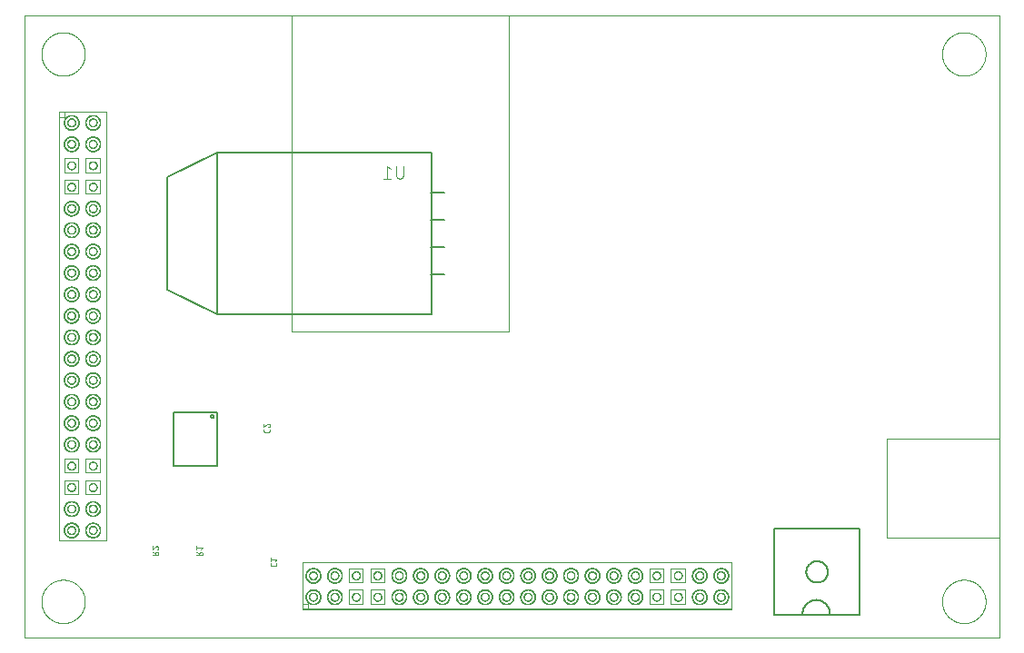
<source format=gbr>
G04 EAGLE Gerber RS-274X export*
G75*
%MOMM*%
%FSLAX34Y34*%
%LPD*%
%INSilkscreen Bottom*%
%IPPOS*%
%AMOC8*
5,1,8,0,0,1.08239X$1,22.5*%
G01*
%ADD10C,0.001000*%
%ADD11C,0.050800*%
%ADD12C,0.127000*%
%ADD13C,0.101600*%


D10*
X420632Y64030D02*
X820658Y64008D01*
X820658Y20008D01*
X420632Y20038D01*
X420632Y64030D01*
X420643Y25026D02*
X425645Y25026D01*
X425645Y20029D01*
X237958Y83665D02*
X237980Y483690D01*
X237958Y83665D02*
X193958Y83665D01*
X193988Y483690D01*
X237980Y483690D01*
X198976Y483679D02*
X198976Y478678D01*
X193979Y478678D01*
X194081Y483716D02*
X237650Y483716D01*
X194081Y483716D02*
X194081Y83734D01*
X237650Y83734D01*
X237650Y483716D01*
X420606Y63700D02*
X820588Y63700D01*
X420606Y63700D02*
X420606Y20132D01*
X820588Y20132D01*
X820588Y63700D01*
X612876Y573681D02*
X1070377Y573681D01*
X612876Y573681D02*
X410377Y573681D01*
X161675Y573681D01*
X161675Y-6421D01*
X1070377Y-6421D01*
X1070377Y86180D01*
X1070377Y178680D02*
X1070377Y573681D01*
X410377Y573681D02*
X410377Y278680D01*
X612876Y278680D01*
X612876Y573681D01*
X965375Y178680D02*
X1070377Y178680D01*
X965375Y178680D02*
X965375Y86180D01*
X1070377Y86180D01*
X1070377Y178680D01*
X201610Y473683D02*
X201612Y473805D01*
X201618Y473927D01*
X201628Y474049D01*
X201642Y474171D01*
X201659Y474291D01*
X201681Y474412D01*
X201707Y474531D01*
X201736Y474650D01*
X201769Y474768D01*
X201806Y474884D01*
X201847Y474999D01*
X201891Y475113D01*
X201940Y475225D01*
X201991Y475336D01*
X202047Y475445D01*
X202105Y475552D01*
X202168Y475658D01*
X202233Y475761D01*
X202302Y475862D01*
X202374Y475960D01*
X202450Y476056D01*
X202528Y476150D01*
X202610Y476241D01*
X202694Y476330D01*
X202781Y476416D01*
X202871Y476499D01*
X202963Y476578D01*
X203058Y476655D01*
X203156Y476729D01*
X203256Y476800D01*
X203358Y476867D01*
X203462Y476931D01*
X203568Y476991D01*
X203676Y477048D01*
X203786Y477102D01*
X203898Y477152D01*
X204011Y477198D01*
X204125Y477241D01*
X204241Y477280D01*
X204358Y477315D01*
X204476Y477346D01*
X204595Y477374D01*
X204715Y477397D01*
X204836Y477417D01*
X204957Y477433D01*
X205079Y477445D01*
X205201Y477453D01*
X205323Y477457D01*
X205445Y477457D01*
X205567Y477453D01*
X205689Y477445D01*
X205811Y477433D01*
X205932Y477417D01*
X206053Y477397D01*
X206173Y477374D01*
X206292Y477346D01*
X206410Y477315D01*
X206527Y477280D01*
X206643Y477241D01*
X206757Y477198D01*
X206870Y477152D01*
X206982Y477102D01*
X207092Y477048D01*
X207200Y476991D01*
X207306Y476931D01*
X207410Y476867D01*
X207512Y476800D01*
X207612Y476729D01*
X207710Y476655D01*
X207805Y476578D01*
X207897Y476499D01*
X207987Y476416D01*
X208074Y476330D01*
X208158Y476241D01*
X208240Y476150D01*
X208318Y476056D01*
X208394Y475960D01*
X208466Y475862D01*
X208535Y475761D01*
X208600Y475658D01*
X208663Y475552D01*
X208721Y475445D01*
X208777Y475336D01*
X208828Y475225D01*
X208877Y475113D01*
X208921Y474999D01*
X208962Y474884D01*
X208999Y474768D01*
X209032Y474650D01*
X209061Y474531D01*
X209087Y474412D01*
X209109Y474291D01*
X209126Y474171D01*
X209140Y474049D01*
X209150Y473927D01*
X209156Y473805D01*
X209158Y473683D01*
X209156Y473561D01*
X209150Y473439D01*
X209140Y473317D01*
X209126Y473195D01*
X209109Y473075D01*
X209087Y472954D01*
X209061Y472835D01*
X209032Y472716D01*
X208999Y472598D01*
X208962Y472482D01*
X208921Y472367D01*
X208877Y472253D01*
X208828Y472141D01*
X208777Y472030D01*
X208721Y471921D01*
X208663Y471814D01*
X208600Y471708D01*
X208535Y471605D01*
X208466Y471504D01*
X208394Y471406D01*
X208318Y471310D01*
X208240Y471216D01*
X208158Y471125D01*
X208074Y471036D01*
X207987Y470950D01*
X207897Y470867D01*
X207805Y470788D01*
X207710Y470711D01*
X207612Y470637D01*
X207512Y470566D01*
X207410Y470499D01*
X207306Y470435D01*
X207200Y470375D01*
X207092Y470318D01*
X206982Y470264D01*
X206870Y470214D01*
X206757Y470168D01*
X206643Y470125D01*
X206527Y470086D01*
X206410Y470051D01*
X206292Y470020D01*
X206173Y469992D01*
X206053Y469969D01*
X205932Y469949D01*
X205811Y469933D01*
X205689Y469921D01*
X205567Y469913D01*
X205445Y469909D01*
X205323Y469909D01*
X205201Y469913D01*
X205079Y469921D01*
X204957Y469933D01*
X204836Y469949D01*
X204715Y469969D01*
X204595Y469992D01*
X204476Y470020D01*
X204358Y470051D01*
X204241Y470086D01*
X204125Y470125D01*
X204011Y470168D01*
X203898Y470214D01*
X203786Y470264D01*
X203676Y470318D01*
X203568Y470375D01*
X203462Y470435D01*
X203358Y470499D01*
X203256Y470566D01*
X203156Y470637D01*
X203058Y470711D01*
X202963Y470788D01*
X202871Y470867D01*
X202781Y470950D01*
X202694Y471036D01*
X202610Y471125D01*
X202528Y471216D01*
X202450Y471310D01*
X202374Y471406D01*
X202302Y471504D01*
X202233Y471605D01*
X202168Y471708D01*
X202105Y471814D01*
X202047Y471921D01*
X201991Y472030D01*
X201940Y472141D01*
X201891Y472253D01*
X201847Y472367D01*
X201806Y472482D01*
X201769Y472598D01*
X201736Y472716D01*
X201707Y472835D01*
X201681Y472954D01*
X201659Y473075D01*
X201642Y473195D01*
X201628Y473317D01*
X201618Y473439D01*
X201612Y473561D01*
X201610Y473683D01*
X198376Y473683D02*
X198378Y473855D01*
X198384Y474027D01*
X198395Y474199D01*
X198410Y474370D01*
X198429Y474541D01*
X198452Y474711D01*
X198479Y474881D01*
X198511Y475050D01*
X198546Y475218D01*
X198586Y475386D01*
X198630Y475552D01*
X198678Y475717D01*
X198730Y475881D01*
X198786Y476044D01*
X198846Y476205D01*
X198909Y476365D01*
X198977Y476523D01*
X199049Y476679D01*
X199124Y476834D01*
X199203Y476987D01*
X199286Y477137D01*
X199373Y477286D01*
X199463Y477432D01*
X199557Y477576D01*
X199654Y477718D01*
X199755Y477858D01*
X199859Y477995D01*
X199967Y478129D01*
X200077Y478260D01*
X200191Y478389D01*
X200308Y478515D01*
X200429Y478638D01*
X200552Y478759D01*
X200678Y478876D01*
X200807Y478990D01*
X200938Y479100D01*
X201072Y479208D01*
X201209Y479312D01*
X201349Y479413D01*
X201491Y479510D01*
X201635Y479604D01*
X201781Y479694D01*
X201930Y479781D01*
X202080Y479864D01*
X202233Y479943D01*
X202388Y480018D01*
X202544Y480090D01*
X202702Y480158D01*
X202862Y480221D01*
X203023Y480281D01*
X203186Y480337D01*
X203350Y480389D01*
X203515Y480437D01*
X203681Y480481D01*
X203849Y480521D01*
X204017Y480556D01*
X204186Y480588D01*
X204356Y480615D01*
X204526Y480638D01*
X204697Y480657D01*
X204868Y480672D01*
X205040Y480683D01*
X205212Y480689D01*
X205384Y480691D01*
X205556Y480689D01*
X205728Y480683D01*
X205900Y480672D01*
X206071Y480657D01*
X206242Y480638D01*
X206412Y480615D01*
X206582Y480588D01*
X206751Y480556D01*
X206919Y480521D01*
X207087Y480481D01*
X207253Y480437D01*
X207418Y480389D01*
X207582Y480337D01*
X207745Y480281D01*
X207906Y480221D01*
X208066Y480158D01*
X208224Y480090D01*
X208380Y480018D01*
X208535Y479943D01*
X208688Y479864D01*
X208838Y479781D01*
X208987Y479694D01*
X209133Y479604D01*
X209277Y479510D01*
X209419Y479413D01*
X209559Y479312D01*
X209696Y479208D01*
X209830Y479100D01*
X209961Y478990D01*
X210090Y478876D01*
X210216Y478759D01*
X210339Y478638D01*
X210460Y478515D01*
X210577Y478389D01*
X210691Y478260D01*
X210801Y478129D01*
X210909Y477995D01*
X211013Y477858D01*
X211114Y477718D01*
X211211Y477576D01*
X211305Y477432D01*
X211395Y477286D01*
X211482Y477137D01*
X211565Y476987D01*
X211644Y476834D01*
X211719Y476679D01*
X211791Y476523D01*
X211859Y476365D01*
X211922Y476205D01*
X211982Y476044D01*
X212038Y475881D01*
X212090Y475717D01*
X212138Y475552D01*
X212182Y475386D01*
X212222Y475218D01*
X212257Y475050D01*
X212289Y474881D01*
X212316Y474711D01*
X212339Y474541D01*
X212358Y474370D01*
X212373Y474199D01*
X212384Y474027D01*
X212390Y473855D01*
X212392Y473683D01*
X212390Y473511D01*
X212384Y473339D01*
X212373Y473167D01*
X212358Y472996D01*
X212339Y472825D01*
X212316Y472655D01*
X212289Y472485D01*
X212257Y472316D01*
X212222Y472148D01*
X212182Y471980D01*
X212138Y471814D01*
X212090Y471649D01*
X212038Y471485D01*
X211982Y471322D01*
X211922Y471161D01*
X211859Y471001D01*
X211791Y470843D01*
X211719Y470687D01*
X211644Y470532D01*
X211565Y470379D01*
X211482Y470229D01*
X211395Y470080D01*
X211305Y469934D01*
X211211Y469790D01*
X211114Y469648D01*
X211013Y469508D01*
X210909Y469371D01*
X210801Y469237D01*
X210691Y469106D01*
X210577Y468977D01*
X210460Y468851D01*
X210339Y468728D01*
X210216Y468607D01*
X210090Y468490D01*
X209961Y468376D01*
X209830Y468266D01*
X209696Y468158D01*
X209559Y468054D01*
X209419Y467953D01*
X209277Y467856D01*
X209133Y467762D01*
X208987Y467672D01*
X208838Y467585D01*
X208688Y467502D01*
X208535Y467423D01*
X208380Y467348D01*
X208224Y467276D01*
X208066Y467208D01*
X207906Y467145D01*
X207745Y467085D01*
X207582Y467029D01*
X207418Y466977D01*
X207253Y466929D01*
X207087Y466885D01*
X206919Y466845D01*
X206751Y466810D01*
X206582Y466778D01*
X206412Y466751D01*
X206242Y466728D01*
X206071Y466709D01*
X205900Y466694D01*
X205728Y466683D01*
X205556Y466677D01*
X205384Y466675D01*
X205212Y466677D01*
X205040Y466683D01*
X204868Y466694D01*
X204697Y466709D01*
X204526Y466728D01*
X204356Y466751D01*
X204186Y466778D01*
X204017Y466810D01*
X203849Y466845D01*
X203681Y466885D01*
X203515Y466929D01*
X203350Y466977D01*
X203186Y467029D01*
X203023Y467085D01*
X202862Y467145D01*
X202702Y467208D01*
X202544Y467276D01*
X202388Y467348D01*
X202233Y467423D01*
X202080Y467502D01*
X201930Y467585D01*
X201781Y467672D01*
X201635Y467762D01*
X201491Y467856D01*
X201349Y467953D01*
X201209Y468054D01*
X201072Y468158D01*
X200938Y468266D01*
X200807Y468376D01*
X200678Y468490D01*
X200552Y468607D01*
X200429Y468728D01*
X200308Y468851D01*
X200191Y468977D01*
X200077Y469106D01*
X199967Y469237D01*
X199859Y469371D01*
X199755Y469508D01*
X199654Y469648D01*
X199557Y469790D01*
X199463Y469934D01*
X199373Y470080D01*
X199286Y470229D01*
X199203Y470379D01*
X199124Y470532D01*
X199049Y470687D01*
X198977Y470843D01*
X198909Y471001D01*
X198846Y471161D01*
X198786Y471322D01*
X198730Y471485D01*
X198678Y471649D01*
X198630Y471814D01*
X198586Y471980D01*
X198546Y472148D01*
X198511Y472316D01*
X198479Y472485D01*
X198452Y472655D01*
X198429Y472825D01*
X198410Y472996D01*
X198395Y473167D01*
X198384Y473339D01*
X198378Y473511D01*
X198376Y473683D01*
X201610Y473683D02*
X201612Y473805D01*
X201618Y473927D01*
X201628Y474049D01*
X201642Y474171D01*
X201659Y474291D01*
X201681Y474412D01*
X201707Y474531D01*
X201736Y474650D01*
X201769Y474768D01*
X201806Y474884D01*
X201847Y474999D01*
X201891Y475113D01*
X201940Y475225D01*
X201991Y475336D01*
X202047Y475445D01*
X202105Y475552D01*
X202168Y475658D01*
X202233Y475761D01*
X202302Y475862D01*
X202374Y475960D01*
X202450Y476056D01*
X202528Y476150D01*
X202610Y476241D01*
X202694Y476330D01*
X202781Y476416D01*
X202871Y476499D01*
X202963Y476578D01*
X203058Y476655D01*
X203156Y476729D01*
X203256Y476800D01*
X203358Y476867D01*
X203462Y476931D01*
X203568Y476991D01*
X203676Y477048D01*
X203786Y477102D01*
X203898Y477152D01*
X204011Y477198D01*
X204125Y477241D01*
X204241Y477280D01*
X204358Y477315D01*
X204476Y477346D01*
X204595Y477374D01*
X204715Y477397D01*
X204836Y477417D01*
X204957Y477433D01*
X205079Y477445D01*
X205201Y477453D01*
X205323Y477457D01*
X205445Y477457D01*
X205567Y477453D01*
X205689Y477445D01*
X205811Y477433D01*
X205932Y477417D01*
X206053Y477397D01*
X206173Y477374D01*
X206292Y477346D01*
X206410Y477315D01*
X206527Y477280D01*
X206643Y477241D01*
X206757Y477198D01*
X206870Y477152D01*
X206982Y477102D01*
X207092Y477048D01*
X207200Y476991D01*
X207306Y476931D01*
X207410Y476867D01*
X207512Y476800D01*
X207612Y476729D01*
X207710Y476655D01*
X207805Y476578D01*
X207897Y476499D01*
X207987Y476416D01*
X208074Y476330D01*
X208158Y476241D01*
X208240Y476150D01*
X208318Y476056D01*
X208394Y475960D01*
X208466Y475862D01*
X208535Y475761D01*
X208600Y475658D01*
X208663Y475552D01*
X208721Y475445D01*
X208777Y475336D01*
X208828Y475225D01*
X208877Y475113D01*
X208921Y474999D01*
X208962Y474884D01*
X208999Y474768D01*
X209032Y474650D01*
X209061Y474531D01*
X209087Y474412D01*
X209109Y474291D01*
X209126Y474171D01*
X209140Y474049D01*
X209150Y473927D01*
X209156Y473805D01*
X209158Y473683D01*
X209156Y473561D01*
X209150Y473439D01*
X209140Y473317D01*
X209126Y473195D01*
X209109Y473075D01*
X209087Y472954D01*
X209061Y472835D01*
X209032Y472716D01*
X208999Y472598D01*
X208962Y472482D01*
X208921Y472367D01*
X208877Y472253D01*
X208828Y472141D01*
X208777Y472030D01*
X208721Y471921D01*
X208663Y471814D01*
X208600Y471708D01*
X208535Y471605D01*
X208466Y471504D01*
X208394Y471406D01*
X208318Y471310D01*
X208240Y471216D01*
X208158Y471125D01*
X208074Y471036D01*
X207987Y470950D01*
X207897Y470867D01*
X207805Y470788D01*
X207710Y470711D01*
X207612Y470637D01*
X207512Y470566D01*
X207410Y470499D01*
X207306Y470435D01*
X207200Y470375D01*
X207092Y470318D01*
X206982Y470264D01*
X206870Y470214D01*
X206757Y470168D01*
X206643Y470125D01*
X206527Y470086D01*
X206410Y470051D01*
X206292Y470020D01*
X206173Y469992D01*
X206053Y469969D01*
X205932Y469949D01*
X205811Y469933D01*
X205689Y469921D01*
X205567Y469913D01*
X205445Y469909D01*
X205323Y469909D01*
X205201Y469913D01*
X205079Y469921D01*
X204957Y469933D01*
X204836Y469949D01*
X204715Y469969D01*
X204595Y469992D01*
X204476Y470020D01*
X204358Y470051D01*
X204241Y470086D01*
X204125Y470125D01*
X204011Y470168D01*
X203898Y470214D01*
X203786Y470264D01*
X203676Y470318D01*
X203568Y470375D01*
X203462Y470435D01*
X203358Y470499D01*
X203256Y470566D01*
X203156Y470637D01*
X203058Y470711D01*
X202963Y470788D01*
X202871Y470867D01*
X202781Y470950D01*
X202694Y471036D01*
X202610Y471125D01*
X202528Y471216D01*
X202450Y471310D01*
X202374Y471406D01*
X202302Y471504D01*
X202233Y471605D01*
X202168Y471708D01*
X202105Y471814D01*
X202047Y471921D01*
X201991Y472030D01*
X201940Y472141D01*
X201891Y472253D01*
X201847Y472367D01*
X201806Y472482D01*
X201769Y472598D01*
X201736Y472716D01*
X201707Y472835D01*
X201681Y472954D01*
X201659Y473075D01*
X201642Y473195D01*
X201628Y473317D01*
X201618Y473439D01*
X201612Y473561D01*
X201610Y473683D01*
X198376Y473683D02*
X198378Y473855D01*
X198384Y474027D01*
X198395Y474199D01*
X198410Y474370D01*
X198429Y474541D01*
X198452Y474711D01*
X198479Y474881D01*
X198511Y475050D01*
X198546Y475218D01*
X198586Y475386D01*
X198630Y475552D01*
X198678Y475717D01*
X198730Y475881D01*
X198786Y476044D01*
X198846Y476205D01*
X198909Y476365D01*
X198977Y476523D01*
X199049Y476679D01*
X199124Y476834D01*
X199203Y476987D01*
X199286Y477137D01*
X199373Y477286D01*
X199463Y477432D01*
X199557Y477576D01*
X199654Y477718D01*
X199755Y477858D01*
X199859Y477995D01*
X199967Y478129D01*
X200077Y478260D01*
X200191Y478389D01*
X200308Y478515D01*
X200429Y478638D01*
X200552Y478759D01*
X200678Y478876D01*
X200807Y478990D01*
X200938Y479100D01*
X201072Y479208D01*
X201209Y479312D01*
X201349Y479413D01*
X201491Y479510D01*
X201635Y479604D01*
X201781Y479694D01*
X201930Y479781D01*
X202080Y479864D01*
X202233Y479943D01*
X202388Y480018D01*
X202544Y480090D01*
X202702Y480158D01*
X202862Y480221D01*
X203023Y480281D01*
X203186Y480337D01*
X203350Y480389D01*
X203515Y480437D01*
X203681Y480481D01*
X203849Y480521D01*
X204017Y480556D01*
X204186Y480588D01*
X204356Y480615D01*
X204526Y480638D01*
X204697Y480657D01*
X204868Y480672D01*
X205040Y480683D01*
X205212Y480689D01*
X205384Y480691D01*
X205556Y480689D01*
X205728Y480683D01*
X205900Y480672D01*
X206071Y480657D01*
X206242Y480638D01*
X206412Y480615D01*
X206582Y480588D01*
X206751Y480556D01*
X206919Y480521D01*
X207087Y480481D01*
X207253Y480437D01*
X207418Y480389D01*
X207582Y480337D01*
X207745Y480281D01*
X207906Y480221D01*
X208066Y480158D01*
X208224Y480090D01*
X208380Y480018D01*
X208535Y479943D01*
X208688Y479864D01*
X208838Y479781D01*
X208987Y479694D01*
X209133Y479604D01*
X209277Y479510D01*
X209419Y479413D01*
X209559Y479312D01*
X209696Y479208D01*
X209830Y479100D01*
X209961Y478990D01*
X210090Y478876D01*
X210216Y478759D01*
X210339Y478638D01*
X210460Y478515D01*
X210577Y478389D01*
X210691Y478260D01*
X210801Y478129D01*
X210909Y477995D01*
X211013Y477858D01*
X211114Y477718D01*
X211211Y477576D01*
X211305Y477432D01*
X211395Y477286D01*
X211482Y477137D01*
X211565Y476987D01*
X211644Y476834D01*
X211719Y476679D01*
X211791Y476523D01*
X211859Y476365D01*
X211922Y476205D01*
X211982Y476044D01*
X212038Y475881D01*
X212090Y475717D01*
X212138Y475552D01*
X212182Y475386D01*
X212222Y475218D01*
X212257Y475050D01*
X212289Y474881D01*
X212316Y474711D01*
X212339Y474541D01*
X212358Y474370D01*
X212373Y474199D01*
X212384Y474027D01*
X212390Y473855D01*
X212392Y473683D01*
X212390Y473511D01*
X212384Y473339D01*
X212373Y473167D01*
X212358Y472996D01*
X212339Y472825D01*
X212316Y472655D01*
X212289Y472485D01*
X212257Y472316D01*
X212222Y472148D01*
X212182Y471980D01*
X212138Y471814D01*
X212090Y471649D01*
X212038Y471485D01*
X211982Y471322D01*
X211922Y471161D01*
X211859Y471001D01*
X211791Y470843D01*
X211719Y470687D01*
X211644Y470532D01*
X211565Y470379D01*
X211482Y470229D01*
X211395Y470080D01*
X211305Y469934D01*
X211211Y469790D01*
X211114Y469648D01*
X211013Y469508D01*
X210909Y469371D01*
X210801Y469237D01*
X210691Y469106D01*
X210577Y468977D01*
X210460Y468851D01*
X210339Y468728D01*
X210216Y468607D01*
X210090Y468490D01*
X209961Y468376D01*
X209830Y468266D01*
X209696Y468158D01*
X209559Y468054D01*
X209419Y467953D01*
X209277Y467856D01*
X209133Y467762D01*
X208987Y467672D01*
X208838Y467585D01*
X208688Y467502D01*
X208535Y467423D01*
X208380Y467348D01*
X208224Y467276D01*
X208066Y467208D01*
X207906Y467145D01*
X207745Y467085D01*
X207582Y467029D01*
X207418Y466977D01*
X207253Y466929D01*
X207087Y466885D01*
X206919Y466845D01*
X206751Y466810D01*
X206582Y466778D01*
X206412Y466751D01*
X206242Y466728D01*
X206071Y466709D01*
X205900Y466694D01*
X205728Y466683D01*
X205556Y466677D01*
X205384Y466675D01*
X205212Y466677D01*
X205040Y466683D01*
X204868Y466694D01*
X204697Y466709D01*
X204526Y466728D01*
X204356Y466751D01*
X204186Y466778D01*
X204017Y466810D01*
X203849Y466845D01*
X203681Y466885D01*
X203515Y466929D01*
X203350Y466977D01*
X203186Y467029D01*
X203023Y467085D01*
X202862Y467145D01*
X202702Y467208D01*
X202544Y467276D01*
X202388Y467348D01*
X202233Y467423D01*
X202080Y467502D01*
X201930Y467585D01*
X201781Y467672D01*
X201635Y467762D01*
X201491Y467856D01*
X201349Y467953D01*
X201209Y468054D01*
X201072Y468158D01*
X200938Y468266D01*
X200807Y468376D01*
X200678Y468490D01*
X200552Y468607D01*
X200429Y468728D01*
X200308Y468851D01*
X200191Y468977D01*
X200077Y469106D01*
X199967Y469237D01*
X199859Y469371D01*
X199755Y469508D01*
X199654Y469648D01*
X199557Y469790D01*
X199463Y469934D01*
X199373Y470080D01*
X199286Y470229D01*
X199203Y470379D01*
X199124Y470532D01*
X199049Y470687D01*
X198977Y470843D01*
X198909Y471001D01*
X198846Y471161D01*
X198786Y471322D01*
X198730Y471485D01*
X198678Y471649D01*
X198630Y471814D01*
X198586Y471980D01*
X198546Y472148D01*
X198511Y472316D01*
X198479Y472485D01*
X198452Y472655D01*
X198429Y472825D01*
X198410Y472996D01*
X198395Y473167D01*
X198384Y473339D01*
X198378Y473511D01*
X198376Y473683D01*
X201884Y473683D02*
X201886Y473801D01*
X201892Y473919D01*
X201902Y474037D01*
X201916Y474154D01*
X201934Y474271D01*
X201956Y474388D01*
X201981Y474503D01*
X202011Y474617D01*
X202045Y474731D01*
X202082Y474843D01*
X202123Y474954D01*
X202168Y475063D01*
X202216Y475171D01*
X202268Y475277D01*
X202324Y475382D01*
X202383Y475484D01*
X202445Y475584D01*
X202511Y475682D01*
X202580Y475778D01*
X202653Y475872D01*
X202728Y475963D01*
X202807Y476051D01*
X202888Y476137D01*
X202973Y476220D01*
X203060Y476300D01*
X203149Y476377D01*
X203242Y476451D01*
X203336Y476521D01*
X203433Y476589D01*
X203533Y476653D01*
X203634Y476714D01*
X203737Y476771D01*
X203843Y476825D01*
X203950Y476876D01*
X204058Y476922D01*
X204168Y476965D01*
X204280Y477004D01*
X204393Y477040D01*
X204507Y477071D01*
X204622Y477099D01*
X204737Y477123D01*
X204854Y477143D01*
X204971Y477159D01*
X205089Y477171D01*
X205207Y477179D01*
X205325Y477183D01*
X205443Y477183D01*
X205561Y477179D01*
X205679Y477171D01*
X205797Y477159D01*
X205914Y477143D01*
X206031Y477123D01*
X206146Y477099D01*
X206261Y477071D01*
X206375Y477040D01*
X206488Y477004D01*
X206600Y476965D01*
X206710Y476922D01*
X206818Y476876D01*
X206925Y476825D01*
X207031Y476771D01*
X207134Y476714D01*
X207235Y476653D01*
X207335Y476589D01*
X207432Y476521D01*
X207526Y476451D01*
X207619Y476377D01*
X207708Y476300D01*
X207795Y476220D01*
X207880Y476137D01*
X207961Y476051D01*
X208040Y475963D01*
X208115Y475872D01*
X208188Y475778D01*
X208257Y475682D01*
X208323Y475584D01*
X208385Y475484D01*
X208444Y475382D01*
X208500Y475277D01*
X208552Y475171D01*
X208600Y475063D01*
X208645Y474954D01*
X208686Y474843D01*
X208723Y474731D01*
X208757Y474617D01*
X208787Y474503D01*
X208812Y474388D01*
X208834Y474271D01*
X208852Y474154D01*
X208866Y474037D01*
X208876Y473919D01*
X208882Y473801D01*
X208884Y473683D01*
X208882Y473565D01*
X208876Y473447D01*
X208866Y473329D01*
X208852Y473212D01*
X208834Y473095D01*
X208812Y472978D01*
X208787Y472863D01*
X208757Y472749D01*
X208723Y472635D01*
X208686Y472523D01*
X208645Y472412D01*
X208600Y472303D01*
X208552Y472195D01*
X208500Y472089D01*
X208444Y471984D01*
X208385Y471882D01*
X208323Y471782D01*
X208257Y471684D01*
X208188Y471588D01*
X208115Y471494D01*
X208040Y471403D01*
X207961Y471315D01*
X207880Y471229D01*
X207795Y471146D01*
X207708Y471066D01*
X207619Y470989D01*
X207526Y470915D01*
X207432Y470845D01*
X207335Y470777D01*
X207235Y470713D01*
X207134Y470652D01*
X207031Y470595D01*
X206925Y470541D01*
X206818Y470490D01*
X206710Y470444D01*
X206600Y470401D01*
X206488Y470362D01*
X206375Y470326D01*
X206261Y470295D01*
X206146Y470267D01*
X206031Y470243D01*
X205914Y470223D01*
X205797Y470207D01*
X205679Y470195D01*
X205561Y470187D01*
X205443Y470183D01*
X205325Y470183D01*
X205207Y470187D01*
X205089Y470195D01*
X204971Y470207D01*
X204854Y470223D01*
X204737Y470243D01*
X204622Y470267D01*
X204507Y470295D01*
X204393Y470326D01*
X204280Y470362D01*
X204168Y470401D01*
X204058Y470444D01*
X203950Y470490D01*
X203843Y470541D01*
X203737Y470595D01*
X203634Y470652D01*
X203533Y470713D01*
X203433Y470777D01*
X203336Y470845D01*
X203242Y470915D01*
X203149Y470989D01*
X203060Y471066D01*
X202973Y471146D01*
X202888Y471229D01*
X202807Y471315D01*
X202728Y471403D01*
X202653Y471494D01*
X202580Y471588D01*
X202511Y471684D01*
X202445Y471782D01*
X202383Y471882D01*
X202324Y471984D01*
X202268Y472089D01*
X202216Y472195D01*
X202168Y472303D01*
X202123Y472412D01*
X202082Y472523D01*
X202045Y472635D01*
X202011Y472749D01*
X201981Y472863D01*
X201956Y472978D01*
X201934Y473095D01*
X201916Y473212D01*
X201902Y473329D01*
X201892Y473447D01*
X201886Y473565D01*
X201884Y473683D01*
X198884Y473683D02*
X198886Y473844D01*
X198892Y474004D01*
X198902Y474165D01*
X198916Y474325D01*
X198934Y474485D01*
X198955Y474644D01*
X198981Y474803D01*
X199011Y474961D01*
X199044Y475118D01*
X199082Y475275D01*
X199123Y475430D01*
X199168Y475584D01*
X199217Y475737D01*
X199270Y475889D01*
X199326Y476040D01*
X199387Y476189D01*
X199450Y476337D01*
X199518Y476483D01*
X199589Y476627D01*
X199663Y476769D01*
X199741Y476910D01*
X199823Y477048D01*
X199908Y477185D01*
X199996Y477319D01*
X200088Y477451D01*
X200183Y477581D01*
X200281Y477709D01*
X200382Y477834D01*
X200486Y477956D01*
X200593Y478076D01*
X200703Y478193D01*
X200816Y478308D01*
X200932Y478419D01*
X201051Y478528D01*
X201172Y478633D01*
X201296Y478736D01*
X201422Y478836D01*
X201550Y478932D01*
X201681Y479025D01*
X201815Y479115D01*
X201950Y479202D01*
X202088Y479285D01*
X202227Y479365D01*
X202369Y479441D01*
X202512Y479514D01*
X202657Y479583D01*
X202804Y479649D01*
X202952Y479711D01*
X203102Y479769D01*
X203253Y479824D01*
X203406Y479875D01*
X203560Y479922D01*
X203715Y479965D01*
X203871Y480004D01*
X204027Y480040D01*
X204185Y480071D01*
X204343Y480099D01*
X204502Y480123D01*
X204662Y480143D01*
X204822Y480159D01*
X204982Y480171D01*
X205143Y480179D01*
X205304Y480183D01*
X205464Y480183D01*
X205625Y480179D01*
X205786Y480171D01*
X205946Y480159D01*
X206106Y480143D01*
X206266Y480123D01*
X206425Y480099D01*
X206583Y480071D01*
X206741Y480040D01*
X206897Y480004D01*
X207053Y479965D01*
X207208Y479922D01*
X207362Y479875D01*
X207515Y479824D01*
X207666Y479769D01*
X207816Y479711D01*
X207964Y479649D01*
X208111Y479583D01*
X208256Y479514D01*
X208399Y479441D01*
X208541Y479365D01*
X208680Y479285D01*
X208818Y479202D01*
X208953Y479115D01*
X209087Y479025D01*
X209218Y478932D01*
X209346Y478836D01*
X209472Y478736D01*
X209596Y478633D01*
X209717Y478528D01*
X209836Y478419D01*
X209952Y478308D01*
X210065Y478193D01*
X210175Y478076D01*
X210282Y477956D01*
X210386Y477834D01*
X210487Y477709D01*
X210585Y477581D01*
X210680Y477451D01*
X210772Y477319D01*
X210860Y477185D01*
X210945Y477048D01*
X211027Y476910D01*
X211105Y476769D01*
X211179Y476627D01*
X211250Y476483D01*
X211318Y476337D01*
X211381Y476189D01*
X211442Y476040D01*
X211498Y475889D01*
X211551Y475737D01*
X211600Y475584D01*
X211645Y475430D01*
X211686Y475275D01*
X211724Y475118D01*
X211757Y474961D01*
X211787Y474803D01*
X211813Y474644D01*
X211834Y474485D01*
X211852Y474325D01*
X211866Y474165D01*
X211876Y474004D01*
X211882Y473844D01*
X211884Y473683D01*
X211882Y473522D01*
X211876Y473362D01*
X211866Y473201D01*
X211852Y473041D01*
X211834Y472881D01*
X211813Y472722D01*
X211787Y472563D01*
X211757Y472405D01*
X211724Y472248D01*
X211686Y472091D01*
X211645Y471936D01*
X211600Y471782D01*
X211551Y471629D01*
X211498Y471477D01*
X211442Y471326D01*
X211381Y471177D01*
X211318Y471029D01*
X211250Y470883D01*
X211179Y470739D01*
X211105Y470597D01*
X211027Y470456D01*
X210945Y470318D01*
X210860Y470181D01*
X210772Y470047D01*
X210680Y469915D01*
X210585Y469785D01*
X210487Y469657D01*
X210386Y469532D01*
X210282Y469410D01*
X210175Y469290D01*
X210065Y469173D01*
X209952Y469058D01*
X209836Y468947D01*
X209717Y468838D01*
X209596Y468733D01*
X209472Y468630D01*
X209346Y468530D01*
X209218Y468434D01*
X209087Y468341D01*
X208953Y468251D01*
X208818Y468164D01*
X208680Y468081D01*
X208541Y468001D01*
X208399Y467925D01*
X208256Y467852D01*
X208111Y467783D01*
X207964Y467717D01*
X207816Y467655D01*
X207666Y467597D01*
X207515Y467542D01*
X207362Y467491D01*
X207208Y467444D01*
X207053Y467401D01*
X206897Y467362D01*
X206741Y467326D01*
X206583Y467295D01*
X206425Y467267D01*
X206266Y467243D01*
X206106Y467223D01*
X205946Y467207D01*
X205786Y467195D01*
X205625Y467187D01*
X205464Y467183D01*
X205304Y467183D01*
X205143Y467187D01*
X204982Y467195D01*
X204822Y467207D01*
X204662Y467223D01*
X204502Y467243D01*
X204343Y467267D01*
X204185Y467295D01*
X204027Y467326D01*
X203871Y467362D01*
X203715Y467401D01*
X203560Y467444D01*
X203406Y467491D01*
X203253Y467542D01*
X203102Y467597D01*
X202952Y467655D01*
X202804Y467717D01*
X202657Y467783D01*
X202512Y467852D01*
X202369Y467925D01*
X202227Y468001D01*
X202088Y468081D01*
X201950Y468164D01*
X201815Y468251D01*
X201681Y468341D01*
X201550Y468434D01*
X201422Y468530D01*
X201296Y468630D01*
X201172Y468733D01*
X201051Y468838D01*
X200932Y468947D01*
X200816Y469058D01*
X200703Y469173D01*
X200593Y469290D01*
X200486Y469410D01*
X200382Y469532D01*
X200281Y469657D01*
X200183Y469785D01*
X200088Y469915D01*
X199996Y470047D01*
X199908Y470181D01*
X199823Y470318D01*
X199741Y470456D01*
X199663Y470597D01*
X199589Y470739D01*
X199518Y470883D01*
X199450Y471029D01*
X199387Y471177D01*
X199326Y471326D01*
X199270Y471477D01*
X199217Y471629D01*
X199168Y471782D01*
X199123Y471936D01*
X199082Y472091D01*
X199044Y472248D01*
X199011Y472405D01*
X198981Y472563D01*
X198955Y472722D01*
X198934Y472881D01*
X198916Y473041D01*
X198902Y473201D01*
X198892Y473362D01*
X198886Y473522D01*
X198884Y473683D01*
X221600Y473687D02*
X221602Y473809D01*
X221608Y473931D01*
X221618Y474053D01*
X221632Y474175D01*
X221649Y474295D01*
X221671Y474416D01*
X221697Y474535D01*
X221726Y474654D01*
X221759Y474772D01*
X221796Y474888D01*
X221837Y475003D01*
X221881Y475117D01*
X221930Y475229D01*
X221981Y475340D01*
X222037Y475449D01*
X222095Y475556D01*
X222158Y475662D01*
X222223Y475765D01*
X222292Y475866D01*
X222364Y475964D01*
X222440Y476060D01*
X222518Y476154D01*
X222600Y476245D01*
X222684Y476334D01*
X222771Y476420D01*
X222861Y476503D01*
X222953Y476582D01*
X223048Y476659D01*
X223146Y476733D01*
X223246Y476804D01*
X223348Y476871D01*
X223452Y476935D01*
X223558Y476995D01*
X223666Y477052D01*
X223776Y477106D01*
X223888Y477156D01*
X224001Y477202D01*
X224115Y477245D01*
X224231Y477284D01*
X224348Y477319D01*
X224466Y477350D01*
X224585Y477378D01*
X224705Y477401D01*
X224826Y477421D01*
X224947Y477437D01*
X225069Y477449D01*
X225191Y477457D01*
X225313Y477461D01*
X225435Y477461D01*
X225557Y477457D01*
X225679Y477449D01*
X225801Y477437D01*
X225922Y477421D01*
X226043Y477401D01*
X226163Y477378D01*
X226282Y477350D01*
X226400Y477319D01*
X226517Y477284D01*
X226633Y477245D01*
X226747Y477202D01*
X226860Y477156D01*
X226972Y477106D01*
X227082Y477052D01*
X227190Y476995D01*
X227296Y476935D01*
X227400Y476871D01*
X227502Y476804D01*
X227602Y476733D01*
X227700Y476659D01*
X227795Y476582D01*
X227887Y476503D01*
X227977Y476420D01*
X228064Y476334D01*
X228148Y476245D01*
X228230Y476154D01*
X228308Y476060D01*
X228384Y475964D01*
X228456Y475866D01*
X228525Y475765D01*
X228590Y475662D01*
X228653Y475556D01*
X228711Y475449D01*
X228767Y475340D01*
X228818Y475229D01*
X228867Y475117D01*
X228911Y475003D01*
X228952Y474888D01*
X228989Y474772D01*
X229022Y474654D01*
X229051Y474535D01*
X229077Y474416D01*
X229099Y474295D01*
X229116Y474175D01*
X229130Y474053D01*
X229140Y473931D01*
X229146Y473809D01*
X229148Y473687D01*
X229146Y473565D01*
X229140Y473443D01*
X229130Y473321D01*
X229116Y473199D01*
X229099Y473079D01*
X229077Y472958D01*
X229051Y472839D01*
X229022Y472720D01*
X228989Y472602D01*
X228952Y472486D01*
X228911Y472371D01*
X228867Y472257D01*
X228818Y472145D01*
X228767Y472034D01*
X228711Y471925D01*
X228653Y471818D01*
X228590Y471712D01*
X228525Y471609D01*
X228456Y471508D01*
X228384Y471410D01*
X228308Y471314D01*
X228230Y471220D01*
X228148Y471129D01*
X228064Y471040D01*
X227977Y470954D01*
X227887Y470871D01*
X227795Y470792D01*
X227700Y470715D01*
X227602Y470641D01*
X227502Y470570D01*
X227400Y470503D01*
X227296Y470439D01*
X227190Y470379D01*
X227082Y470322D01*
X226972Y470268D01*
X226860Y470218D01*
X226747Y470172D01*
X226633Y470129D01*
X226517Y470090D01*
X226400Y470055D01*
X226282Y470024D01*
X226163Y469996D01*
X226043Y469973D01*
X225922Y469953D01*
X225801Y469937D01*
X225679Y469925D01*
X225557Y469917D01*
X225435Y469913D01*
X225313Y469913D01*
X225191Y469917D01*
X225069Y469925D01*
X224947Y469937D01*
X224826Y469953D01*
X224705Y469973D01*
X224585Y469996D01*
X224466Y470024D01*
X224348Y470055D01*
X224231Y470090D01*
X224115Y470129D01*
X224001Y470172D01*
X223888Y470218D01*
X223776Y470268D01*
X223666Y470322D01*
X223558Y470379D01*
X223452Y470439D01*
X223348Y470503D01*
X223246Y470570D01*
X223146Y470641D01*
X223048Y470715D01*
X222953Y470792D01*
X222861Y470871D01*
X222771Y470954D01*
X222684Y471040D01*
X222600Y471129D01*
X222518Y471220D01*
X222440Y471314D01*
X222364Y471410D01*
X222292Y471508D01*
X222223Y471609D01*
X222158Y471712D01*
X222095Y471818D01*
X222037Y471925D01*
X221981Y472034D01*
X221930Y472145D01*
X221881Y472257D01*
X221837Y472371D01*
X221796Y472486D01*
X221759Y472602D01*
X221726Y472720D01*
X221697Y472839D01*
X221671Y472958D01*
X221649Y473079D01*
X221632Y473199D01*
X221618Y473321D01*
X221608Y473443D01*
X221602Y473565D01*
X221600Y473687D01*
X218366Y473691D02*
X218368Y473863D01*
X218374Y474035D01*
X218385Y474207D01*
X218400Y474378D01*
X218419Y474549D01*
X218442Y474719D01*
X218469Y474889D01*
X218501Y475058D01*
X218536Y475226D01*
X218576Y475394D01*
X218620Y475560D01*
X218668Y475725D01*
X218720Y475889D01*
X218776Y476052D01*
X218836Y476213D01*
X218899Y476373D01*
X218967Y476531D01*
X219039Y476687D01*
X219114Y476842D01*
X219193Y476995D01*
X219276Y477145D01*
X219363Y477294D01*
X219453Y477440D01*
X219547Y477584D01*
X219644Y477726D01*
X219745Y477866D01*
X219849Y478003D01*
X219957Y478137D01*
X220067Y478268D01*
X220181Y478397D01*
X220298Y478523D01*
X220419Y478646D01*
X220542Y478767D01*
X220668Y478884D01*
X220797Y478998D01*
X220928Y479108D01*
X221062Y479216D01*
X221199Y479320D01*
X221339Y479421D01*
X221481Y479518D01*
X221625Y479612D01*
X221771Y479702D01*
X221920Y479789D01*
X222070Y479872D01*
X222223Y479951D01*
X222378Y480026D01*
X222534Y480098D01*
X222692Y480166D01*
X222852Y480229D01*
X223013Y480289D01*
X223176Y480345D01*
X223340Y480397D01*
X223505Y480445D01*
X223671Y480489D01*
X223839Y480529D01*
X224007Y480564D01*
X224176Y480596D01*
X224346Y480623D01*
X224516Y480646D01*
X224687Y480665D01*
X224858Y480680D01*
X225030Y480691D01*
X225202Y480697D01*
X225374Y480699D01*
X225546Y480697D01*
X225718Y480691D01*
X225890Y480680D01*
X226061Y480665D01*
X226232Y480646D01*
X226402Y480623D01*
X226572Y480596D01*
X226741Y480564D01*
X226909Y480529D01*
X227077Y480489D01*
X227243Y480445D01*
X227408Y480397D01*
X227572Y480345D01*
X227735Y480289D01*
X227896Y480229D01*
X228056Y480166D01*
X228214Y480098D01*
X228370Y480026D01*
X228525Y479951D01*
X228678Y479872D01*
X228828Y479789D01*
X228977Y479702D01*
X229123Y479612D01*
X229267Y479518D01*
X229409Y479421D01*
X229549Y479320D01*
X229686Y479216D01*
X229820Y479108D01*
X229951Y478998D01*
X230080Y478884D01*
X230206Y478767D01*
X230329Y478646D01*
X230450Y478523D01*
X230567Y478397D01*
X230681Y478268D01*
X230791Y478137D01*
X230899Y478003D01*
X231003Y477866D01*
X231104Y477726D01*
X231201Y477584D01*
X231295Y477440D01*
X231385Y477294D01*
X231472Y477145D01*
X231555Y476995D01*
X231634Y476842D01*
X231709Y476687D01*
X231781Y476531D01*
X231849Y476373D01*
X231912Y476213D01*
X231972Y476052D01*
X232028Y475889D01*
X232080Y475725D01*
X232128Y475560D01*
X232172Y475394D01*
X232212Y475226D01*
X232247Y475058D01*
X232279Y474889D01*
X232306Y474719D01*
X232329Y474549D01*
X232348Y474378D01*
X232363Y474207D01*
X232374Y474035D01*
X232380Y473863D01*
X232382Y473691D01*
X232380Y473519D01*
X232374Y473347D01*
X232363Y473175D01*
X232348Y473004D01*
X232329Y472833D01*
X232306Y472663D01*
X232279Y472493D01*
X232247Y472324D01*
X232212Y472156D01*
X232172Y471988D01*
X232128Y471822D01*
X232080Y471657D01*
X232028Y471493D01*
X231972Y471330D01*
X231912Y471169D01*
X231849Y471009D01*
X231781Y470851D01*
X231709Y470695D01*
X231634Y470540D01*
X231555Y470387D01*
X231472Y470237D01*
X231385Y470088D01*
X231295Y469942D01*
X231201Y469798D01*
X231104Y469656D01*
X231003Y469516D01*
X230899Y469379D01*
X230791Y469245D01*
X230681Y469114D01*
X230567Y468985D01*
X230450Y468859D01*
X230329Y468736D01*
X230206Y468615D01*
X230080Y468498D01*
X229951Y468384D01*
X229820Y468274D01*
X229686Y468166D01*
X229549Y468062D01*
X229409Y467961D01*
X229267Y467864D01*
X229123Y467770D01*
X228977Y467680D01*
X228828Y467593D01*
X228678Y467510D01*
X228525Y467431D01*
X228370Y467356D01*
X228214Y467284D01*
X228056Y467216D01*
X227896Y467153D01*
X227735Y467093D01*
X227572Y467037D01*
X227408Y466985D01*
X227243Y466937D01*
X227077Y466893D01*
X226909Y466853D01*
X226741Y466818D01*
X226572Y466786D01*
X226402Y466759D01*
X226232Y466736D01*
X226061Y466717D01*
X225890Y466702D01*
X225718Y466691D01*
X225546Y466685D01*
X225374Y466683D01*
X225202Y466685D01*
X225030Y466691D01*
X224858Y466702D01*
X224687Y466717D01*
X224516Y466736D01*
X224346Y466759D01*
X224176Y466786D01*
X224007Y466818D01*
X223839Y466853D01*
X223671Y466893D01*
X223505Y466937D01*
X223340Y466985D01*
X223176Y467037D01*
X223013Y467093D01*
X222852Y467153D01*
X222692Y467216D01*
X222534Y467284D01*
X222378Y467356D01*
X222223Y467431D01*
X222070Y467510D01*
X221920Y467593D01*
X221771Y467680D01*
X221625Y467770D01*
X221481Y467864D01*
X221339Y467961D01*
X221199Y468062D01*
X221062Y468166D01*
X220928Y468274D01*
X220797Y468384D01*
X220668Y468498D01*
X220542Y468615D01*
X220419Y468736D01*
X220298Y468859D01*
X220181Y468985D01*
X220067Y469114D01*
X219957Y469245D01*
X219849Y469379D01*
X219745Y469516D01*
X219644Y469656D01*
X219547Y469798D01*
X219453Y469942D01*
X219363Y470088D01*
X219276Y470237D01*
X219193Y470387D01*
X219114Y470540D01*
X219039Y470695D01*
X218967Y470851D01*
X218899Y471009D01*
X218836Y471169D01*
X218776Y471330D01*
X218720Y471493D01*
X218668Y471657D01*
X218620Y471822D01*
X218576Y471988D01*
X218536Y472156D01*
X218501Y472324D01*
X218469Y472493D01*
X218442Y472663D01*
X218419Y472833D01*
X218400Y473004D01*
X218385Y473175D01*
X218374Y473347D01*
X218368Y473519D01*
X218366Y473691D01*
X221600Y473687D02*
X221602Y473809D01*
X221608Y473931D01*
X221618Y474053D01*
X221632Y474175D01*
X221649Y474295D01*
X221671Y474416D01*
X221697Y474535D01*
X221726Y474654D01*
X221759Y474772D01*
X221796Y474888D01*
X221837Y475003D01*
X221881Y475117D01*
X221930Y475229D01*
X221981Y475340D01*
X222037Y475449D01*
X222095Y475556D01*
X222158Y475662D01*
X222223Y475765D01*
X222292Y475866D01*
X222364Y475964D01*
X222440Y476060D01*
X222518Y476154D01*
X222600Y476245D01*
X222684Y476334D01*
X222771Y476420D01*
X222861Y476503D01*
X222953Y476582D01*
X223048Y476659D01*
X223146Y476733D01*
X223246Y476804D01*
X223348Y476871D01*
X223452Y476935D01*
X223558Y476995D01*
X223666Y477052D01*
X223776Y477106D01*
X223888Y477156D01*
X224001Y477202D01*
X224115Y477245D01*
X224231Y477284D01*
X224348Y477319D01*
X224466Y477350D01*
X224585Y477378D01*
X224705Y477401D01*
X224826Y477421D01*
X224947Y477437D01*
X225069Y477449D01*
X225191Y477457D01*
X225313Y477461D01*
X225435Y477461D01*
X225557Y477457D01*
X225679Y477449D01*
X225801Y477437D01*
X225922Y477421D01*
X226043Y477401D01*
X226163Y477378D01*
X226282Y477350D01*
X226400Y477319D01*
X226517Y477284D01*
X226633Y477245D01*
X226747Y477202D01*
X226860Y477156D01*
X226972Y477106D01*
X227082Y477052D01*
X227190Y476995D01*
X227296Y476935D01*
X227400Y476871D01*
X227502Y476804D01*
X227602Y476733D01*
X227700Y476659D01*
X227795Y476582D01*
X227887Y476503D01*
X227977Y476420D01*
X228064Y476334D01*
X228148Y476245D01*
X228230Y476154D01*
X228308Y476060D01*
X228384Y475964D01*
X228456Y475866D01*
X228525Y475765D01*
X228590Y475662D01*
X228653Y475556D01*
X228711Y475449D01*
X228767Y475340D01*
X228818Y475229D01*
X228867Y475117D01*
X228911Y475003D01*
X228952Y474888D01*
X228989Y474772D01*
X229022Y474654D01*
X229051Y474535D01*
X229077Y474416D01*
X229099Y474295D01*
X229116Y474175D01*
X229130Y474053D01*
X229140Y473931D01*
X229146Y473809D01*
X229148Y473687D01*
X229146Y473565D01*
X229140Y473443D01*
X229130Y473321D01*
X229116Y473199D01*
X229099Y473079D01*
X229077Y472958D01*
X229051Y472839D01*
X229022Y472720D01*
X228989Y472602D01*
X228952Y472486D01*
X228911Y472371D01*
X228867Y472257D01*
X228818Y472145D01*
X228767Y472034D01*
X228711Y471925D01*
X228653Y471818D01*
X228590Y471712D01*
X228525Y471609D01*
X228456Y471508D01*
X228384Y471410D01*
X228308Y471314D01*
X228230Y471220D01*
X228148Y471129D01*
X228064Y471040D01*
X227977Y470954D01*
X227887Y470871D01*
X227795Y470792D01*
X227700Y470715D01*
X227602Y470641D01*
X227502Y470570D01*
X227400Y470503D01*
X227296Y470439D01*
X227190Y470379D01*
X227082Y470322D01*
X226972Y470268D01*
X226860Y470218D01*
X226747Y470172D01*
X226633Y470129D01*
X226517Y470090D01*
X226400Y470055D01*
X226282Y470024D01*
X226163Y469996D01*
X226043Y469973D01*
X225922Y469953D01*
X225801Y469937D01*
X225679Y469925D01*
X225557Y469917D01*
X225435Y469913D01*
X225313Y469913D01*
X225191Y469917D01*
X225069Y469925D01*
X224947Y469937D01*
X224826Y469953D01*
X224705Y469973D01*
X224585Y469996D01*
X224466Y470024D01*
X224348Y470055D01*
X224231Y470090D01*
X224115Y470129D01*
X224001Y470172D01*
X223888Y470218D01*
X223776Y470268D01*
X223666Y470322D01*
X223558Y470379D01*
X223452Y470439D01*
X223348Y470503D01*
X223246Y470570D01*
X223146Y470641D01*
X223048Y470715D01*
X222953Y470792D01*
X222861Y470871D01*
X222771Y470954D01*
X222684Y471040D01*
X222600Y471129D01*
X222518Y471220D01*
X222440Y471314D01*
X222364Y471410D01*
X222292Y471508D01*
X222223Y471609D01*
X222158Y471712D01*
X222095Y471818D01*
X222037Y471925D01*
X221981Y472034D01*
X221930Y472145D01*
X221881Y472257D01*
X221837Y472371D01*
X221796Y472486D01*
X221759Y472602D01*
X221726Y472720D01*
X221697Y472839D01*
X221671Y472958D01*
X221649Y473079D01*
X221632Y473199D01*
X221618Y473321D01*
X221608Y473443D01*
X221602Y473565D01*
X221600Y473687D01*
X218366Y473691D02*
X218368Y473863D01*
X218374Y474035D01*
X218385Y474207D01*
X218400Y474378D01*
X218419Y474549D01*
X218442Y474719D01*
X218469Y474889D01*
X218501Y475058D01*
X218536Y475226D01*
X218576Y475394D01*
X218620Y475560D01*
X218668Y475725D01*
X218720Y475889D01*
X218776Y476052D01*
X218836Y476213D01*
X218899Y476373D01*
X218967Y476531D01*
X219039Y476687D01*
X219114Y476842D01*
X219193Y476995D01*
X219276Y477145D01*
X219363Y477294D01*
X219453Y477440D01*
X219547Y477584D01*
X219644Y477726D01*
X219745Y477866D01*
X219849Y478003D01*
X219957Y478137D01*
X220067Y478268D01*
X220181Y478397D01*
X220298Y478523D01*
X220419Y478646D01*
X220542Y478767D01*
X220668Y478884D01*
X220797Y478998D01*
X220928Y479108D01*
X221062Y479216D01*
X221199Y479320D01*
X221339Y479421D01*
X221481Y479518D01*
X221625Y479612D01*
X221771Y479702D01*
X221920Y479789D01*
X222070Y479872D01*
X222223Y479951D01*
X222378Y480026D01*
X222534Y480098D01*
X222692Y480166D01*
X222852Y480229D01*
X223013Y480289D01*
X223176Y480345D01*
X223340Y480397D01*
X223505Y480445D01*
X223671Y480489D01*
X223839Y480529D01*
X224007Y480564D01*
X224176Y480596D01*
X224346Y480623D01*
X224516Y480646D01*
X224687Y480665D01*
X224858Y480680D01*
X225030Y480691D01*
X225202Y480697D01*
X225374Y480699D01*
X225546Y480697D01*
X225718Y480691D01*
X225890Y480680D01*
X226061Y480665D01*
X226232Y480646D01*
X226402Y480623D01*
X226572Y480596D01*
X226741Y480564D01*
X226909Y480529D01*
X227077Y480489D01*
X227243Y480445D01*
X227408Y480397D01*
X227572Y480345D01*
X227735Y480289D01*
X227896Y480229D01*
X228056Y480166D01*
X228214Y480098D01*
X228370Y480026D01*
X228525Y479951D01*
X228678Y479872D01*
X228828Y479789D01*
X228977Y479702D01*
X229123Y479612D01*
X229267Y479518D01*
X229409Y479421D01*
X229549Y479320D01*
X229686Y479216D01*
X229820Y479108D01*
X229951Y478998D01*
X230080Y478884D01*
X230206Y478767D01*
X230329Y478646D01*
X230450Y478523D01*
X230567Y478397D01*
X230681Y478268D01*
X230791Y478137D01*
X230899Y478003D01*
X231003Y477866D01*
X231104Y477726D01*
X231201Y477584D01*
X231295Y477440D01*
X231385Y477294D01*
X231472Y477145D01*
X231555Y476995D01*
X231634Y476842D01*
X231709Y476687D01*
X231781Y476531D01*
X231849Y476373D01*
X231912Y476213D01*
X231972Y476052D01*
X232028Y475889D01*
X232080Y475725D01*
X232128Y475560D01*
X232172Y475394D01*
X232212Y475226D01*
X232247Y475058D01*
X232279Y474889D01*
X232306Y474719D01*
X232329Y474549D01*
X232348Y474378D01*
X232363Y474207D01*
X232374Y474035D01*
X232380Y473863D01*
X232382Y473691D01*
X232380Y473519D01*
X232374Y473347D01*
X232363Y473175D01*
X232348Y473004D01*
X232329Y472833D01*
X232306Y472663D01*
X232279Y472493D01*
X232247Y472324D01*
X232212Y472156D01*
X232172Y471988D01*
X232128Y471822D01*
X232080Y471657D01*
X232028Y471493D01*
X231972Y471330D01*
X231912Y471169D01*
X231849Y471009D01*
X231781Y470851D01*
X231709Y470695D01*
X231634Y470540D01*
X231555Y470387D01*
X231472Y470237D01*
X231385Y470088D01*
X231295Y469942D01*
X231201Y469798D01*
X231104Y469656D01*
X231003Y469516D01*
X230899Y469379D01*
X230791Y469245D01*
X230681Y469114D01*
X230567Y468985D01*
X230450Y468859D01*
X230329Y468736D01*
X230206Y468615D01*
X230080Y468498D01*
X229951Y468384D01*
X229820Y468274D01*
X229686Y468166D01*
X229549Y468062D01*
X229409Y467961D01*
X229267Y467864D01*
X229123Y467770D01*
X228977Y467680D01*
X228828Y467593D01*
X228678Y467510D01*
X228525Y467431D01*
X228370Y467356D01*
X228214Y467284D01*
X228056Y467216D01*
X227896Y467153D01*
X227735Y467093D01*
X227572Y467037D01*
X227408Y466985D01*
X227243Y466937D01*
X227077Y466893D01*
X226909Y466853D01*
X226741Y466818D01*
X226572Y466786D01*
X226402Y466759D01*
X226232Y466736D01*
X226061Y466717D01*
X225890Y466702D01*
X225718Y466691D01*
X225546Y466685D01*
X225374Y466683D01*
X225202Y466685D01*
X225030Y466691D01*
X224858Y466702D01*
X224687Y466717D01*
X224516Y466736D01*
X224346Y466759D01*
X224176Y466786D01*
X224007Y466818D01*
X223839Y466853D01*
X223671Y466893D01*
X223505Y466937D01*
X223340Y466985D01*
X223176Y467037D01*
X223013Y467093D01*
X222852Y467153D01*
X222692Y467216D01*
X222534Y467284D01*
X222378Y467356D01*
X222223Y467431D01*
X222070Y467510D01*
X221920Y467593D01*
X221771Y467680D01*
X221625Y467770D01*
X221481Y467864D01*
X221339Y467961D01*
X221199Y468062D01*
X221062Y468166D01*
X220928Y468274D01*
X220797Y468384D01*
X220668Y468498D01*
X220542Y468615D01*
X220419Y468736D01*
X220298Y468859D01*
X220181Y468985D01*
X220067Y469114D01*
X219957Y469245D01*
X219849Y469379D01*
X219745Y469516D01*
X219644Y469656D01*
X219547Y469798D01*
X219453Y469942D01*
X219363Y470088D01*
X219276Y470237D01*
X219193Y470387D01*
X219114Y470540D01*
X219039Y470695D01*
X218967Y470851D01*
X218899Y471009D01*
X218836Y471169D01*
X218776Y471330D01*
X218720Y471493D01*
X218668Y471657D01*
X218620Y471822D01*
X218576Y471988D01*
X218536Y472156D01*
X218501Y472324D01*
X218469Y472493D01*
X218442Y472663D01*
X218419Y472833D01*
X218400Y473004D01*
X218385Y473175D01*
X218374Y473347D01*
X218368Y473519D01*
X218366Y473691D01*
X221874Y473687D02*
X221876Y473805D01*
X221882Y473923D01*
X221892Y474041D01*
X221906Y474158D01*
X221924Y474275D01*
X221946Y474392D01*
X221971Y474507D01*
X222001Y474621D01*
X222035Y474735D01*
X222072Y474847D01*
X222113Y474958D01*
X222158Y475067D01*
X222206Y475175D01*
X222258Y475281D01*
X222314Y475386D01*
X222373Y475488D01*
X222435Y475588D01*
X222501Y475686D01*
X222570Y475782D01*
X222643Y475876D01*
X222718Y475967D01*
X222797Y476055D01*
X222878Y476141D01*
X222963Y476224D01*
X223050Y476304D01*
X223139Y476381D01*
X223232Y476455D01*
X223326Y476525D01*
X223423Y476593D01*
X223523Y476657D01*
X223624Y476718D01*
X223727Y476775D01*
X223833Y476829D01*
X223940Y476880D01*
X224048Y476926D01*
X224158Y476969D01*
X224270Y477008D01*
X224383Y477044D01*
X224497Y477075D01*
X224612Y477103D01*
X224727Y477127D01*
X224844Y477147D01*
X224961Y477163D01*
X225079Y477175D01*
X225197Y477183D01*
X225315Y477187D01*
X225433Y477187D01*
X225551Y477183D01*
X225669Y477175D01*
X225787Y477163D01*
X225904Y477147D01*
X226021Y477127D01*
X226136Y477103D01*
X226251Y477075D01*
X226365Y477044D01*
X226478Y477008D01*
X226590Y476969D01*
X226700Y476926D01*
X226808Y476880D01*
X226915Y476829D01*
X227021Y476775D01*
X227124Y476718D01*
X227225Y476657D01*
X227325Y476593D01*
X227422Y476525D01*
X227516Y476455D01*
X227609Y476381D01*
X227698Y476304D01*
X227785Y476224D01*
X227870Y476141D01*
X227951Y476055D01*
X228030Y475967D01*
X228105Y475876D01*
X228178Y475782D01*
X228247Y475686D01*
X228313Y475588D01*
X228375Y475488D01*
X228434Y475386D01*
X228490Y475281D01*
X228542Y475175D01*
X228590Y475067D01*
X228635Y474958D01*
X228676Y474847D01*
X228713Y474735D01*
X228747Y474621D01*
X228777Y474507D01*
X228802Y474392D01*
X228824Y474275D01*
X228842Y474158D01*
X228856Y474041D01*
X228866Y473923D01*
X228872Y473805D01*
X228874Y473687D01*
X228872Y473569D01*
X228866Y473451D01*
X228856Y473333D01*
X228842Y473216D01*
X228824Y473099D01*
X228802Y472982D01*
X228777Y472867D01*
X228747Y472753D01*
X228713Y472639D01*
X228676Y472527D01*
X228635Y472416D01*
X228590Y472307D01*
X228542Y472199D01*
X228490Y472093D01*
X228434Y471988D01*
X228375Y471886D01*
X228313Y471786D01*
X228247Y471688D01*
X228178Y471592D01*
X228105Y471498D01*
X228030Y471407D01*
X227951Y471319D01*
X227870Y471233D01*
X227785Y471150D01*
X227698Y471070D01*
X227609Y470993D01*
X227516Y470919D01*
X227422Y470849D01*
X227325Y470781D01*
X227225Y470717D01*
X227124Y470656D01*
X227021Y470599D01*
X226915Y470545D01*
X226808Y470494D01*
X226700Y470448D01*
X226590Y470405D01*
X226478Y470366D01*
X226365Y470330D01*
X226251Y470299D01*
X226136Y470271D01*
X226021Y470247D01*
X225904Y470227D01*
X225787Y470211D01*
X225669Y470199D01*
X225551Y470191D01*
X225433Y470187D01*
X225315Y470187D01*
X225197Y470191D01*
X225079Y470199D01*
X224961Y470211D01*
X224844Y470227D01*
X224727Y470247D01*
X224612Y470271D01*
X224497Y470299D01*
X224383Y470330D01*
X224270Y470366D01*
X224158Y470405D01*
X224048Y470448D01*
X223940Y470494D01*
X223833Y470545D01*
X223727Y470599D01*
X223624Y470656D01*
X223523Y470717D01*
X223423Y470781D01*
X223326Y470849D01*
X223232Y470919D01*
X223139Y470993D01*
X223050Y471070D01*
X222963Y471150D01*
X222878Y471233D01*
X222797Y471319D01*
X222718Y471407D01*
X222643Y471498D01*
X222570Y471592D01*
X222501Y471688D01*
X222435Y471786D01*
X222373Y471886D01*
X222314Y471988D01*
X222258Y472093D01*
X222206Y472199D01*
X222158Y472307D01*
X222113Y472416D01*
X222072Y472527D01*
X222035Y472639D01*
X222001Y472753D01*
X221971Y472867D01*
X221946Y472982D01*
X221924Y473099D01*
X221906Y473216D01*
X221892Y473333D01*
X221882Y473451D01*
X221876Y473569D01*
X221874Y473687D01*
X218874Y473691D02*
X218876Y473852D01*
X218882Y474012D01*
X218892Y474173D01*
X218906Y474333D01*
X218924Y474493D01*
X218945Y474652D01*
X218971Y474811D01*
X219001Y474969D01*
X219034Y475126D01*
X219072Y475283D01*
X219113Y475438D01*
X219158Y475592D01*
X219207Y475745D01*
X219260Y475897D01*
X219316Y476048D01*
X219377Y476197D01*
X219440Y476345D01*
X219508Y476491D01*
X219579Y476635D01*
X219653Y476777D01*
X219731Y476918D01*
X219813Y477056D01*
X219898Y477193D01*
X219986Y477327D01*
X220078Y477459D01*
X220173Y477589D01*
X220271Y477717D01*
X220372Y477842D01*
X220476Y477964D01*
X220583Y478084D01*
X220693Y478201D01*
X220806Y478316D01*
X220922Y478427D01*
X221041Y478536D01*
X221162Y478641D01*
X221286Y478744D01*
X221412Y478844D01*
X221540Y478940D01*
X221671Y479033D01*
X221805Y479123D01*
X221940Y479210D01*
X222078Y479293D01*
X222217Y479373D01*
X222359Y479449D01*
X222502Y479522D01*
X222647Y479591D01*
X222794Y479657D01*
X222942Y479719D01*
X223092Y479777D01*
X223243Y479832D01*
X223396Y479883D01*
X223550Y479930D01*
X223705Y479973D01*
X223861Y480012D01*
X224017Y480048D01*
X224175Y480079D01*
X224333Y480107D01*
X224492Y480131D01*
X224652Y480151D01*
X224812Y480167D01*
X224972Y480179D01*
X225133Y480187D01*
X225294Y480191D01*
X225454Y480191D01*
X225615Y480187D01*
X225776Y480179D01*
X225936Y480167D01*
X226096Y480151D01*
X226256Y480131D01*
X226415Y480107D01*
X226573Y480079D01*
X226731Y480048D01*
X226887Y480012D01*
X227043Y479973D01*
X227198Y479930D01*
X227352Y479883D01*
X227505Y479832D01*
X227656Y479777D01*
X227806Y479719D01*
X227954Y479657D01*
X228101Y479591D01*
X228246Y479522D01*
X228389Y479449D01*
X228531Y479373D01*
X228670Y479293D01*
X228808Y479210D01*
X228943Y479123D01*
X229077Y479033D01*
X229208Y478940D01*
X229336Y478844D01*
X229462Y478744D01*
X229586Y478641D01*
X229707Y478536D01*
X229826Y478427D01*
X229942Y478316D01*
X230055Y478201D01*
X230165Y478084D01*
X230272Y477964D01*
X230376Y477842D01*
X230477Y477717D01*
X230575Y477589D01*
X230670Y477459D01*
X230762Y477327D01*
X230850Y477193D01*
X230935Y477056D01*
X231017Y476918D01*
X231095Y476777D01*
X231169Y476635D01*
X231240Y476491D01*
X231308Y476345D01*
X231371Y476197D01*
X231432Y476048D01*
X231488Y475897D01*
X231541Y475745D01*
X231590Y475592D01*
X231635Y475438D01*
X231676Y475283D01*
X231714Y475126D01*
X231747Y474969D01*
X231777Y474811D01*
X231803Y474652D01*
X231824Y474493D01*
X231842Y474333D01*
X231856Y474173D01*
X231866Y474012D01*
X231872Y473852D01*
X231874Y473691D01*
X231872Y473530D01*
X231866Y473370D01*
X231856Y473209D01*
X231842Y473049D01*
X231824Y472889D01*
X231803Y472730D01*
X231777Y472571D01*
X231747Y472413D01*
X231714Y472256D01*
X231676Y472099D01*
X231635Y471944D01*
X231590Y471790D01*
X231541Y471637D01*
X231488Y471485D01*
X231432Y471334D01*
X231371Y471185D01*
X231308Y471037D01*
X231240Y470891D01*
X231169Y470747D01*
X231095Y470605D01*
X231017Y470464D01*
X230935Y470326D01*
X230850Y470189D01*
X230762Y470055D01*
X230670Y469923D01*
X230575Y469793D01*
X230477Y469665D01*
X230376Y469540D01*
X230272Y469418D01*
X230165Y469298D01*
X230055Y469181D01*
X229942Y469066D01*
X229826Y468955D01*
X229707Y468846D01*
X229586Y468741D01*
X229462Y468638D01*
X229336Y468538D01*
X229208Y468442D01*
X229077Y468349D01*
X228943Y468259D01*
X228808Y468172D01*
X228670Y468089D01*
X228531Y468009D01*
X228389Y467933D01*
X228246Y467860D01*
X228101Y467791D01*
X227954Y467725D01*
X227806Y467663D01*
X227656Y467605D01*
X227505Y467550D01*
X227352Y467499D01*
X227198Y467452D01*
X227043Y467409D01*
X226887Y467370D01*
X226731Y467334D01*
X226573Y467303D01*
X226415Y467275D01*
X226256Y467251D01*
X226096Y467231D01*
X225936Y467215D01*
X225776Y467203D01*
X225615Y467195D01*
X225454Y467191D01*
X225294Y467191D01*
X225133Y467195D01*
X224972Y467203D01*
X224812Y467215D01*
X224652Y467231D01*
X224492Y467251D01*
X224333Y467275D01*
X224175Y467303D01*
X224017Y467334D01*
X223861Y467370D01*
X223705Y467409D01*
X223550Y467452D01*
X223396Y467499D01*
X223243Y467550D01*
X223092Y467605D01*
X222942Y467663D01*
X222794Y467725D01*
X222647Y467791D01*
X222502Y467860D01*
X222359Y467933D01*
X222217Y468009D01*
X222078Y468089D01*
X221940Y468172D01*
X221805Y468259D01*
X221671Y468349D01*
X221540Y468442D01*
X221412Y468538D01*
X221286Y468638D01*
X221162Y468741D01*
X221041Y468846D01*
X220922Y468955D01*
X220806Y469066D01*
X220693Y469181D01*
X220583Y469298D01*
X220476Y469418D01*
X220372Y469540D01*
X220271Y469665D01*
X220173Y469793D01*
X220078Y469923D01*
X219986Y470055D01*
X219898Y470189D01*
X219813Y470326D01*
X219731Y470464D01*
X219653Y470605D01*
X219579Y470747D01*
X219508Y470891D01*
X219440Y471037D01*
X219377Y471185D01*
X219316Y471334D01*
X219260Y471485D01*
X219207Y471637D01*
X219158Y471790D01*
X219113Y471944D01*
X219072Y472099D01*
X219034Y472256D01*
X219001Y472413D01*
X218971Y472571D01*
X218945Y472730D01*
X218924Y472889D01*
X218906Y473049D01*
X218892Y473209D01*
X218882Y473370D01*
X218876Y473530D01*
X218874Y473691D01*
X201610Y453676D02*
X201612Y453798D01*
X201618Y453920D01*
X201628Y454042D01*
X201642Y454164D01*
X201659Y454284D01*
X201681Y454405D01*
X201707Y454524D01*
X201736Y454643D01*
X201769Y454761D01*
X201806Y454877D01*
X201847Y454992D01*
X201891Y455106D01*
X201940Y455218D01*
X201991Y455329D01*
X202047Y455438D01*
X202105Y455545D01*
X202168Y455651D01*
X202233Y455754D01*
X202302Y455855D01*
X202374Y455953D01*
X202450Y456049D01*
X202528Y456143D01*
X202610Y456234D01*
X202694Y456323D01*
X202781Y456409D01*
X202871Y456492D01*
X202963Y456571D01*
X203058Y456648D01*
X203156Y456722D01*
X203256Y456793D01*
X203358Y456860D01*
X203462Y456924D01*
X203568Y456984D01*
X203676Y457041D01*
X203786Y457095D01*
X203898Y457145D01*
X204011Y457191D01*
X204125Y457234D01*
X204241Y457273D01*
X204358Y457308D01*
X204476Y457339D01*
X204595Y457367D01*
X204715Y457390D01*
X204836Y457410D01*
X204957Y457426D01*
X205079Y457438D01*
X205201Y457446D01*
X205323Y457450D01*
X205445Y457450D01*
X205567Y457446D01*
X205689Y457438D01*
X205811Y457426D01*
X205932Y457410D01*
X206053Y457390D01*
X206173Y457367D01*
X206292Y457339D01*
X206410Y457308D01*
X206527Y457273D01*
X206643Y457234D01*
X206757Y457191D01*
X206870Y457145D01*
X206982Y457095D01*
X207092Y457041D01*
X207200Y456984D01*
X207306Y456924D01*
X207410Y456860D01*
X207512Y456793D01*
X207612Y456722D01*
X207710Y456648D01*
X207805Y456571D01*
X207897Y456492D01*
X207987Y456409D01*
X208074Y456323D01*
X208158Y456234D01*
X208240Y456143D01*
X208318Y456049D01*
X208394Y455953D01*
X208466Y455855D01*
X208535Y455754D01*
X208600Y455651D01*
X208663Y455545D01*
X208721Y455438D01*
X208777Y455329D01*
X208828Y455218D01*
X208877Y455106D01*
X208921Y454992D01*
X208962Y454877D01*
X208999Y454761D01*
X209032Y454643D01*
X209061Y454524D01*
X209087Y454405D01*
X209109Y454284D01*
X209126Y454164D01*
X209140Y454042D01*
X209150Y453920D01*
X209156Y453798D01*
X209158Y453676D01*
X209156Y453554D01*
X209150Y453432D01*
X209140Y453310D01*
X209126Y453188D01*
X209109Y453068D01*
X209087Y452947D01*
X209061Y452828D01*
X209032Y452709D01*
X208999Y452591D01*
X208962Y452475D01*
X208921Y452360D01*
X208877Y452246D01*
X208828Y452134D01*
X208777Y452023D01*
X208721Y451914D01*
X208663Y451807D01*
X208600Y451701D01*
X208535Y451598D01*
X208466Y451497D01*
X208394Y451399D01*
X208318Y451303D01*
X208240Y451209D01*
X208158Y451118D01*
X208074Y451029D01*
X207987Y450943D01*
X207897Y450860D01*
X207805Y450781D01*
X207710Y450704D01*
X207612Y450630D01*
X207512Y450559D01*
X207410Y450492D01*
X207306Y450428D01*
X207200Y450368D01*
X207092Y450311D01*
X206982Y450257D01*
X206870Y450207D01*
X206757Y450161D01*
X206643Y450118D01*
X206527Y450079D01*
X206410Y450044D01*
X206292Y450013D01*
X206173Y449985D01*
X206053Y449962D01*
X205932Y449942D01*
X205811Y449926D01*
X205689Y449914D01*
X205567Y449906D01*
X205445Y449902D01*
X205323Y449902D01*
X205201Y449906D01*
X205079Y449914D01*
X204957Y449926D01*
X204836Y449942D01*
X204715Y449962D01*
X204595Y449985D01*
X204476Y450013D01*
X204358Y450044D01*
X204241Y450079D01*
X204125Y450118D01*
X204011Y450161D01*
X203898Y450207D01*
X203786Y450257D01*
X203676Y450311D01*
X203568Y450368D01*
X203462Y450428D01*
X203358Y450492D01*
X203256Y450559D01*
X203156Y450630D01*
X203058Y450704D01*
X202963Y450781D01*
X202871Y450860D01*
X202781Y450943D01*
X202694Y451029D01*
X202610Y451118D01*
X202528Y451209D01*
X202450Y451303D01*
X202374Y451399D01*
X202302Y451497D01*
X202233Y451598D01*
X202168Y451701D01*
X202105Y451807D01*
X202047Y451914D01*
X201991Y452023D01*
X201940Y452134D01*
X201891Y452246D01*
X201847Y452360D01*
X201806Y452475D01*
X201769Y452591D01*
X201736Y452709D01*
X201707Y452828D01*
X201681Y452947D01*
X201659Y453068D01*
X201642Y453188D01*
X201628Y453310D01*
X201618Y453432D01*
X201612Y453554D01*
X201610Y453676D01*
X198376Y453676D02*
X198378Y453848D01*
X198384Y454020D01*
X198395Y454192D01*
X198410Y454363D01*
X198429Y454534D01*
X198452Y454704D01*
X198479Y454874D01*
X198511Y455043D01*
X198546Y455211D01*
X198586Y455379D01*
X198630Y455545D01*
X198678Y455710D01*
X198730Y455874D01*
X198786Y456037D01*
X198846Y456198D01*
X198909Y456358D01*
X198977Y456516D01*
X199049Y456672D01*
X199124Y456827D01*
X199203Y456980D01*
X199286Y457130D01*
X199373Y457279D01*
X199463Y457425D01*
X199557Y457569D01*
X199654Y457711D01*
X199755Y457851D01*
X199859Y457988D01*
X199967Y458122D01*
X200077Y458253D01*
X200191Y458382D01*
X200308Y458508D01*
X200429Y458631D01*
X200552Y458752D01*
X200678Y458869D01*
X200807Y458983D01*
X200938Y459093D01*
X201072Y459201D01*
X201209Y459305D01*
X201349Y459406D01*
X201491Y459503D01*
X201635Y459597D01*
X201781Y459687D01*
X201930Y459774D01*
X202080Y459857D01*
X202233Y459936D01*
X202388Y460011D01*
X202544Y460083D01*
X202702Y460151D01*
X202862Y460214D01*
X203023Y460274D01*
X203186Y460330D01*
X203350Y460382D01*
X203515Y460430D01*
X203681Y460474D01*
X203849Y460514D01*
X204017Y460549D01*
X204186Y460581D01*
X204356Y460608D01*
X204526Y460631D01*
X204697Y460650D01*
X204868Y460665D01*
X205040Y460676D01*
X205212Y460682D01*
X205384Y460684D01*
X205556Y460682D01*
X205728Y460676D01*
X205900Y460665D01*
X206071Y460650D01*
X206242Y460631D01*
X206412Y460608D01*
X206582Y460581D01*
X206751Y460549D01*
X206919Y460514D01*
X207087Y460474D01*
X207253Y460430D01*
X207418Y460382D01*
X207582Y460330D01*
X207745Y460274D01*
X207906Y460214D01*
X208066Y460151D01*
X208224Y460083D01*
X208380Y460011D01*
X208535Y459936D01*
X208688Y459857D01*
X208838Y459774D01*
X208987Y459687D01*
X209133Y459597D01*
X209277Y459503D01*
X209419Y459406D01*
X209559Y459305D01*
X209696Y459201D01*
X209830Y459093D01*
X209961Y458983D01*
X210090Y458869D01*
X210216Y458752D01*
X210339Y458631D01*
X210460Y458508D01*
X210577Y458382D01*
X210691Y458253D01*
X210801Y458122D01*
X210909Y457988D01*
X211013Y457851D01*
X211114Y457711D01*
X211211Y457569D01*
X211305Y457425D01*
X211395Y457279D01*
X211482Y457130D01*
X211565Y456980D01*
X211644Y456827D01*
X211719Y456672D01*
X211791Y456516D01*
X211859Y456358D01*
X211922Y456198D01*
X211982Y456037D01*
X212038Y455874D01*
X212090Y455710D01*
X212138Y455545D01*
X212182Y455379D01*
X212222Y455211D01*
X212257Y455043D01*
X212289Y454874D01*
X212316Y454704D01*
X212339Y454534D01*
X212358Y454363D01*
X212373Y454192D01*
X212384Y454020D01*
X212390Y453848D01*
X212392Y453676D01*
X212390Y453504D01*
X212384Y453332D01*
X212373Y453160D01*
X212358Y452989D01*
X212339Y452818D01*
X212316Y452648D01*
X212289Y452478D01*
X212257Y452309D01*
X212222Y452141D01*
X212182Y451973D01*
X212138Y451807D01*
X212090Y451642D01*
X212038Y451478D01*
X211982Y451315D01*
X211922Y451154D01*
X211859Y450994D01*
X211791Y450836D01*
X211719Y450680D01*
X211644Y450525D01*
X211565Y450372D01*
X211482Y450222D01*
X211395Y450073D01*
X211305Y449927D01*
X211211Y449783D01*
X211114Y449641D01*
X211013Y449501D01*
X210909Y449364D01*
X210801Y449230D01*
X210691Y449099D01*
X210577Y448970D01*
X210460Y448844D01*
X210339Y448721D01*
X210216Y448600D01*
X210090Y448483D01*
X209961Y448369D01*
X209830Y448259D01*
X209696Y448151D01*
X209559Y448047D01*
X209419Y447946D01*
X209277Y447849D01*
X209133Y447755D01*
X208987Y447665D01*
X208838Y447578D01*
X208688Y447495D01*
X208535Y447416D01*
X208380Y447341D01*
X208224Y447269D01*
X208066Y447201D01*
X207906Y447138D01*
X207745Y447078D01*
X207582Y447022D01*
X207418Y446970D01*
X207253Y446922D01*
X207087Y446878D01*
X206919Y446838D01*
X206751Y446803D01*
X206582Y446771D01*
X206412Y446744D01*
X206242Y446721D01*
X206071Y446702D01*
X205900Y446687D01*
X205728Y446676D01*
X205556Y446670D01*
X205384Y446668D01*
X205212Y446670D01*
X205040Y446676D01*
X204868Y446687D01*
X204697Y446702D01*
X204526Y446721D01*
X204356Y446744D01*
X204186Y446771D01*
X204017Y446803D01*
X203849Y446838D01*
X203681Y446878D01*
X203515Y446922D01*
X203350Y446970D01*
X203186Y447022D01*
X203023Y447078D01*
X202862Y447138D01*
X202702Y447201D01*
X202544Y447269D01*
X202388Y447341D01*
X202233Y447416D01*
X202080Y447495D01*
X201930Y447578D01*
X201781Y447665D01*
X201635Y447755D01*
X201491Y447849D01*
X201349Y447946D01*
X201209Y448047D01*
X201072Y448151D01*
X200938Y448259D01*
X200807Y448369D01*
X200678Y448483D01*
X200552Y448600D01*
X200429Y448721D01*
X200308Y448844D01*
X200191Y448970D01*
X200077Y449099D01*
X199967Y449230D01*
X199859Y449364D01*
X199755Y449501D01*
X199654Y449641D01*
X199557Y449783D01*
X199463Y449927D01*
X199373Y450073D01*
X199286Y450222D01*
X199203Y450372D01*
X199124Y450525D01*
X199049Y450680D01*
X198977Y450836D01*
X198909Y450994D01*
X198846Y451154D01*
X198786Y451315D01*
X198730Y451478D01*
X198678Y451642D01*
X198630Y451807D01*
X198586Y451973D01*
X198546Y452141D01*
X198511Y452309D01*
X198479Y452478D01*
X198452Y452648D01*
X198429Y452818D01*
X198410Y452989D01*
X198395Y453160D01*
X198384Y453332D01*
X198378Y453504D01*
X198376Y453676D01*
X201610Y453676D02*
X201612Y453798D01*
X201618Y453920D01*
X201628Y454042D01*
X201642Y454164D01*
X201659Y454284D01*
X201681Y454405D01*
X201707Y454524D01*
X201736Y454643D01*
X201769Y454761D01*
X201806Y454877D01*
X201847Y454992D01*
X201891Y455106D01*
X201940Y455218D01*
X201991Y455329D01*
X202047Y455438D01*
X202105Y455545D01*
X202168Y455651D01*
X202233Y455754D01*
X202302Y455855D01*
X202374Y455953D01*
X202450Y456049D01*
X202528Y456143D01*
X202610Y456234D01*
X202694Y456323D01*
X202781Y456409D01*
X202871Y456492D01*
X202963Y456571D01*
X203058Y456648D01*
X203156Y456722D01*
X203256Y456793D01*
X203358Y456860D01*
X203462Y456924D01*
X203568Y456984D01*
X203676Y457041D01*
X203786Y457095D01*
X203898Y457145D01*
X204011Y457191D01*
X204125Y457234D01*
X204241Y457273D01*
X204358Y457308D01*
X204476Y457339D01*
X204595Y457367D01*
X204715Y457390D01*
X204836Y457410D01*
X204957Y457426D01*
X205079Y457438D01*
X205201Y457446D01*
X205323Y457450D01*
X205445Y457450D01*
X205567Y457446D01*
X205689Y457438D01*
X205811Y457426D01*
X205932Y457410D01*
X206053Y457390D01*
X206173Y457367D01*
X206292Y457339D01*
X206410Y457308D01*
X206527Y457273D01*
X206643Y457234D01*
X206757Y457191D01*
X206870Y457145D01*
X206982Y457095D01*
X207092Y457041D01*
X207200Y456984D01*
X207306Y456924D01*
X207410Y456860D01*
X207512Y456793D01*
X207612Y456722D01*
X207710Y456648D01*
X207805Y456571D01*
X207897Y456492D01*
X207987Y456409D01*
X208074Y456323D01*
X208158Y456234D01*
X208240Y456143D01*
X208318Y456049D01*
X208394Y455953D01*
X208466Y455855D01*
X208535Y455754D01*
X208600Y455651D01*
X208663Y455545D01*
X208721Y455438D01*
X208777Y455329D01*
X208828Y455218D01*
X208877Y455106D01*
X208921Y454992D01*
X208962Y454877D01*
X208999Y454761D01*
X209032Y454643D01*
X209061Y454524D01*
X209087Y454405D01*
X209109Y454284D01*
X209126Y454164D01*
X209140Y454042D01*
X209150Y453920D01*
X209156Y453798D01*
X209158Y453676D01*
X209156Y453554D01*
X209150Y453432D01*
X209140Y453310D01*
X209126Y453188D01*
X209109Y453068D01*
X209087Y452947D01*
X209061Y452828D01*
X209032Y452709D01*
X208999Y452591D01*
X208962Y452475D01*
X208921Y452360D01*
X208877Y452246D01*
X208828Y452134D01*
X208777Y452023D01*
X208721Y451914D01*
X208663Y451807D01*
X208600Y451701D01*
X208535Y451598D01*
X208466Y451497D01*
X208394Y451399D01*
X208318Y451303D01*
X208240Y451209D01*
X208158Y451118D01*
X208074Y451029D01*
X207987Y450943D01*
X207897Y450860D01*
X207805Y450781D01*
X207710Y450704D01*
X207612Y450630D01*
X207512Y450559D01*
X207410Y450492D01*
X207306Y450428D01*
X207200Y450368D01*
X207092Y450311D01*
X206982Y450257D01*
X206870Y450207D01*
X206757Y450161D01*
X206643Y450118D01*
X206527Y450079D01*
X206410Y450044D01*
X206292Y450013D01*
X206173Y449985D01*
X206053Y449962D01*
X205932Y449942D01*
X205811Y449926D01*
X205689Y449914D01*
X205567Y449906D01*
X205445Y449902D01*
X205323Y449902D01*
X205201Y449906D01*
X205079Y449914D01*
X204957Y449926D01*
X204836Y449942D01*
X204715Y449962D01*
X204595Y449985D01*
X204476Y450013D01*
X204358Y450044D01*
X204241Y450079D01*
X204125Y450118D01*
X204011Y450161D01*
X203898Y450207D01*
X203786Y450257D01*
X203676Y450311D01*
X203568Y450368D01*
X203462Y450428D01*
X203358Y450492D01*
X203256Y450559D01*
X203156Y450630D01*
X203058Y450704D01*
X202963Y450781D01*
X202871Y450860D01*
X202781Y450943D01*
X202694Y451029D01*
X202610Y451118D01*
X202528Y451209D01*
X202450Y451303D01*
X202374Y451399D01*
X202302Y451497D01*
X202233Y451598D01*
X202168Y451701D01*
X202105Y451807D01*
X202047Y451914D01*
X201991Y452023D01*
X201940Y452134D01*
X201891Y452246D01*
X201847Y452360D01*
X201806Y452475D01*
X201769Y452591D01*
X201736Y452709D01*
X201707Y452828D01*
X201681Y452947D01*
X201659Y453068D01*
X201642Y453188D01*
X201628Y453310D01*
X201618Y453432D01*
X201612Y453554D01*
X201610Y453676D01*
X198376Y453676D02*
X198378Y453848D01*
X198384Y454020D01*
X198395Y454192D01*
X198410Y454363D01*
X198429Y454534D01*
X198452Y454704D01*
X198479Y454874D01*
X198511Y455043D01*
X198546Y455211D01*
X198586Y455379D01*
X198630Y455545D01*
X198678Y455710D01*
X198730Y455874D01*
X198786Y456037D01*
X198846Y456198D01*
X198909Y456358D01*
X198977Y456516D01*
X199049Y456672D01*
X199124Y456827D01*
X199203Y456980D01*
X199286Y457130D01*
X199373Y457279D01*
X199463Y457425D01*
X199557Y457569D01*
X199654Y457711D01*
X199755Y457851D01*
X199859Y457988D01*
X199967Y458122D01*
X200077Y458253D01*
X200191Y458382D01*
X200308Y458508D01*
X200429Y458631D01*
X200552Y458752D01*
X200678Y458869D01*
X200807Y458983D01*
X200938Y459093D01*
X201072Y459201D01*
X201209Y459305D01*
X201349Y459406D01*
X201491Y459503D01*
X201635Y459597D01*
X201781Y459687D01*
X201930Y459774D01*
X202080Y459857D01*
X202233Y459936D01*
X202388Y460011D01*
X202544Y460083D01*
X202702Y460151D01*
X202862Y460214D01*
X203023Y460274D01*
X203186Y460330D01*
X203350Y460382D01*
X203515Y460430D01*
X203681Y460474D01*
X203849Y460514D01*
X204017Y460549D01*
X204186Y460581D01*
X204356Y460608D01*
X204526Y460631D01*
X204697Y460650D01*
X204868Y460665D01*
X205040Y460676D01*
X205212Y460682D01*
X205384Y460684D01*
X205556Y460682D01*
X205728Y460676D01*
X205900Y460665D01*
X206071Y460650D01*
X206242Y460631D01*
X206412Y460608D01*
X206582Y460581D01*
X206751Y460549D01*
X206919Y460514D01*
X207087Y460474D01*
X207253Y460430D01*
X207418Y460382D01*
X207582Y460330D01*
X207745Y460274D01*
X207906Y460214D01*
X208066Y460151D01*
X208224Y460083D01*
X208380Y460011D01*
X208535Y459936D01*
X208688Y459857D01*
X208838Y459774D01*
X208987Y459687D01*
X209133Y459597D01*
X209277Y459503D01*
X209419Y459406D01*
X209559Y459305D01*
X209696Y459201D01*
X209830Y459093D01*
X209961Y458983D01*
X210090Y458869D01*
X210216Y458752D01*
X210339Y458631D01*
X210460Y458508D01*
X210577Y458382D01*
X210691Y458253D01*
X210801Y458122D01*
X210909Y457988D01*
X211013Y457851D01*
X211114Y457711D01*
X211211Y457569D01*
X211305Y457425D01*
X211395Y457279D01*
X211482Y457130D01*
X211565Y456980D01*
X211644Y456827D01*
X211719Y456672D01*
X211791Y456516D01*
X211859Y456358D01*
X211922Y456198D01*
X211982Y456037D01*
X212038Y455874D01*
X212090Y455710D01*
X212138Y455545D01*
X212182Y455379D01*
X212222Y455211D01*
X212257Y455043D01*
X212289Y454874D01*
X212316Y454704D01*
X212339Y454534D01*
X212358Y454363D01*
X212373Y454192D01*
X212384Y454020D01*
X212390Y453848D01*
X212392Y453676D01*
X212390Y453504D01*
X212384Y453332D01*
X212373Y453160D01*
X212358Y452989D01*
X212339Y452818D01*
X212316Y452648D01*
X212289Y452478D01*
X212257Y452309D01*
X212222Y452141D01*
X212182Y451973D01*
X212138Y451807D01*
X212090Y451642D01*
X212038Y451478D01*
X211982Y451315D01*
X211922Y451154D01*
X211859Y450994D01*
X211791Y450836D01*
X211719Y450680D01*
X211644Y450525D01*
X211565Y450372D01*
X211482Y450222D01*
X211395Y450073D01*
X211305Y449927D01*
X211211Y449783D01*
X211114Y449641D01*
X211013Y449501D01*
X210909Y449364D01*
X210801Y449230D01*
X210691Y449099D01*
X210577Y448970D01*
X210460Y448844D01*
X210339Y448721D01*
X210216Y448600D01*
X210090Y448483D01*
X209961Y448369D01*
X209830Y448259D01*
X209696Y448151D01*
X209559Y448047D01*
X209419Y447946D01*
X209277Y447849D01*
X209133Y447755D01*
X208987Y447665D01*
X208838Y447578D01*
X208688Y447495D01*
X208535Y447416D01*
X208380Y447341D01*
X208224Y447269D01*
X208066Y447201D01*
X207906Y447138D01*
X207745Y447078D01*
X207582Y447022D01*
X207418Y446970D01*
X207253Y446922D01*
X207087Y446878D01*
X206919Y446838D01*
X206751Y446803D01*
X206582Y446771D01*
X206412Y446744D01*
X206242Y446721D01*
X206071Y446702D01*
X205900Y446687D01*
X205728Y446676D01*
X205556Y446670D01*
X205384Y446668D01*
X205212Y446670D01*
X205040Y446676D01*
X204868Y446687D01*
X204697Y446702D01*
X204526Y446721D01*
X204356Y446744D01*
X204186Y446771D01*
X204017Y446803D01*
X203849Y446838D01*
X203681Y446878D01*
X203515Y446922D01*
X203350Y446970D01*
X203186Y447022D01*
X203023Y447078D01*
X202862Y447138D01*
X202702Y447201D01*
X202544Y447269D01*
X202388Y447341D01*
X202233Y447416D01*
X202080Y447495D01*
X201930Y447578D01*
X201781Y447665D01*
X201635Y447755D01*
X201491Y447849D01*
X201349Y447946D01*
X201209Y448047D01*
X201072Y448151D01*
X200938Y448259D01*
X200807Y448369D01*
X200678Y448483D01*
X200552Y448600D01*
X200429Y448721D01*
X200308Y448844D01*
X200191Y448970D01*
X200077Y449099D01*
X199967Y449230D01*
X199859Y449364D01*
X199755Y449501D01*
X199654Y449641D01*
X199557Y449783D01*
X199463Y449927D01*
X199373Y450073D01*
X199286Y450222D01*
X199203Y450372D01*
X199124Y450525D01*
X199049Y450680D01*
X198977Y450836D01*
X198909Y450994D01*
X198846Y451154D01*
X198786Y451315D01*
X198730Y451478D01*
X198678Y451642D01*
X198630Y451807D01*
X198586Y451973D01*
X198546Y452141D01*
X198511Y452309D01*
X198479Y452478D01*
X198452Y452648D01*
X198429Y452818D01*
X198410Y452989D01*
X198395Y453160D01*
X198384Y453332D01*
X198378Y453504D01*
X198376Y453676D01*
X201884Y453676D02*
X201886Y453794D01*
X201892Y453912D01*
X201902Y454030D01*
X201916Y454147D01*
X201934Y454264D01*
X201956Y454381D01*
X201981Y454496D01*
X202011Y454610D01*
X202045Y454724D01*
X202082Y454836D01*
X202123Y454947D01*
X202168Y455056D01*
X202216Y455164D01*
X202268Y455270D01*
X202324Y455375D01*
X202383Y455477D01*
X202445Y455577D01*
X202511Y455675D01*
X202580Y455771D01*
X202653Y455865D01*
X202728Y455956D01*
X202807Y456044D01*
X202888Y456130D01*
X202973Y456213D01*
X203060Y456293D01*
X203149Y456370D01*
X203242Y456444D01*
X203336Y456514D01*
X203433Y456582D01*
X203533Y456646D01*
X203634Y456707D01*
X203737Y456764D01*
X203843Y456818D01*
X203950Y456869D01*
X204058Y456915D01*
X204168Y456958D01*
X204280Y456997D01*
X204393Y457033D01*
X204507Y457064D01*
X204622Y457092D01*
X204737Y457116D01*
X204854Y457136D01*
X204971Y457152D01*
X205089Y457164D01*
X205207Y457172D01*
X205325Y457176D01*
X205443Y457176D01*
X205561Y457172D01*
X205679Y457164D01*
X205797Y457152D01*
X205914Y457136D01*
X206031Y457116D01*
X206146Y457092D01*
X206261Y457064D01*
X206375Y457033D01*
X206488Y456997D01*
X206600Y456958D01*
X206710Y456915D01*
X206818Y456869D01*
X206925Y456818D01*
X207031Y456764D01*
X207134Y456707D01*
X207235Y456646D01*
X207335Y456582D01*
X207432Y456514D01*
X207526Y456444D01*
X207619Y456370D01*
X207708Y456293D01*
X207795Y456213D01*
X207880Y456130D01*
X207961Y456044D01*
X208040Y455956D01*
X208115Y455865D01*
X208188Y455771D01*
X208257Y455675D01*
X208323Y455577D01*
X208385Y455477D01*
X208444Y455375D01*
X208500Y455270D01*
X208552Y455164D01*
X208600Y455056D01*
X208645Y454947D01*
X208686Y454836D01*
X208723Y454724D01*
X208757Y454610D01*
X208787Y454496D01*
X208812Y454381D01*
X208834Y454264D01*
X208852Y454147D01*
X208866Y454030D01*
X208876Y453912D01*
X208882Y453794D01*
X208884Y453676D01*
X208882Y453558D01*
X208876Y453440D01*
X208866Y453322D01*
X208852Y453205D01*
X208834Y453088D01*
X208812Y452971D01*
X208787Y452856D01*
X208757Y452742D01*
X208723Y452628D01*
X208686Y452516D01*
X208645Y452405D01*
X208600Y452296D01*
X208552Y452188D01*
X208500Y452082D01*
X208444Y451977D01*
X208385Y451875D01*
X208323Y451775D01*
X208257Y451677D01*
X208188Y451581D01*
X208115Y451487D01*
X208040Y451396D01*
X207961Y451308D01*
X207880Y451222D01*
X207795Y451139D01*
X207708Y451059D01*
X207619Y450982D01*
X207526Y450908D01*
X207432Y450838D01*
X207335Y450770D01*
X207235Y450706D01*
X207134Y450645D01*
X207031Y450588D01*
X206925Y450534D01*
X206818Y450483D01*
X206710Y450437D01*
X206600Y450394D01*
X206488Y450355D01*
X206375Y450319D01*
X206261Y450288D01*
X206146Y450260D01*
X206031Y450236D01*
X205914Y450216D01*
X205797Y450200D01*
X205679Y450188D01*
X205561Y450180D01*
X205443Y450176D01*
X205325Y450176D01*
X205207Y450180D01*
X205089Y450188D01*
X204971Y450200D01*
X204854Y450216D01*
X204737Y450236D01*
X204622Y450260D01*
X204507Y450288D01*
X204393Y450319D01*
X204280Y450355D01*
X204168Y450394D01*
X204058Y450437D01*
X203950Y450483D01*
X203843Y450534D01*
X203737Y450588D01*
X203634Y450645D01*
X203533Y450706D01*
X203433Y450770D01*
X203336Y450838D01*
X203242Y450908D01*
X203149Y450982D01*
X203060Y451059D01*
X202973Y451139D01*
X202888Y451222D01*
X202807Y451308D01*
X202728Y451396D01*
X202653Y451487D01*
X202580Y451581D01*
X202511Y451677D01*
X202445Y451775D01*
X202383Y451875D01*
X202324Y451977D01*
X202268Y452082D01*
X202216Y452188D01*
X202168Y452296D01*
X202123Y452405D01*
X202082Y452516D01*
X202045Y452628D01*
X202011Y452742D01*
X201981Y452856D01*
X201956Y452971D01*
X201934Y453088D01*
X201916Y453205D01*
X201902Y453322D01*
X201892Y453440D01*
X201886Y453558D01*
X201884Y453676D01*
X198884Y453676D02*
X198886Y453837D01*
X198892Y453997D01*
X198902Y454158D01*
X198916Y454318D01*
X198934Y454478D01*
X198955Y454637D01*
X198981Y454796D01*
X199011Y454954D01*
X199044Y455111D01*
X199082Y455268D01*
X199123Y455423D01*
X199168Y455577D01*
X199217Y455730D01*
X199270Y455882D01*
X199326Y456033D01*
X199387Y456182D01*
X199450Y456330D01*
X199518Y456476D01*
X199589Y456620D01*
X199663Y456762D01*
X199741Y456903D01*
X199823Y457041D01*
X199908Y457178D01*
X199996Y457312D01*
X200088Y457444D01*
X200183Y457574D01*
X200281Y457702D01*
X200382Y457827D01*
X200486Y457949D01*
X200593Y458069D01*
X200703Y458186D01*
X200816Y458301D01*
X200932Y458412D01*
X201051Y458521D01*
X201172Y458626D01*
X201296Y458729D01*
X201422Y458829D01*
X201550Y458925D01*
X201681Y459018D01*
X201815Y459108D01*
X201950Y459195D01*
X202088Y459278D01*
X202227Y459358D01*
X202369Y459434D01*
X202512Y459507D01*
X202657Y459576D01*
X202804Y459642D01*
X202952Y459704D01*
X203102Y459762D01*
X203253Y459817D01*
X203406Y459868D01*
X203560Y459915D01*
X203715Y459958D01*
X203871Y459997D01*
X204027Y460033D01*
X204185Y460064D01*
X204343Y460092D01*
X204502Y460116D01*
X204662Y460136D01*
X204822Y460152D01*
X204982Y460164D01*
X205143Y460172D01*
X205304Y460176D01*
X205464Y460176D01*
X205625Y460172D01*
X205786Y460164D01*
X205946Y460152D01*
X206106Y460136D01*
X206266Y460116D01*
X206425Y460092D01*
X206583Y460064D01*
X206741Y460033D01*
X206897Y459997D01*
X207053Y459958D01*
X207208Y459915D01*
X207362Y459868D01*
X207515Y459817D01*
X207666Y459762D01*
X207816Y459704D01*
X207964Y459642D01*
X208111Y459576D01*
X208256Y459507D01*
X208399Y459434D01*
X208541Y459358D01*
X208680Y459278D01*
X208818Y459195D01*
X208953Y459108D01*
X209087Y459018D01*
X209218Y458925D01*
X209346Y458829D01*
X209472Y458729D01*
X209596Y458626D01*
X209717Y458521D01*
X209836Y458412D01*
X209952Y458301D01*
X210065Y458186D01*
X210175Y458069D01*
X210282Y457949D01*
X210386Y457827D01*
X210487Y457702D01*
X210585Y457574D01*
X210680Y457444D01*
X210772Y457312D01*
X210860Y457178D01*
X210945Y457041D01*
X211027Y456903D01*
X211105Y456762D01*
X211179Y456620D01*
X211250Y456476D01*
X211318Y456330D01*
X211381Y456182D01*
X211442Y456033D01*
X211498Y455882D01*
X211551Y455730D01*
X211600Y455577D01*
X211645Y455423D01*
X211686Y455268D01*
X211724Y455111D01*
X211757Y454954D01*
X211787Y454796D01*
X211813Y454637D01*
X211834Y454478D01*
X211852Y454318D01*
X211866Y454158D01*
X211876Y453997D01*
X211882Y453837D01*
X211884Y453676D01*
X211882Y453515D01*
X211876Y453355D01*
X211866Y453194D01*
X211852Y453034D01*
X211834Y452874D01*
X211813Y452715D01*
X211787Y452556D01*
X211757Y452398D01*
X211724Y452241D01*
X211686Y452084D01*
X211645Y451929D01*
X211600Y451775D01*
X211551Y451622D01*
X211498Y451470D01*
X211442Y451319D01*
X211381Y451170D01*
X211318Y451022D01*
X211250Y450876D01*
X211179Y450732D01*
X211105Y450590D01*
X211027Y450449D01*
X210945Y450311D01*
X210860Y450174D01*
X210772Y450040D01*
X210680Y449908D01*
X210585Y449778D01*
X210487Y449650D01*
X210386Y449525D01*
X210282Y449403D01*
X210175Y449283D01*
X210065Y449166D01*
X209952Y449051D01*
X209836Y448940D01*
X209717Y448831D01*
X209596Y448726D01*
X209472Y448623D01*
X209346Y448523D01*
X209218Y448427D01*
X209087Y448334D01*
X208953Y448244D01*
X208818Y448157D01*
X208680Y448074D01*
X208541Y447994D01*
X208399Y447918D01*
X208256Y447845D01*
X208111Y447776D01*
X207964Y447710D01*
X207816Y447648D01*
X207666Y447590D01*
X207515Y447535D01*
X207362Y447484D01*
X207208Y447437D01*
X207053Y447394D01*
X206897Y447355D01*
X206741Y447319D01*
X206583Y447288D01*
X206425Y447260D01*
X206266Y447236D01*
X206106Y447216D01*
X205946Y447200D01*
X205786Y447188D01*
X205625Y447180D01*
X205464Y447176D01*
X205304Y447176D01*
X205143Y447180D01*
X204982Y447188D01*
X204822Y447200D01*
X204662Y447216D01*
X204502Y447236D01*
X204343Y447260D01*
X204185Y447288D01*
X204027Y447319D01*
X203871Y447355D01*
X203715Y447394D01*
X203560Y447437D01*
X203406Y447484D01*
X203253Y447535D01*
X203102Y447590D01*
X202952Y447648D01*
X202804Y447710D01*
X202657Y447776D01*
X202512Y447845D01*
X202369Y447918D01*
X202227Y447994D01*
X202088Y448074D01*
X201950Y448157D01*
X201815Y448244D01*
X201681Y448334D01*
X201550Y448427D01*
X201422Y448523D01*
X201296Y448623D01*
X201172Y448726D01*
X201051Y448831D01*
X200932Y448940D01*
X200816Y449051D01*
X200703Y449166D01*
X200593Y449283D01*
X200486Y449403D01*
X200382Y449525D01*
X200281Y449650D01*
X200183Y449778D01*
X200088Y449908D01*
X199996Y450040D01*
X199908Y450174D01*
X199823Y450311D01*
X199741Y450449D01*
X199663Y450590D01*
X199589Y450732D01*
X199518Y450876D01*
X199450Y451022D01*
X199387Y451170D01*
X199326Y451319D01*
X199270Y451470D01*
X199217Y451622D01*
X199168Y451775D01*
X199123Y451929D01*
X199082Y452084D01*
X199044Y452241D01*
X199011Y452398D01*
X198981Y452556D01*
X198955Y452715D01*
X198934Y452874D01*
X198916Y453034D01*
X198902Y453194D01*
X198892Y453355D01*
X198886Y453515D01*
X198884Y453676D01*
X221600Y453676D02*
X221602Y453798D01*
X221608Y453920D01*
X221618Y454042D01*
X221632Y454164D01*
X221649Y454284D01*
X221671Y454405D01*
X221697Y454524D01*
X221726Y454643D01*
X221759Y454761D01*
X221796Y454877D01*
X221837Y454992D01*
X221881Y455106D01*
X221930Y455218D01*
X221981Y455329D01*
X222037Y455438D01*
X222095Y455545D01*
X222158Y455651D01*
X222223Y455754D01*
X222292Y455855D01*
X222364Y455953D01*
X222440Y456049D01*
X222518Y456143D01*
X222600Y456234D01*
X222684Y456323D01*
X222771Y456409D01*
X222861Y456492D01*
X222953Y456571D01*
X223048Y456648D01*
X223146Y456722D01*
X223246Y456793D01*
X223348Y456860D01*
X223452Y456924D01*
X223558Y456984D01*
X223666Y457041D01*
X223776Y457095D01*
X223888Y457145D01*
X224001Y457191D01*
X224115Y457234D01*
X224231Y457273D01*
X224348Y457308D01*
X224466Y457339D01*
X224585Y457367D01*
X224705Y457390D01*
X224826Y457410D01*
X224947Y457426D01*
X225069Y457438D01*
X225191Y457446D01*
X225313Y457450D01*
X225435Y457450D01*
X225557Y457446D01*
X225679Y457438D01*
X225801Y457426D01*
X225922Y457410D01*
X226043Y457390D01*
X226163Y457367D01*
X226282Y457339D01*
X226400Y457308D01*
X226517Y457273D01*
X226633Y457234D01*
X226747Y457191D01*
X226860Y457145D01*
X226972Y457095D01*
X227082Y457041D01*
X227190Y456984D01*
X227296Y456924D01*
X227400Y456860D01*
X227502Y456793D01*
X227602Y456722D01*
X227700Y456648D01*
X227795Y456571D01*
X227887Y456492D01*
X227977Y456409D01*
X228064Y456323D01*
X228148Y456234D01*
X228230Y456143D01*
X228308Y456049D01*
X228384Y455953D01*
X228456Y455855D01*
X228525Y455754D01*
X228590Y455651D01*
X228653Y455545D01*
X228711Y455438D01*
X228767Y455329D01*
X228818Y455218D01*
X228867Y455106D01*
X228911Y454992D01*
X228952Y454877D01*
X228989Y454761D01*
X229022Y454643D01*
X229051Y454524D01*
X229077Y454405D01*
X229099Y454284D01*
X229116Y454164D01*
X229130Y454042D01*
X229140Y453920D01*
X229146Y453798D01*
X229148Y453676D01*
X229146Y453554D01*
X229140Y453432D01*
X229130Y453310D01*
X229116Y453188D01*
X229099Y453068D01*
X229077Y452947D01*
X229051Y452828D01*
X229022Y452709D01*
X228989Y452591D01*
X228952Y452475D01*
X228911Y452360D01*
X228867Y452246D01*
X228818Y452134D01*
X228767Y452023D01*
X228711Y451914D01*
X228653Y451807D01*
X228590Y451701D01*
X228525Y451598D01*
X228456Y451497D01*
X228384Y451399D01*
X228308Y451303D01*
X228230Y451209D01*
X228148Y451118D01*
X228064Y451029D01*
X227977Y450943D01*
X227887Y450860D01*
X227795Y450781D01*
X227700Y450704D01*
X227602Y450630D01*
X227502Y450559D01*
X227400Y450492D01*
X227296Y450428D01*
X227190Y450368D01*
X227082Y450311D01*
X226972Y450257D01*
X226860Y450207D01*
X226747Y450161D01*
X226633Y450118D01*
X226517Y450079D01*
X226400Y450044D01*
X226282Y450013D01*
X226163Y449985D01*
X226043Y449962D01*
X225922Y449942D01*
X225801Y449926D01*
X225679Y449914D01*
X225557Y449906D01*
X225435Y449902D01*
X225313Y449902D01*
X225191Y449906D01*
X225069Y449914D01*
X224947Y449926D01*
X224826Y449942D01*
X224705Y449962D01*
X224585Y449985D01*
X224466Y450013D01*
X224348Y450044D01*
X224231Y450079D01*
X224115Y450118D01*
X224001Y450161D01*
X223888Y450207D01*
X223776Y450257D01*
X223666Y450311D01*
X223558Y450368D01*
X223452Y450428D01*
X223348Y450492D01*
X223246Y450559D01*
X223146Y450630D01*
X223048Y450704D01*
X222953Y450781D01*
X222861Y450860D01*
X222771Y450943D01*
X222684Y451029D01*
X222600Y451118D01*
X222518Y451209D01*
X222440Y451303D01*
X222364Y451399D01*
X222292Y451497D01*
X222223Y451598D01*
X222158Y451701D01*
X222095Y451807D01*
X222037Y451914D01*
X221981Y452023D01*
X221930Y452134D01*
X221881Y452246D01*
X221837Y452360D01*
X221796Y452475D01*
X221759Y452591D01*
X221726Y452709D01*
X221697Y452828D01*
X221671Y452947D01*
X221649Y453068D01*
X221632Y453188D01*
X221618Y453310D01*
X221608Y453432D01*
X221602Y453554D01*
X221600Y453676D01*
X218366Y453676D02*
X218368Y453848D01*
X218374Y454020D01*
X218385Y454192D01*
X218400Y454363D01*
X218419Y454534D01*
X218442Y454704D01*
X218469Y454874D01*
X218501Y455043D01*
X218536Y455211D01*
X218576Y455379D01*
X218620Y455545D01*
X218668Y455710D01*
X218720Y455874D01*
X218776Y456037D01*
X218836Y456198D01*
X218899Y456358D01*
X218967Y456516D01*
X219039Y456672D01*
X219114Y456827D01*
X219193Y456980D01*
X219276Y457130D01*
X219363Y457279D01*
X219453Y457425D01*
X219547Y457569D01*
X219644Y457711D01*
X219745Y457851D01*
X219849Y457988D01*
X219957Y458122D01*
X220067Y458253D01*
X220181Y458382D01*
X220298Y458508D01*
X220419Y458631D01*
X220542Y458752D01*
X220668Y458869D01*
X220797Y458983D01*
X220928Y459093D01*
X221062Y459201D01*
X221199Y459305D01*
X221339Y459406D01*
X221481Y459503D01*
X221625Y459597D01*
X221771Y459687D01*
X221920Y459774D01*
X222070Y459857D01*
X222223Y459936D01*
X222378Y460011D01*
X222534Y460083D01*
X222692Y460151D01*
X222852Y460214D01*
X223013Y460274D01*
X223176Y460330D01*
X223340Y460382D01*
X223505Y460430D01*
X223671Y460474D01*
X223839Y460514D01*
X224007Y460549D01*
X224176Y460581D01*
X224346Y460608D01*
X224516Y460631D01*
X224687Y460650D01*
X224858Y460665D01*
X225030Y460676D01*
X225202Y460682D01*
X225374Y460684D01*
X225546Y460682D01*
X225718Y460676D01*
X225890Y460665D01*
X226061Y460650D01*
X226232Y460631D01*
X226402Y460608D01*
X226572Y460581D01*
X226741Y460549D01*
X226909Y460514D01*
X227077Y460474D01*
X227243Y460430D01*
X227408Y460382D01*
X227572Y460330D01*
X227735Y460274D01*
X227896Y460214D01*
X228056Y460151D01*
X228214Y460083D01*
X228370Y460011D01*
X228525Y459936D01*
X228678Y459857D01*
X228828Y459774D01*
X228977Y459687D01*
X229123Y459597D01*
X229267Y459503D01*
X229409Y459406D01*
X229549Y459305D01*
X229686Y459201D01*
X229820Y459093D01*
X229951Y458983D01*
X230080Y458869D01*
X230206Y458752D01*
X230329Y458631D01*
X230450Y458508D01*
X230567Y458382D01*
X230681Y458253D01*
X230791Y458122D01*
X230899Y457988D01*
X231003Y457851D01*
X231104Y457711D01*
X231201Y457569D01*
X231295Y457425D01*
X231385Y457279D01*
X231472Y457130D01*
X231555Y456980D01*
X231634Y456827D01*
X231709Y456672D01*
X231781Y456516D01*
X231849Y456358D01*
X231912Y456198D01*
X231972Y456037D01*
X232028Y455874D01*
X232080Y455710D01*
X232128Y455545D01*
X232172Y455379D01*
X232212Y455211D01*
X232247Y455043D01*
X232279Y454874D01*
X232306Y454704D01*
X232329Y454534D01*
X232348Y454363D01*
X232363Y454192D01*
X232374Y454020D01*
X232380Y453848D01*
X232382Y453676D01*
X232380Y453504D01*
X232374Y453332D01*
X232363Y453160D01*
X232348Y452989D01*
X232329Y452818D01*
X232306Y452648D01*
X232279Y452478D01*
X232247Y452309D01*
X232212Y452141D01*
X232172Y451973D01*
X232128Y451807D01*
X232080Y451642D01*
X232028Y451478D01*
X231972Y451315D01*
X231912Y451154D01*
X231849Y450994D01*
X231781Y450836D01*
X231709Y450680D01*
X231634Y450525D01*
X231555Y450372D01*
X231472Y450222D01*
X231385Y450073D01*
X231295Y449927D01*
X231201Y449783D01*
X231104Y449641D01*
X231003Y449501D01*
X230899Y449364D01*
X230791Y449230D01*
X230681Y449099D01*
X230567Y448970D01*
X230450Y448844D01*
X230329Y448721D01*
X230206Y448600D01*
X230080Y448483D01*
X229951Y448369D01*
X229820Y448259D01*
X229686Y448151D01*
X229549Y448047D01*
X229409Y447946D01*
X229267Y447849D01*
X229123Y447755D01*
X228977Y447665D01*
X228828Y447578D01*
X228678Y447495D01*
X228525Y447416D01*
X228370Y447341D01*
X228214Y447269D01*
X228056Y447201D01*
X227896Y447138D01*
X227735Y447078D01*
X227572Y447022D01*
X227408Y446970D01*
X227243Y446922D01*
X227077Y446878D01*
X226909Y446838D01*
X226741Y446803D01*
X226572Y446771D01*
X226402Y446744D01*
X226232Y446721D01*
X226061Y446702D01*
X225890Y446687D01*
X225718Y446676D01*
X225546Y446670D01*
X225374Y446668D01*
X225202Y446670D01*
X225030Y446676D01*
X224858Y446687D01*
X224687Y446702D01*
X224516Y446721D01*
X224346Y446744D01*
X224176Y446771D01*
X224007Y446803D01*
X223839Y446838D01*
X223671Y446878D01*
X223505Y446922D01*
X223340Y446970D01*
X223176Y447022D01*
X223013Y447078D01*
X222852Y447138D01*
X222692Y447201D01*
X222534Y447269D01*
X222378Y447341D01*
X222223Y447416D01*
X222070Y447495D01*
X221920Y447578D01*
X221771Y447665D01*
X221625Y447755D01*
X221481Y447849D01*
X221339Y447946D01*
X221199Y448047D01*
X221062Y448151D01*
X220928Y448259D01*
X220797Y448369D01*
X220668Y448483D01*
X220542Y448600D01*
X220419Y448721D01*
X220298Y448844D01*
X220181Y448970D01*
X220067Y449099D01*
X219957Y449230D01*
X219849Y449364D01*
X219745Y449501D01*
X219644Y449641D01*
X219547Y449783D01*
X219453Y449927D01*
X219363Y450073D01*
X219276Y450222D01*
X219193Y450372D01*
X219114Y450525D01*
X219039Y450680D01*
X218967Y450836D01*
X218899Y450994D01*
X218836Y451154D01*
X218776Y451315D01*
X218720Y451478D01*
X218668Y451642D01*
X218620Y451807D01*
X218576Y451973D01*
X218536Y452141D01*
X218501Y452309D01*
X218469Y452478D01*
X218442Y452648D01*
X218419Y452818D01*
X218400Y452989D01*
X218385Y453160D01*
X218374Y453332D01*
X218368Y453504D01*
X218366Y453676D01*
X221600Y453676D02*
X221602Y453798D01*
X221608Y453920D01*
X221618Y454042D01*
X221632Y454164D01*
X221649Y454284D01*
X221671Y454405D01*
X221697Y454524D01*
X221726Y454643D01*
X221759Y454761D01*
X221796Y454877D01*
X221837Y454992D01*
X221881Y455106D01*
X221930Y455218D01*
X221981Y455329D01*
X222037Y455438D01*
X222095Y455545D01*
X222158Y455651D01*
X222223Y455754D01*
X222292Y455855D01*
X222364Y455953D01*
X222440Y456049D01*
X222518Y456143D01*
X222600Y456234D01*
X222684Y456323D01*
X222771Y456409D01*
X222861Y456492D01*
X222953Y456571D01*
X223048Y456648D01*
X223146Y456722D01*
X223246Y456793D01*
X223348Y456860D01*
X223452Y456924D01*
X223558Y456984D01*
X223666Y457041D01*
X223776Y457095D01*
X223888Y457145D01*
X224001Y457191D01*
X224115Y457234D01*
X224231Y457273D01*
X224348Y457308D01*
X224466Y457339D01*
X224585Y457367D01*
X224705Y457390D01*
X224826Y457410D01*
X224947Y457426D01*
X225069Y457438D01*
X225191Y457446D01*
X225313Y457450D01*
X225435Y457450D01*
X225557Y457446D01*
X225679Y457438D01*
X225801Y457426D01*
X225922Y457410D01*
X226043Y457390D01*
X226163Y457367D01*
X226282Y457339D01*
X226400Y457308D01*
X226517Y457273D01*
X226633Y457234D01*
X226747Y457191D01*
X226860Y457145D01*
X226972Y457095D01*
X227082Y457041D01*
X227190Y456984D01*
X227296Y456924D01*
X227400Y456860D01*
X227502Y456793D01*
X227602Y456722D01*
X227700Y456648D01*
X227795Y456571D01*
X227887Y456492D01*
X227977Y456409D01*
X228064Y456323D01*
X228148Y456234D01*
X228230Y456143D01*
X228308Y456049D01*
X228384Y455953D01*
X228456Y455855D01*
X228525Y455754D01*
X228590Y455651D01*
X228653Y455545D01*
X228711Y455438D01*
X228767Y455329D01*
X228818Y455218D01*
X228867Y455106D01*
X228911Y454992D01*
X228952Y454877D01*
X228989Y454761D01*
X229022Y454643D01*
X229051Y454524D01*
X229077Y454405D01*
X229099Y454284D01*
X229116Y454164D01*
X229130Y454042D01*
X229140Y453920D01*
X229146Y453798D01*
X229148Y453676D01*
X229146Y453554D01*
X229140Y453432D01*
X229130Y453310D01*
X229116Y453188D01*
X229099Y453068D01*
X229077Y452947D01*
X229051Y452828D01*
X229022Y452709D01*
X228989Y452591D01*
X228952Y452475D01*
X228911Y452360D01*
X228867Y452246D01*
X228818Y452134D01*
X228767Y452023D01*
X228711Y451914D01*
X228653Y451807D01*
X228590Y451701D01*
X228525Y451598D01*
X228456Y451497D01*
X228384Y451399D01*
X228308Y451303D01*
X228230Y451209D01*
X228148Y451118D01*
X228064Y451029D01*
X227977Y450943D01*
X227887Y450860D01*
X227795Y450781D01*
X227700Y450704D01*
X227602Y450630D01*
X227502Y450559D01*
X227400Y450492D01*
X227296Y450428D01*
X227190Y450368D01*
X227082Y450311D01*
X226972Y450257D01*
X226860Y450207D01*
X226747Y450161D01*
X226633Y450118D01*
X226517Y450079D01*
X226400Y450044D01*
X226282Y450013D01*
X226163Y449985D01*
X226043Y449962D01*
X225922Y449942D01*
X225801Y449926D01*
X225679Y449914D01*
X225557Y449906D01*
X225435Y449902D01*
X225313Y449902D01*
X225191Y449906D01*
X225069Y449914D01*
X224947Y449926D01*
X224826Y449942D01*
X224705Y449962D01*
X224585Y449985D01*
X224466Y450013D01*
X224348Y450044D01*
X224231Y450079D01*
X224115Y450118D01*
X224001Y450161D01*
X223888Y450207D01*
X223776Y450257D01*
X223666Y450311D01*
X223558Y450368D01*
X223452Y450428D01*
X223348Y450492D01*
X223246Y450559D01*
X223146Y450630D01*
X223048Y450704D01*
X222953Y450781D01*
X222861Y450860D01*
X222771Y450943D01*
X222684Y451029D01*
X222600Y451118D01*
X222518Y451209D01*
X222440Y451303D01*
X222364Y451399D01*
X222292Y451497D01*
X222223Y451598D01*
X222158Y451701D01*
X222095Y451807D01*
X222037Y451914D01*
X221981Y452023D01*
X221930Y452134D01*
X221881Y452246D01*
X221837Y452360D01*
X221796Y452475D01*
X221759Y452591D01*
X221726Y452709D01*
X221697Y452828D01*
X221671Y452947D01*
X221649Y453068D01*
X221632Y453188D01*
X221618Y453310D01*
X221608Y453432D01*
X221602Y453554D01*
X221600Y453676D01*
X218366Y453676D02*
X218368Y453848D01*
X218374Y454020D01*
X218385Y454192D01*
X218400Y454363D01*
X218419Y454534D01*
X218442Y454704D01*
X218469Y454874D01*
X218501Y455043D01*
X218536Y455211D01*
X218576Y455379D01*
X218620Y455545D01*
X218668Y455710D01*
X218720Y455874D01*
X218776Y456037D01*
X218836Y456198D01*
X218899Y456358D01*
X218967Y456516D01*
X219039Y456672D01*
X219114Y456827D01*
X219193Y456980D01*
X219276Y457130D01*
X219363Y457279D01*
X219453Y457425D01*
X219547Y457569D01*
X219644Y457711D01*
X219745Y457851D01*
X219849Y457988D01*
X219957Y458122D01*
X220067Y458253D01*
X220181Y458382D01*
X220298Y458508D01*
X220419Y458631D01*
X220542Y458752D01*
X220668Y458869D01*
X220797Y458983D01*
X220928Y459093D01*
X221062Y459201D01*
X221199Y459305D01*
X221339Y459406D01*
X221481Y459503D01*
X221625Y459597D01*
X221771Y459687D01*
X221920Y459774D01*
X222070Y459857D01*
X222223Y459936D01*
X222378Y460011D01*
X222534Y460083D01*
X222692Y460151D01*
X222852Y460214D01*
X223013Y460274D01*
X223176Y460330D01*
X223340Y460382D01*
X223505Y460430D01*
X223671Y460474D01*
X223839Y460514D01*
X224007Y460549D01*
X224176Y460581D01*
X224346Y460608D01*
X224516Y460631D01*
X224687Y460650D01*
X224858Y460665D01*
X225030Y460676D01*
X225202Y460682D01*
X225374Y460684D01*
X225546Y460682D01*
X225718Y460676D01*
X225890Y460665D01*
X226061Y460650D01*
X226232Y460631D01*
X226402Y460608D01*
X226572Y460581D01*
X226741Y460549D01*
X226909Y460514D01*
X227077Y460474D01*
X227243Y460430D01*
X227408Y460382D01*
X227572Y460330D01*
X227735Y460274D01*
X227896Y460214D01*
X228056Y460151D01*
X228214Y460083D01*
X228370Y460011D01*
X228525Y459936D01*
X228678Y459857D01*
X228828Y459774D01*
X228977Y459687D01*
X229123Y459597D01*
X229267Y459503D01*
X229409Y459406D01*
X229549Y459305D01*
X229686Y459201D01*
X229820Y459093D01*
X229951Y458983D01*
X230080Y458869D01*
X230206Y458752D01*
X230329Y458631D01*
X230450Y458508D01*
X230567Y458382D01*
X230681Y458253D01*
X230791Y458122D01*
X230899Y457988D01*
X231003Y457851D01*
X231104Y457711D01*
X231201Y457569D01*
X231295Y457425D01*
X231385Y457279D01*
X231472Y457130D01*
X231555Y456980D01*
X231634Y456827D01*
X231709Y456672D01*
X231781Y456516D01*
X231849Y456358D01*
X231912Y456198D01*
X231972Y456037D01*
X232028Y455874D01*
X232080Y455710D01*
X232128Y455545D01*
X232172Y455379D01*
X232212Y455211D01*
X232247Y455043D01*
X232279Y454874D01*
X232306Y454704D01*
X232329Y454534D01*
X232348Y454363D01*
X232363Y454192D01*
X232374Y454020D01*
X232380Y453848D01*
X232382Y453676D01*
X232380Y453504D01*
X232374Y453332D01*
X232363Y453160D01*
X232348Y452989D01*
X232329Y452818D01*
X232306Y452648D01*
X232279Y452478D01*
X232247Y452309D01*
X232212Y452141D01*
X232172Y451973D01*
X232128Y451807D01*
X232080Y451642D01*
X232028Y451478D01*
X231972Y451315D01*
X231912Y451154D01*
X231849Y450994D01*
X231781Y450836D01*
X231709Y450680D01*
X231634Y450525D01*
X231555Y450372D01*
X231472Y450222D01*
X231385Y450073D01*
X231295Y449927D01*
X231201Y449783D01*
X231104Y449641D01*
X231003Y449501D01*
X230899Y449364D01*
X230791Y449230D01*
X230681Y449099D01*
X230567Y448970D01*
X230450Y448844D01*
X230329Y448721D01*
X230206Y448600D01*
X230080Y448483D01*
X229951Y448369D01*
X229820Y448259D01*
X229686Y448151D01*
X229549Y448047D01*
X229409Y447946D01*
X229267Y447849D01*
X229123Y447755D01*
X228977Y447665D01*
X228828Y447578D01*
X228678Y447495D01*
X228525Y447416D01*
X228370Y447341D01*
X228214Y447269D01*
X228056Y447201D01*
X227896Y447138D01*
X227735Y447078D01*
X227572Y447022D01*
X227408Y446970D01*
X227243Y446922D01*
X227077Y446878D01*
X226909Y446838D01*
X226741Y446803D01*
X226572Y446771D01*
X226402Y446744D01*
X226232Y446721D01*
X226061Y446702D01*
X225890Y446687D01*
X225718Y446676D01*
X225546Y446670D01*
X225374Y446668D01*
X225202Y446670D01*
X225030Y446676D01*
X224858Y446687D01*
X224687Y446702D01*
X224516Y446721D01*
X224346Y446744D01*
X224176Y446771D01*
X224007Y446803D01*
X223839Y446838D01*
X223671Y446878D01*
X223505Y446922D01*
X223340Y446970D01*
X223176Y447022D01*
X223013Y447078D01*
X222852Y447138D01*
X222692Y447201D01*
X222534Y447269D01*
X222378Y447341D01*
X222223Y447416D01*
X222070Y447495D01*
X221920Y447578D01*
X221771Y447665D01*
X221625Y447755D01*
X221481Y447849D01*
X221339Y447946D01*
X221199Y448047D01*
X221062Y448151D01*
X220928Y448259D01*
X220797Y448369D01*
X220668Y448483D01*
X220542Y448600D01*
X220419Y448721D01*
X220298Y448844D01*
X220181Y448970D01*
X220067Y449099D01*
X219957Y449230D01*
X219849Y449364D01*
X219745Y449501D01*
X219644Y449641D01*
X219547Y449783D01*
X219453Y449927D01*
X219363Y450073D01*
X219276Y450222D01*
X219193Y450372D01*
X219114Y450525D01*
X219039Y450680D01*
X218967Y450836D01*
X218899Y450994D01*
X218836Y451154D01*
X218776Y451315D01*
X218720Y451478D01*
X218668Y451642D01*
X218620Y451807D01*
X218576Y451973D01*
X218536Y452141D01*
X218501Y452309D01*
X218469Y452478D01*
X218442Y452648D01*
X218419Y452818D01*
X218400Y452989D01*
X218385Y453160D01*
X218374Y453332D01*
X218368Y453504D01*
X218366Y453676D01*
X221874Y453676D02*
X221876Y453794D01*
X221882Y453912D01*
X221892Y454030D01*
X221906Y454147D01*
X221924Y454264D01*
X221946Y454381D01*
X221971Y454496D01*
X222001Y454610D01*
X222035Y454724D01*
X222072Y454836D01*
X222113Y454947D01*
X222158Y455056D01*
X222206Y455164D01*
X222258Y455270D01*
X222314Y455375D01*
X222373Y455477D01*
X222435Y455577D01*
X222501Y455675D01*
X222570Y455771D01*
X222643Y455865D01*
X222718Y455956D01*
X222797Y456044D01*
X222878Y456130D01*
X222963Y456213D01*
X223050Y456293D01*
X223139Y456370D01*
X223232Y456444D01*
X223326Y456514D01*
X223423Y456582D01*
X223523Y456646D01*
X223624Y456707D01*
X223727Y456764D01*
X223833Y456818D01*
X223940Y456869D01*
X224048Y456915D01*
X224158Y456958D01*
X224270Y456997D01*
X224383Y457033D01*
X224497Y457064D01*
X224612Y457092D01*
X224727Y457116D01*
X224844Y457136D01*
X224961Y457152D01*
X225079Y457164D01*
X225197Y457172D01*
X225315Y457176D01*
X225433Y457176D01*
X225551Y457172D01*
X225669Y457164D01*
X225787Y457152D01*
X225904Y457136D01*
X226021Y457116D01*
X226136Y457092D01*
X226251Y457064D01*
X226365Y457033D01*
X226478Y456997D01*
X226590Y456958D01*
X226700Y456915D01*
X226808Y456869D01*
X226915Y456818D01*
X227021Y456764D01*
X227124Y456707D01*
X227225Y456646D01*
X227325Y456582D01*
X227422Y456514D01*
X227516Y456444D01*
X227609Y456370D01*
X227698Y456293D01*
X227785Y456213D01*
X227870Y456130D01*
X227951Y456044D01*
X228030Y455956D01*
X228105Y455865D01*
X228178Y455771D01*
X228247Y455675D01*
X228313Y455577D01*
X228375Y455477D01*
X228434Y455375D01*
X228490Y455270D01*
X228542Y455164D01*
X228590Y455056D01*
X228635Y454947D01*
X228676Y454836D01*
X228713Y454724D01*
X228747Y454610D01*
X228777Y454496D01*
X228802Y454381D01*
X228824Y454264D01*
X228842Y454147D01*
X228856Y454030D01*
X228866Y453912D01*
X228872Y453794D01*
X228874Y453676D01*
X228872Y453558D01*
X228866Y453440D01*
X228856Y453322D01*
X228842Y453205D01*
X228824Y453088D01*
X228802Y452971D01*
X228777Y452856D01*
X228747Y452742D01*
X228713Y452628D01*
X228676Y452516D01*
X228635Y452405D01*
X228590Y452296D01*
X228542Y452188D01*
X228490Y452082D01*
X228434Y451977D01*
X228375Y451875D01*
X228313Y451775D01*
X228247Y451677D01*
X228178Y451581D01*
X228105Y451487D01*
X228030Y451396D01*
X227951Y451308D01*
X227870Y451222D01*
X227785Y451139D01*
X227698Y451059D01*
X227609Y450982D01*
X227516Y450908D01*
X227422Y450838D01*
X227325Y450770D01*
X227225Y450706D01*
X227124Y450645D01*
X227021Y450588D01*
X226915Y450534D01*
X226808Y450483D01*
X226700Y450437D01*
X226590Y450394D01*
X226478Y450355D01*
X226365Y450319D01*
X226251Y450288D01*
X226136Y450260D01*
X226021Y450236D01*
X225904Y450216D01*
X225787Y450200D01*
X225669Y450188D01*
X225551Y450180D01*
X225433Y450176D01*
X225315Y450176D01*
X225197Y450180D01*
X225079Y450188D01*
X224961Y450200D01*
X224844Y450216D01*
X224727Y450236D01*
X224612Y450260D01*
X224497Y450288D01*
X224383Y450319D01*
X224270Y450355D01*
X224158Y450394D01*
X224048Y450437D01*
X223940Y450483D01*
X223833Y450534D01*
X223727Y450588D01*
X223624Y450645D01*
X223523Y450706D01*
X223423Y450770D01*
X223326Y450838D01*
X223232Y450908D01*
X223139Y450982D01*
X223050Y451059D01*
X222963Y451139D01*
X222878Y451222D01*
X222797Y451308D01*
X222718Y451396D01*
X222643Y451487D01*
X222570Y451581D01*
X222501Y451677D01*
X222435Y451775D01*
X222373Y451875D01*
X222314Y451977D01*
X222258Y452082D01*
X222206Y452188D01*
X222158Y452296D01*
X222113Y452405D01*
X222072Y452516D01*
X222035Y452628D01*
X222001Y452742D01*
X221971Y452856D01*
X221946Y452971D01*
X221924Y453088D01*
X221906Y453205D01*
X221892Y453322D01*
X221882Y453440D01*
X221876Y453558D01*
X221874Y453676D01*
X218874Y453676D02*
X218876Y453837D01*
X218882Y453997D01*
X218892Y454158D01*
X218906Y454318D01*
X218924Y454478D01*
X218945Y454637D01*
X218971Y454796D01*
X219001Y454954D01*
X219034Y455111D01*
X219072Y455268D01*
X219113Y455423D01*
X219158Y455577D01*
X219207Y455730D01*
X219260Y455882D01*
X219316Y456033D01*
X219377Y456182D01*
X219440Y456330D01*
X219508Y456476D01*
X219579Y456620D01*
X219653Y456762D01*
X219731Y456903D01*
X219813Y457041D01*
X219898Y457178D01*
X219986Y457312D01*
X220078Y457444D01*
X220173Y457574D01*
X220271Y457702D01*
X220372Y457827D01*
X220476Y457949D01*
X220583Y458069D01*
X220693Y458186D01*
X220806Y458301D01*
X220922Y458412D01*
X221041Y458521D01*
X221162Y458626D01*
X221286Y458729D01*
X221412Y458829D01*
X221540Y458925D01*
X221671Y459018D01*
X221805Y459108D01*
X221940Y459195D01*
X222078Y459278D01*
X222217Y459358D01*
X222359Y459434D01*
X222502Y459507D01*
X222647Y459576D01*
X222794Y459642D01*
X222942Y459704D01*
X223092Y459762D01*
X223243Y459817D01*
X223396Y459868D01*
X223550Y459915D01*
X223705Y459958D01*
X223861Y459997D01*
X224017Y460033D01*
X224175Y460064D01*
X224333Y460092D01*
X224492Y460116D01*
X224652Y460136D01*
X224812Y460152D01*
X224972Y460164D01*
X225133Y460172D01*
X225294Y460176D01*
X225454Y460176D01*
X225615Y460172D01*
X225776Y460164D01*
X225936Y460152D01*
X226096Y460136D01*
X226256Y460116D01*
X226415Y460092D01*
X226573Y460064D01*
X226731Y460033D01*
X226887Y459997D01*
X227043Y459958D01*
X227198Y459915D01*
X227352Y459868D01*
X227505Y459817D01*
X227656Y459762D01*
X227806Y459704D01*
X227954Y459642D01*
X228101Y459576D01*
X228246Y459507D01*
X228389Y459434D01*
X228531Y459358D01*
X228670Y459278D01*
X228808Y459195D01*
X228943Y459108D01*
X229077Y459018D01*
X229208Y458925D01*
X229336Y458829D01*
X229462Y458729D01*
X229586Y458626D01*
X229707Y458521D01*
X229826Y458412D01*
X229942Y458301D01*
X230055Y458186D01*
X230165Y458069D01*
X230272Y457949D01*
X230376Y457827D01*
X230477Y457702D01*
X230575Y457574D01*
X230670Y457444D01*
X230762Y457312D01*
X230850Y457178D01*
X230935Y457041D01*
X231017Y456903D01*
X231095Y456762D01*
X231169Y456620D01*
X231240Y456476D01*
X231308Y456330D01*
X231371Y456182D01*
X231432Y456033D01*
X231488Y455882D01*
X231541Y455730D01*
X231590Y455577D01*
X231635Y455423D01*
X231676Y455268D01*
X231714Y455111D01*
X231747Y454954D01*
X231777Y454796D01*
X231803Y454637D01*
X231824Y454478D01*
X231842Y454318D01*
X231856Y454158D01*
X231866Y453997D01*
X231872Y453837D01*
X231874Y453676D01*
X231872Y453515D01*
X231866Y453355D01*
X231856Y453194D01*
X231842Y453034D01*
X231824Y452874D01*
X231803Y452715D01*
X231777Y452556D01*
X231747Y452398D01*
X231714Y452241D01*
X231676Y452084D01*
X231635Y451929D01*
X231590Y451775D01*
X231541Y451622D01*
X231488Y451470D01*
X231432Y451319D01*
X231371Y451170D01*
X231308Y451022D01*
X231240Y450876D01*
X231169Y450732D01*
X231095Y450590D01*
X231017Y450449D01*
X230935Y450311D01*
X230850Y450174D01*
X230762Y450040D01*
X230670Y449908D01*
X230575Y449778D01*
X230477Y449650D01*
X230376Y449525D01*
X230272Y449403D01*
X230165Y449283D01*
X230055Y449166D01*
X229942Y449051D01*
X229826Y448940D01*
X229707Y448831D01*
X229586Y448726D01*
X229462Y448623D01*
X229336Y448523D01*
X229208Y448427D01*
X229077Y448334D01*
X228943Y448244D01*
X228808Y448157D01*
X228670Y448074D01*
X228531Y447994D01*
X228389Y447918D01*
X228246Y447845D01*
X228101Y447776D01*
X227954Y447710D01*
X227806Y447648D01*
X227656Y447590D01*
X227505Y447535D01*
X227352Y447484D01*
X227198Y447437D01*
X227043Y447394D01*
X226887Y447355D01*
X226731Y447319D01*
X226573Y447288D01*
X226415Y447260D01*
X226256Y447236D01*
X226096Y447216D01*
X225936Y447200D01*
X225776Y447188D01*
X225615Y447180D01*
X225454Y447176D01*
X225294Y447176D01*
X225133Y447180D01*
X224972Y447188D01*
X224812Y447200D01*
X224652Y447216D01*
X224492Y447236D01*
X224333Y447260D01*
X224175Y447288D01*
X224017Y447319D01*
X223861Y447355D01*
X223705Y447394D01*
X223550Y447437D01*
X223396Y447484D01*
X223243Y447535D01*
X223092Y447590D01*
X222942Y447648D01*
X222794Y447710D01*
X222647Y447776D01*
X222502Y447845D01*
X222359Y447918D01*
X222217Y447994D01*
X222078Y448074D01*
X221940Y448157D01*
X221805Y448244D01*
X221671Y448334D01*
X221540Y448427D01*
X221412Y448523D01*
X221286Y448623D01*
X221162Y448726D01*
X221041Y448831D01*
X220922Y448940D01*
X220806Y449051D01*
X220693Y449166D01*
X220583Y449283D01*
X220476Y449403D01*
X220372Y449525D01*
X220271Y449650D01*
X220173Y449778D01*
X220078Y449908D01*
X219986Y450040D01*
X219898Y450174D01*
X219813Y450311D01*
X219731Y450449D01*
X219653Y450590D01*
X219579Y450732D01*
X219508Y450876D01*
X219440Y451022D01*
X219377Y451170D01*
X219316Y451319D01*
X219260Y451470D01*
X219207Y451622D01*
X219158Y451775D01*
X219113Y451929D01*
X219072Y452084D01*
X219034Y452241D01*
X219001Y452398D01*
X218971Y452556D01*
X218945Y452715D01*
X218924Y452874D01*
X218906Y453034D01*
X218892Y453194D01*
X218882Y453355D01*
X218876Y453515D01*
X218874Y453676D01*
X201611Y393677D02*
X201613Y393799D01*
X201619Y393921D01*
X201629Y394043D01*
X201643Y394165D01*
X201660Y394285D01*
X201682Y394406D01*
X201708Y394525D01*
X201737Y394644D01*
X201770Y394762D01*
X201807Y394878D01*
X201848Y394993D01*
X201892Y395107D01*
X201941Y395219D01*
X201992Y395330D01*
X202048Y395439D01*
X202106Y395546D01*
X202169Y395652D01*
X202234Y395755D01*
X202303Y395856D01*
X202375Y395954D01*
X202451Y396050D01*
X202529Y396144D01*
X202611Y396235D01*
X202695Y396324D01*
X202782Y396410D01*
X202872Y396493D01*
X202964Y396572D01*
X203059Y396649D01*
X203157Y396723D01*
X203257Y396794D01*
X203359Y396861D01*
X203463Y396925D01*
X203569Y396985D01*
X203677Y397042D01*
X203787Y397096D01*
X203899Y397146D01*
X204012Y397192D01*
X204126Y397235D01*
X204242Y397274D01*
X204359Y397309D01*
X204477Y397340D01*
X204596Y397368D01*
X204716Y397391D01*
X204837Y397411D01*
X204958Y397427D01*
X205080Y397439D01*
X205202Y397447D01*
X205324Y397451D01*
X205446Y397451D01*
X205568Y397447D01*
X205690Y397439D01*
X205812Y397427D01*
X205933Y397411D01*
X206054Y397391D01*
X206174Y397368D01*
X206293Y397340D01*
X206411Y397309D01*
X206528Y397274D01*
X206644Y397235D01*
X206758Y397192D01*
X206871Y397146D01*
X206983Y397096D01*
X207093Y397042D01*
X207201Y396985D01*
X207307Y396925D01*
X207411Y396861D01*
X207513Y396794D01*
X207613Y396723D01*
X207711Y396649D01*
X207806Y396572D01*
X207898Y396493D01*
X207988Y396410D01*
X208075Y396324D01*
X208159Y396235D01*
X208241Y396144D01*
X208319Y396050D01*
X208395Y395954D01*
X208467Y395856D01*
X208536Y395755D01*
X208601Y395652D01*
X208664Y395546D01*
X208722Y395439D01*
X208778Y395330D01*
X208829Y395219D01*
X208878Y395107D01*
X208922Y394993D01*
X208963Y394878D01*
X209000Y394762D01*
X209033Y394644D01*
X209062Y394525D01*
X209088Y394406D01*
X209110Y394285D01*
X209127Y394165D01*
X209141Y394043D01*
X209151Y393921D01*
X209157Y393799D01*
X209159Y393677D01*
X209157Y393555D01*
X209151Y393433D01*
X209141Y393311D01*
X209127Y393189D01*
X209110Y393069D01*
X209088Y392948D01*
X209062Y392829D01*
X209033Y392710D01*
X209000Y392592D01*
X208963Y392476D01*
X208922Y392361D01*
X208878Y392247D01*
X208829Y392135D01*
X208778Y392024D01*
X208722Y391915D01*
X208664Y391808D01*
X208601Y391702D01*
X208536Y391599D01*
X208467Y391498D01*
X208395Y391400D01*
X208319Y391304D01*
X208241Y391210D01*
X208159Y391119D01*
X208075Y391030D01*
X207988Y390944D01*
X207898Y390861D01*
X207806Y390782D01*
X207711Y390705D01*
X207613Y390631D01*
X207513Y390560D01*
X207411Y390493D01*
X207307Y390429D01*
X207201Y390369D01*
X207093Y390312D01*
X206983Y390258D01*
X206871Y390208D01*
X206758Y390162D01*
X206644Y390119D01*
X206528Y390080D01*
X206411Y390045D01*
X206293Y390014D01*
X206174Y389986D01*
X206054Y389963D01*
X205933Y389943D01*
X205812Y389927D01*
X205690Y389915D01*
X205568Y389907D01*
X205446Y389903D01*
X205324Y389903D01*
X205202Y389907D01*
X205080Y389915D01*
X204958Y389927D01*
X204837Y389943D01*
X204716Y389963D01*
X204596Y389986D01*
X204477Y390014D01*
X204359Y390045D01*
X204242Y390080D01*
X204126Y390119D01*
X204012Y390162D01*
X203899Y390208D01*
X203787Y390258D01*
X203677Y390312D01*
X203569Y390369D01*
X203463Y390429D01*
X203359Y390493D01*
X203257Y390560D01*
X203157Y390631D01*
X203059Y390705D01*
X202964Y390782D01*
X202872Y390861D01*
X202782Y390944D01*
X202695Y391030D01*
X202611Y391119D01*
X202529Y391210D01*
X202451Y391304D01*
X202375Y391400D01*
X202303Y391498D01*
X202234Y391599D01*
X202169Y391702D01*
X202106Y391808D01*
X202048Y391915D01*
X201992Y392024D01*
X201941Y392135D01*
X201892Y392247D01*
X201848Y392361D01*
X201807Y392476D01*
X201770Y392592D01*
X201737Y392710D01*
X201708Y392829D01*
X201682Y392948D01*
X201660Y393069D01*
X201643Y393189D01*
X201629Y393311D01*
X201619Y393433D01*
X201613Y393555D01*
X201611Y393677D01*
X198376Y393681D02*
X198378Y393853D01*
X198384Y394025D01*
X198395Y394197D01*
X198410Y394368D01*
X198429Y394539D01*
X198452Y394709D01*
X198479Y394879D01*
X198511Y395048D01*
X198546Y395216D01*
X198586Y395384D01*
X198630Y395550D01*
X198678Y395715D01*
X198730Y395879D01*
X198786Y396042D01*
X198846Y396203D01*
X198909Y396363D01*
X198977Y396521D01*
X199049Y396677D01*
X199124Y396832D01*
X199203Y396985D01*
X199286Y397135D01*
X199373Y397284D01*
X199463Y397430D01*
X199557Y397574D01*
X199654Y397716D01*
X199755Y397856D01*
X199859Y397993D01*
X199967Y398127D01*
X200077Y398258D01*
X200191Y398387D01*
X200308Y398513D01*
X200429Y398636D01*
X200552Y398757D01*
X200678Y398874D01*
X200807Y398988D01*
X200938Y399098D01*
X201072Y399206D01*
X201209Y399310D01*
X201349Y399411D01*
X201491Y399508D01*
X201635Y399602D01*
X201781Y399692D01*
X201930Y399779D01*
X202080Y399862D01*
X202233Y399941D01*
X202388Y400016D01*
X202544Y400088D01*
X202702Y400156D01*
X202862Y400219D01*
X203023Y400279D01*
X203186Y400335D01*
X203350Y400387D01*
X203515Y400435D01*
X203681Y400479D01*
X203849Y400519D01*
X204017Y400554D01*
X204186Y400586D01*
X204356Y400613D01*
X204526Y400636D01*
X204697Y400655D01*
X204868Y400670D01*
X205040Y400681D01*
X205212Y400687D01*
X205384Y400689D01*
X205556Y400687D01*
X205728Y400681D01*
X205900Y400670D01*
X206071Y400655D01*
X206242Y400636D01*
X206412Y400613D01*
X206582Y400586D01*
X206751Y400554D01*
X206919Y400519D01*
X207087Y400479D01*
X207253Y400435D01*
X207418Y400387D01*
X207582Y400335D01*
X207745Y400279D01*
X207906Y400219D01*
X208066Y400156D01*
X208224Y400088D01*
X208380Y400016D01*
X208535Y399941D01*
X208688Y399862D01*
X208838Y399779D01*
X208987Y399692D01*
X209133Y399602D01*
X209277Y399508D01*
X209419Y399411D01*
X209559Y399310D01*
X209696Y399206D01*
X209830Y399098D01*
X209961Y398988D01*
X210090Y398874D01*
X210216Y398757D01*
X210339Y398636D01*
X210460Y398513D01*
X210577Y398387D01*
X210691Y398258D01*
X210801Y398127D01*
X210909Y397993D01*
X211013Y397856D01*
X211114Y397716D01*
X211211Y397574D01*
X211305Y397430D01*
X211395Y397284D01*
X211482Y397135D01*
X211565Y396985D01*
X211644Y396832D01*
X211719Y396677D01*
X211791Y396521D01*
X211859Y396363D01*
X211922Y396203D01*
X211982Y396042D01*
X212038Y395879D01*
X212090Y395715D01*
X212138Y395550D01*
X212182Y395384D01*
X212222Y395216D01*
X212257Y395048D01*
X212289Y394879D01*
X212316Y394709D01*
X212339Y394539D01*
X212358Y394368D01*
X212373Y394197D01*
X212384Y394025D01*
X212390Y393853D01*
X212392Y393681D01*
X212390Y393509D01*
X212384Y393337D01*
X212373Y393165D01*
X212358Y392994D01*
X212339Y392823D01*
X212316Y392653D01*
X212289Y392483D01*
X212257Y392314D01*
X212222Y392146D01*
X212182Y391978D01*
X212138Y391812D01*
X212090Y391647D01*
X212038Y391483D01*
X211982Y391320D01*
X211922Y391159D01*
X211859Y390999D01*
X211791Y390841D01*
X211719Y390685D01*
X211644Y390530D01*
X211565Y390377D01*
X211482Y390227D01*
X211395Y390078D01*
X211305Y389932D01*
X211211Y389788D01*
X211114Y389646D01*
X211013Y389506D01*
X210909Y389369D01*
X210801Y389235D01*
X210691Y389104D01*
X210577Y388975D01*
X210460Y388849D01*
X210339Y388726D01*
X210216Y388605D01*
X210090Y388488D01*
X209961Y388374D01*
X209830Y388264D01*
X209696Y388156D01*
X209559Y388052D01*
X209419Y387951D01*
X209277Y387854D01*
X209133Y387760D01*
X208987Y387670D01*
X208838Y387583D01*
X208688Y387500D01*
X208535Y387421D01*
X208380Y387346D01*
X208224Y387274D01*
X208066Y387206D01*
X207906Y387143D01*
X207745Y387083D01*
X207582Y387027D01*
X207418Y386975D01*
X207253Y386927D01*
X207087Y386883D01*
X206919Y386843D01*
X206751Y386808D01*
X206582Y386776D01*
X206412Y386749D01*
X206242Y386726D01*
X206071Y386707D01*
X205900Y386692D01*
X205728Y386681D01*
X205556Y386675D01*
X205384Y386673D01*
X205212Y386675D01*
X205040Y386681D01*
X204868Y386692D01*
X204697Y386707D01*
X204526Y386726D01*
X204356Y386749D01*
X204186Y386776D01*
X204017Y386808D01*
X203849Y386843D01*
X203681Y386883D01*
X203515Y386927D01*
X203350Y386975D01*
X203186Y387027D01*
X203023Y387083D01*
X202862Y387143D01*
X202702Y387206D01*
X202544Y387274D01*
X202388Y387346D01*
X202233Y387421D01*
X202080Y387500D01*
X201930Y387583D01*
X201781Y387670D01*
X201635Y387760D01*
X201491Y387854D01*
X201349Y387951D01*
X201209Y388052D01*
X201072Y388156D01*
X200938Y388264D01*
X200807Y388374D01*
X200678Y388488D01*
X200552Y388605D01*
X200429Y388726D01*
X200308Y388849D01*
X200191Y388975D01*
X200077Y389104D01*
X199967Y389235D01*
X199859Y389369D01*
X199755Y389506D01*
X199654Y389646D01*
X199557Y389788D01*
X199463Y389932D01*
X199373Y390078D01*
X199286Y390227D01*
X199203Y390377D01*
X199124Y390530D01*
X199049Y390685D01*
X198977Y390841D01*
X198909Y390999D01*
X198846Y391159D01*
X198786Y391320D01*
X198730Y391483D01*
X198678Y391647D01*
X198630Y391812D01*
X198586Y391978D01*
X198546Y392146D01*
X198511Y392314D01*
X198479Y392483D01*
X198452Y392653D01*
X198429Y392823D01*
X198410Y392994D01*
X198395Y393165D01*
X198384Y393337D01*
X198378Y393509D01*
X198376Y393681D01*
X201611Y393677D02*
X201613Y393799D01*
X201619Y393921D01*
X201629Y394043D01*
X201643Y394165D01*
X201660Y394285D01*
X201682Y394406D01*
X201708Y394525D01*
X201737Y394644D01*
X201770Y394762D01*
X201807Y394878D01*
X201848Y394993D01*
X201892Y395107D01*
X201941Y395219D01*
X201992Y395330D01*
X202048Y395439D01*
X202106Y395546D01*
X202169Y395652D01*
X202234Y395755D01*
X202303Y395856D01*
X202375Y395954D01*
X202451Y396050D01*
X202529Y396144D01*
X202611Y396235D01*
X202695Y396324D01*
X202782Y396410D01*
X202872Y396493D01*
X202964Y396572D01*
X203059Y396649D01*
X203157Y396723D01*
X203257Y396794D01*
X203359Y396861D01*
X203463Y396925D01*
X203569Y396985D01*
X203677Y397042D01*
X203787Y397096D01*
X203899Y397146D01*
X204012Y397192D01*
X204126Y397235D01*
X204242Y397274D01*
X204359Y397309D01*
X204477Y397340D01*
X204596Y397368D01*
X204716Y397391D01*
X204837Y397411D01*
X204958Y397427D01*
X205080Y397439D01*
X205202Y397447D01*
X205324Y397451D01*
X205446Y397451D01*
X205568Y397447D01*
X205690Y397439D01*
X205812Y397427D01*
X205933Y397411D01*
X206054Y397391D01*
X206174Y397368D01*
X206293Y397340D01*
X206411Y397309D01*
X206528Y397274D01*
X206644Y397235D01*
X206758Y397192D01*
X206871Y397146D01*
X206983Y397096D01*
X207093Y397042D01*
X207201Y396985D01*
X207307Y396925D01*
X207411Y396861D01*
X207513Y396794D01*
X207613Y396723D01*
X207711Y396649D01*
X207806Y396572D01*
X207898Y396493D01*
X207988Y396410D01*
X208075Y396324D01*
X208159Y396235D01*
X208241Y396144D01*
X208319Y396050D01*
X208395Y395954D01*
X208467Y395856D01*
X208536Y395755D01*
X208601Y395652D01*
X208664Y395546D01*
X208722Y395439D01*
X208778Y395330D01*
X208829Y395219D01*
X208878Y395107D01*
X208922Y394993D01*
X208963Y394878D01*
X209000Y394762D01*
X209033Y394644D01*
X209062Y394525D01*
X209088Y394406D01*
X209110Y394285D01*
X209127Y394165D01*
X209141Y394043D01*
X209151Y393921D01*
X209157Y393799D01*
X209159Y393677D01*
X209157Y393555D01*
X209151Y393433D01*
X209141Y393311D01*
X209127Y393189D01*
X209110Y393069D01*
X209088Y392948D01*
X209062Y392829D01*
X209033Y392710D01*
X209000Y392592D01*
X208963Y392476D01*
X208922Y392361D01*
X208878Y392247D01*
X208829Y392135D01*
X208778Y392024D01*
X208722Y391915D01*
X208664Y391808D01*
X208601Y391702D01*
X208536Y391599D01*
X208467Y391498D01*
X208395Y391400D01*
X208319Y391304D01*
X208241Y391210D01*
X208159Y391119D01*
X208075Y391030D01*
X207988Y390944D01*
X207898Y390861D01*
X207806Y390782D01*
X207711Y390705D01*
X207613Y390631D01*
X207513Y390560D01*
X207411Y390493D01*
X207307Y390429D01*
X207201Y390369D01*
X207093Y390312D01*
X206983Y390258D01*
X206871Y390208D01*
X206758Y390162D01*
X206644Y390119D01*
X206528Y390080D01*
X206411Y390045D01*
X206293Y390014D01*
X206174Y389986D01*
X206054Y389963D01*
X205933Y389943D01*
X205812Y389927D01*
X205690Y389915D01*
X205568Y389907D01*
X205446Y389903D01*
X205324Y389903D01*
X205202Y389907D01*
X205080Y389915D01*
X204958Y389927D01*
X204837Y389943D01*
X204716Y389963D01*
X204596Y389986D01*
X204477Y390014D01*
X204359Y390045D01*
X204242Y390080D01*
X204126Y390119D01*
X204012Y390162D01*
X203899Y390208D01*
X203787Y390258D01*
X203677Y390312D01*
X203569Y390369D01*
X203463Y390429D01*
X203359Y390493D01*
X203257Y390560D01*
X203157Y390631D01*
X203059Y390705D01*
X202964Y390782D01*
X202872Y390861D01*
X202782Y390944D01*
X202695Y391030D01*
X202611Y391119D01*
X202529Y391210D01*
X202451Y391304D01*
X202375Y391400D01*
X202303Y391498D01*
X202234Y391599D01*
X202169Y391702D01*
X202106Y391808D01*
X202048Y391915D01*
X201992Y392024D01*
X201941Y392135D01*
X201892Y392247D01*
X201848Y392361D01*
X201807Y392476D01*
X201770Y392592D01*
X201737Y392710D01*
X201708Y392829D01*
X201682Y392948D01*
X201660Y393069D01*
X201643Y393189D01*
X201629Y393311D01*
X201619Y393433D01*
X201613Y393555D01*
X201611Y393677D01*
X198376Y393681D02*
X198378Y393853D01*
X198384Y394025D01*
X198395Y394197D01*
X198410Y394368D01*
X198429Y394539D01*
X198452Y394709D01*
X198479Y394879D01*
X198511Y395048D01*
X198546Y395216D01*
X198586Y395384D01*
X198630Y395550D01*
X198678Y395715D01*
X198730Y395879D01*
X198786Y396042D01*
X198846Y396203D01*
X198909Y396363D01*
X198977Y396521D01*
X199049Y396677D01*
X199124Y396832D01*
X199203Y396985D01*
X199286Y397135D01*
X199373Y397284D01*
X199463Y397430D01*
X199557Y397574D01*
X199654Y397716D01*
X199755Y397856D01*
X199859Y397993D01*
X199967Y398127D01*
X200077Y398258D01*
X200191Y398387D01*
X200308Y398513D01*
X200429Y398636D01*
X200552Y398757D01*
X200678Y398874D01*
X200807Y398988D01*
X200938Y399098D01*
X201072Y399206D01*
X201209Y399310D01*
X201349Y399411D01*
X201491Y399508D01*
X201635Y399602D01*
X201781Y399692D01*
X201930Y399779D01*
X202080Y399862D01*
X202233Y399941D01*
X202388Y400016D01*
X202544Y400088D01*
X202702Y400156D01*
X202862Y400219D01*
X203023Y400279D01*
X203186Y400335D01*
X203350Y400387D01*
X203515Y400435D01*
X203681Y400479D01*
X203849Y400519D01*
X204017Y400554D01*
X204186Y400586D01*
X204356Y400613D01*
X204526Y400636D01*
X204697Y400655D01*
X204868Y400670D01*
X205040Y400681D01*
X205212Y400687D01*
X205384Y400689D01*
X205556Y400687D01*
X205728Y400681D01*
X205900Y400670D01*
X206071Y400655D01*
X206242Y400636D01*
X206412Y400613D01*
X206582Y400586D01*
X206751Y400554D01*
X206919Y400519D01*
X207087Y400479D01*
X207253Y400435D01*
X207418Y400387D01*
X207582Y400335D01*
X207745Y400279D01*
X207906Y400219D01*
X208066Y400156D01*
X208224Y400088D01*
X208380Y400016D01*
X208535Y399941D01*
X208688Y399862D01*
X208838Y399779D01*
X208987Y399692D01*
X209133Y399602D01*
X209277Y399508D01*
X209419Y399411D01*
X209559Y399310D01*
X209696Y399206D01*
X209830Y399098D01*
X209961Y398988D01*
X210090Y398874D01*
X210216Y398757D01*
X210339Y398636D01*
X210460Y398513D01*
X210577Y398387D01*
X210691Y398258D01*
X210801Y398127D01*
X210909Y397993D01*
X211013Y397856D01*
X211114Y397716D01*
X211211Y397574D01*
X211305Y397430D01*
X211395Y397284D01*
X211482Y397135D01*
X211565Y396985D01*
X211644Y396832D01*
X211719Y396677D01*
X211791Y396521D01*
X211859Y396363D01*
X211922Y396203D01*
X211982Y396042D01*
X212038Y395879D01*
X212090Y395715D01*
X212138Y395550D01*
X212182Y395384D01*
X212222Y395216D01*
X212257Y395048D01*
X212289Y394879D01*
X212316Y394709D01*
X212339Y394539D01*
X212358Y394368D01*
X212373Y394197D01*
X212384Y394025D01*
X212390Y393853D01*
X212392Y393681D01*
X212390Y393509D01*
X212384Y393337D01*
X212373Y393165D01*
X212358Y392994D01*
X212339Y392823D01*
X212316Y392653D01*
X212289Y392483D01*
X212257Y392314D01*
X212222Y392146D01*
X212182Y391978D01*
X212138Y391812D01*
X212090Y391647D01*
X212038Y391483D01*
X211982Y391320D01*
X211922Y391159D01*
X211859Y390999D01*
X211791Y390841D01*
X211719Y390685D01*
X211644Y390530D01*
X211565Y390377D01*
X211482Y390227D01*
X211395Y390078D01*
X211305Y389932D01*
X211211Y389788D01*
X211114Y389646D01*
X211013Y389506D01*
X210909Y389369D01*
X210801Y389235D01*
X210691Y389104D01*
X210577Y388975D01*
X210460Y388849D01*
X210339Y388726D01*
X210216Y388605D01*
X210090Y388488D01*
X209961Y388374D01*
X209830Y388264D01*
X209696Y388156D01*
X209559Y388052D01*
X209419Y387951D01*
X209277Y387854D01*
X209133Y387760D01*
X208987Y387670D01*
X208838Y387583D01*
X208688Y387500D01*
X208535Y387421D01*
X208380Y387346D01*
X208224Y387274D01*
X208066Y387206D01*
X207906Y387143D01*
X207745Y387083D01*
X207582Y387027D01*
X207418Y386975D01*
X207253Y386927D01*
X207087Y386883D01*
X206919Y386843D01*
X206751Y386808D01*
X206582Y386776D01*
X206412Y386749D01*
X206242Y386726D01*
X206071Y386707D01*
X205900Y386692D01*
X205728Y386681D01*
X205556Y386675D01*
X205384Y386673D01*
X205212Y386675D01*
X205040Y386681D01*
X204868Y386692D01*
X204697Y386707D01*
X204526Y386726D01*
X204356Y386749D01*
X204186Y386776D01*
X204017Y386808D01*
X203849Y386843D01*
X203681Y386883D01*
X203515Y386927D01*
X203350Y386975D01*
X203186Y387027D01*
X203023Y387083D01*
X202862Y387143D01*
X202702Y387206D01*
X202544Y387274D01*
X202388Y387346D01*
X202233Y387421D01*
X202080Y387500D01*
X201930Y387583D01*
X201781Y387670D01*
X201635Y387760D01*
X201491Y387854D01*
X201349Y387951D01*
X201209Y388052D01*
X201072Y388156D01*
X200938Y388264D01*
X200807Y388374D01*
X200678Y388488D01*
X200552Y388605D01*
X200429Y388726D01*
X200308Y388849D01*
X200191Y388975D01*
X200077Y389104D01*
X199967Y389235D01*
X199859Y389369D01*
X199755Y389506D01*
X199654Y389646D01*
X199557Y389788D01*
X199463Y389932D01*
X199373Y390078D01*
X199286Y390227D01*
X199203Y390377D01*
X199124Y390530D01*
X199049Y390685D01*
X198977Y390841D01*
X198909Y390999D01*
X198846Y391159D01*
X198786Y391320D01*
X198730Y391483D01*
X198678Y391647D01*
X198630Y391812D01*
X198586Y391978D01*
X198546Y392146D01*
X198511Y392314D01*
X198479Y392483D01*
X198452Y392653D01*
X198429Y392823D01*
X198410Y392994D01*
X198395Y393165D01*
X198384Y393337D01*
X198378Y393509D01*
X198376Y393681D01*
X201885Y393677D02*
X201887Y393795D01*
X201893Y393913D01*
X201903Y394031D01*
X201917Y394148D01*
X201935Y394265D01*
X201957Y394382D01*
X201982Y394497D01*
X202012Y394611D01*
X202046Y394725D01*
X202083Y394837D01*
X202124Y394948D01*
X202169Y395057D01*
X202217Y395165D01*
X202269Y395271D01*
X202325Y395376D01*
X202384Y395478D01*
X202446Y395578D01*
X202512Y395676D01*
X202581Y395772D01*
X202654Y395866D01*
X202729Y395957D01*
X202808Y396045D01*
X202889Y396131D01*
X202974Y396214D01*
X203061Y396294D01*
X203150Y396371D01*
X203243Y396445D01*
X203337Y396515D01*
X203434Y396583D01*
X203534Y396647D01*
X203635Y396708D01*
X203738Y396765D01*
X203844Y396819D01*
X203951Y396870D01*
X204059Y396916D01*
X204169Y396959D01*
X204281Y396998D01*
X204394Y397034D01*
X204508Y397065D01*
X204623Y397093D01*
X204738Y397117D01*
X204855Y397137D01*
X204972Y397153D01*
X205090Y397165D01*
X205208Y397173D01*
X205326Y397177D01*
X205444Y397177D01*
X205562Y397173D01*
X205680Y397165D01*
X205798Y397153D01*
X205915Y397137D01*
X206032Y397117D01*
X206147Y397093D01*
X206262Y397065D01*
X206376Y397034D01*
X206489Y396998D01*
X206601Y396959D01*
X206711Y396916D01*
X206819Y396870D01*
X206926Y396819D01*
X207032Y396765D01*
X207135Y396708D01*
X207236Y396647D01*
X207336Y396583D01*
X207433Y396515D01*
X207527Y396445D01*
X207620Y396371D01*
X207709Y396294D01*
X207796Y396214D01*
X207881Y396131D01*
X207962Y396045D01*
X208041Y395957D01*
X208116Y395866D01*
X208189Y395772D01*
X208258Y395676D01*
X208324Y395578D01*
X208386Y395478D01*
X208445Y395376D01*
X208501Y395271D01*
X208553Y395165D01*
X208601Y395057D01*
X208646Y394948D01*
X208687Y394837D01*
X208724Y394725D01*
X208758Y394611D01*
X208788Y394497D01*
X208813Y394382D01*
X208835Y394265D01*
X208853Y394148D01*
X208867Y394031D01*
X208877Y393913D01*
X208883Y393795D01*
X208885Y393677D01*
X208883Y393559D01*
X208877Y393441D01*
X208867Y393323D01*
X208853Y393206D01*
X208835Y393089D01*
X208813Y392972D01*
X208788Y392857D01*
X208758Y392743D01*
X208724Y392629D01*
X208687Y392517D01*
X208646Y392406D01*
X208601Y392297D01*
X208553Y392189D01*
X208501Y392083D01*
X208445Y391978D01*
X208386Y391876D01*
X208324Y391776D01*
X208258Y391678D01*
X208189Y391582D01*
X208116Y391488D01*
X208041Y391397D01*
X207962Y391309D01*
X207881Y391223D01*
X207796Y391140D01*
X207709Y391060D01*
X207620Y390983D01*
X207527Y390909D01*
X207433Y390839D01*
X207336Y390771D01*
X207236Y390707D01*
X207135Y390646D01*
X207032Y390589D01*
X206926Y390535D01*
X206819Y390484D01*
X206711Y390438D01*
X206601Y390395D01*
X206489Y390356D01*
X206376Y390320D01*
X206262Y390289D01*
X206147Y390261D01*
X206032Y390237D01*
X205915Y390217D01*
X205798Y390201D01*
X205680Y390189D01*
X205562Y390181D01*
X205444Y390177D01*
X205326Y390177D01*
X205208Y390181D01*
X205090Y390189D01*
X204972Y390201D01*
X204855Y390217D01*
X204738Y390237D01*
X204623Y390261D01*
X204508Y390289D01*
X204394Y390320D01*
X204281Y390356D01*
X204169Y390395D01*
X204059Y390438D01*
X203951Y390484D01*
X203844Y390535D01*
X203738Y390589D01*
X203635Y390646D01*
X203534Y390707D01*
X203434Y390771D01*
X203337Y390839D01*
X203243Y390909D01*
X203150Y390983D01*
X203061Y391060D01*
X202974Y391140D01*
X202889Y391223D01*
X202808Y391309D01*
X202729Y391397D01*
X202654Y391488D01*
X202581Y391582D01*
X202512Y391678D01*
X202446Y391776D01*
X202384Y391876D01*
X202325Y391978D01*
X202269Y392083D01*
X202217Y392189D01*
X202169Y392297D01*
X202124Y392406D01*
X202083Y392517D01*
X202046Y392629D01*
X202012Y392743D01*
X201982Y392857D01*
X201957Y392972D01*
X201935Y393089D01*
X201917Y393206D01*
X201903Y393323D01*
X201893Y393441D01*
X201887Y393559D01*
X201885Y393677D01*
X198884Y393681D02*
X198886Y393842D01*
X198892Y394002D01*
X198902Y394163D01*
X198916Y394323D01*
X198934Y394483D01*
X198955Y394642D01*
X198981Y394801D01*
X199011Y394959D01*
X199044Y395116D01*
X199082Y395273D01*
X199123Y395428D01*
X199168Y395582D01*
X199217Y395735D01*
X199270Y395887D01*
X199326Y396038D01*
X199387Y396187D01*
X199450Y396335D01*
X199518Y396481D01*
X199589Y396625D01*
X199663Y396767D01*
X199741Y396908D01*
X199823Y397046D01*
X199908Y397183D01*
X199996Y397317D01*
X200088Y397449D01*
X200183Y397579D01*
X200281Y397707D01*
X200382Y397832D01*
X200486Y397954D01*
X200593Y398074D01*
X200703Y398191D01*
X200816Y398306D01*
X200932Y398417D01*
X201051Y398526D01*
X201172Y398631D01*
X201296Y398734D01*
X201422Y398834D01*
X201550Y398930D01*
X201681Y399023D01*
X201815Y399113D01*
X201950Y399200D01*
X202088Y399283D01*
X202227Y399363D01*
X202369Y399439D01*
X202512Y399512D01*
X202657Y399581D01*
X202804Y399647D01*
X202952Y399709D01*
X203102Y399767D01*
X203253Y399822D01*
X203406Y399873D01*
X203560Y399920D01*
X203715Y399963D01*
X203871Y400002D01*
X204027Y400038D01*
X204185Y400069D01*
X204343Y400097D01*
X204502Y400121D01*
X204662Y400141D01*
X204822Y400157D01*
X204982Y400169D01*
X205143Y400177D01*
X205304Y400181D01*
X205464Y400181D01*
X205625Y400177D01*
X205786Y400169D01*
X205946Y400157D01*
X206106Y400141D01*
X206266Y400121D01*
X206425Y400097D01*
X206583Y400069D01*
X206741Y400038D01*
X206897Y400002D01*
X207053Y399963D01*
X207208Y399920D01*
X207362Y399873D01*
X207515Y399822D01*
X207666Y399767D01*
X207816Y399709D01*
X207964Y399647D01*
X208111Y399581D01*
X208256Y399512D01*
X208399Y399439D01*
X208541Y399363D01*
X208680Y399283D01*
X208818Y399200D01*
X208953Y399113D01*
X209087Y399023D01*
X209218Y398930D01*
X209346Y398834D01*
X209472Y398734D01*
X209596Y398631D01*
X209717Y398526D01*
X209836Y398417D01*
X209952Y398306D01*
X210065Y398191D01*
X210175Y398074D01*
X210282Y397954D01*
X210386Y397832D01*
X210487Y397707D01*
X210585Y397579D01*
X210680Y397449D01*
X210772Y397317D01*
X210860Y397183D01*
X210945Y397046D01*
X211027Y396908D01*
X211105Y396767D01*
X211179Y396625D01*
X211250Y396481D01*
X211318Y396335D01*
X211381Y396187D01*
X211442Y396038D01*
X211498Y395887D01*
X211551Y395735D01*
X211600Y395582D01*
X211645Y395428D01*
X211686Y395273D01*
X211724Y395116D01*
X211757Y394959D01*
X211787Y394801D01*
X211813Y394642D01*
X211834Y394483D01*
X211852Y394323D01*
X211866Y394163D01*
X211876Y394002D01*
X211882Y393842D01*
X211884Y393681D01*
X211882Y393520D01*
X211876Y393360D01*
X211866Y393199D01*
X211852Y393039D01*
X211834Y392879D01*
X211813Y392720D01*
X211787Y392561D01*
X211757Y392403D01*
X211724Y392246D01*
X211686Y392089D01*
X211645Y391934D01*
X211600Y391780D01*
X211551Y391627D01*
X211498Y391475D01*
X211442Y391324D01*
X211381Y391175D01*
X211318Y391027D01*
X211250Y390881D01*
X211179Y390737D01*
X211105Y390595D01*
X211027Y390454D01*
X210945Y390316D01*
X210860Y390179D01*
X210772Y390045D01*
X210680Y389913D01*
X210585Y389783D01*
X210487Y389655D01*
X210386Y389530D01*
X210282Y389408D01*
X210175Y389288D01*
X210065Y389171D01*
X209952Y389056D01*
X209836Y388945D01*
X209717Y388836D01*
X209596Y388731D01*
X209472Y388628D01*
X209346Y388528D01*
X209218Y388432D01*
X209087Y388339D01*
X208953Y388249D01*
X208818Y388162D01*
X208680Y388079D01*
X208541Y387999D01*
X208399Y387923D01*
X208256Y387850D01*
X208111Y387781D01*
X207964Y387715D01*
X207816Y387653D01*
X207666Y387595D01*
X207515Y387540D01*
X207362Y387489D01*
X207208Y387442D01*
X207053Y387399D01*
X206897Y387360D01*
X206741Y387324D01*
X206583Y387293D01*
X206425Y387265D01*
X206266Y387241D01*
X206106Y387221D01*
X205946Y387205D01*
X205786Y387193D01*
X205625Y387185D01*
X205464Y387181D01*
X205304Y387181D01*
X205143Y387185D01*
X204982Y387193D01*
X204822Y387205D01*
X204662Y387221D01*
X204502Y387241D01*
X204343Y387265D01*
X204185Y387293D01*
X204027Y387324D01*
X203871Y387360D01*
X203715Y387399D01*
X203560Y387442D01*
X203406Y387489D01*
X203253Y387540D01*
X203102Y387595D01*
X202952Y387653D01*
X202804Y387715D01*
X202657Y387781D01*
X202512Y387850D01*
X202369Y387923D01*
X202227Y387999D01*
X202088Y388079D01*
X201950Y388162D01*
X201815Y388249D01*
X201681Y388339D01*
X201550Y388432D01*
X201422Y388528D01*
X201296Y388628D01*
X201172Y388731D01*
X201051Y388836D01*
X200932Y388945D01*
X200816Y389056D01*
X200703Y389171D01*
X200593Y389288D01*
X200486Y389408D01*
X200382Y389530D01*
X200281Y389655D01*
X200183Y389783D01*
X200088Y389913D01*
X199996Y390045D01*
X199908Y390179D01*
X199823Y390316D01*
X199741Y390454D01*
X199663Y390595D01*
X199589Y390737D01*
X199518Y390881D01*
X199450Y391027D01*
X199387Y391175D01*
X199326Y391324D01*
X199270Y391475D01*
X199217Y391627D01*
X199168Y391780D01*
X199123Y391934D01*
X199082Y392089D01*
X199044Y392246D01*
X199011Y392403D01*
X198981Y392561D01*
X198955Y392720D01*
X198934Y392879D01*
X198916Y393039D01*
X198902Y393199D01*
X198892Y393360D01*
X198886Y393520D01*
X198884Y393681D01*
X221600Y393677D02*
X221602Y393799D01*
X221608Y393921D01*
X221618Y394043D01*
X221632Y394165D01*
X221649Y394285D01*
X221671Y394406D01*
X221697Y394525D01*
X221726Y394644D01*
X221759Y394762D01*
X221796Y394878D01*
X221837Y394993D01*
X221881Y395107D01*
X221930Y395219D01*
X221981Y395330D01*
X222037Y395439D01*
X222095Y395546D01*
X222158Y395652D01*
X222223Y395755D01*
X222292Y395856D01*
X222364Y395954D01*
X222440Y396050D01*
X222518Y396144D01*
X222600Y396235D01*
X222684Y396324D01*
X222771Y396410D01*
X222861Y396493D01*
X222953Y396572D01*
X223048Y396649D01*
X223146Y396723D01*
X223246Y396794D01*
X223348Y396861D01*
X223452Y396925D01*
X223558Y396985D01*
X223666Y397042D01*
X223776Y397096D01*
X223888Y397146D01*
X224001Y397192D01*
X224115Y397235D01*
X224231Y397274D01*
X224348Y397309D01*
X224466Y397340D01*
X224585Y397368D01*
X224705Y397391D01*
X224826Y397411D01*
X224947Y397427D01*
X225069Y397439D01*
X225191Y397447D01*
X225313Y397451D01*
X225435Y397451D01*
X225557Y397447D01*
X225679Y397439D01*
X225801Y397427D01*
X225922Y397411D01*
X226043Y397391D01*
X226163Y397368D01*
X226282Y397340D01*
X226400Y397309D01*
X226517Y397274D01*
X226633Y397235D01*
X226747Y397192D01*
X226860Y397146D01*
X226972Y397096D01*
X227082Y397042D01*
X227190Y396985D01*
X227296Y396925D01*
X227400Y396861D01*
X227502Y396794D01*
X227602Y396723D01*
X227700Y396649D01*
X227795Y396572D01*
X227887Y396493D01*
X227977Y396410D01*
X228064Y396324D01*
X228148Y396235D01*
X228230Y396144D01*
X228308Y396050D01*
X228384Y395954D01*
X228456Y395856D01*
X228525Y395755D01*
X228590Y395652D01*
X228653Y395546D01*
X228711Y395439D01*
X228767Y395330D01*
X228818Y395219D01*
X228867Y395107D01*
X228911Y394993D01*
X228952Y394878D01*
X228989Y394762D01*
X229022Y394644D01*
X229051Y394525D01*
X229077Y394406D01*
X229099Y394285D01*
X229116Y394165D01*
X229130Y394043D01*
X229140Y393921D01*
X229146Y393799D01*
X229148Y393677D01*
X229146Y393555D01*
X229140Y393433D01*
X229130Y393311D01*
X229116Y393189D01*
X229099Y393069D01*
X229077Y392948D01*
X229051Y392829D01*
X229022Y392710D01*
X228989Y392592D01*
X228952Y392476D01*
X228911Y392361D01*
X228867Y392247D01*
X228818Y392135D01*
X228767Y392024D01*
X228711Y391915D01*
X228653Y391808D01*
X228590Y391702D01*
X228525Y391599D01*
X228456Y391498D01*
X228384Y391400D01*
X228308Y391304D01*
X228230Y391210D01*
X228148Y391119D01*
X228064Y391030D01*
X227977Y390944D01*
X227887Y390861D01*
X227795Y390782D01*
X227700Y390705D01*
X227602Y390631D01*
X227502Y390560D01*
X227400Y390493D01*
X227296Y390429D01*
X227190Y390369D01*
X227082Y390312D01*
X226972Y390258D01*
X226860Y390208D01*
X226747Y390162D01*
X226633Y390119D01*
X226517Y390080D01*
X226400Y390045D01*
X226282Y390014D01*
X226163Y389986D01*
X226043Y389963D01*
X225922Y389943D01*
X225801Y389927D01*
X225679Y389915D01*
X225557Y389907D01*
X225435Y389903D01*
X225313Y389903D01*
X225191Y389907D01*
X225069Y389915D01*
X224947Y389927D01*
X224826Y389943D01*
X224705Y389963D01*
X224585Y389986D01*
X224466Y390014D01*
X224348Y390045D01*
X224231Y390080D01*
X224115Y390119D01*
X224001Y390162D01*
X223888Y390208D01*
X223776Y390258D01*
X223666Y390312D01*
X223558Y390369D01*
X223452Y390429D01*
X223348Y390493D01*
X223246Y390560D01*
X223146Y390631D01*
X223048Y390705D01*
X222953Y390782D01*
X222861Y390861D01*
X222771Y390944D01*
X222684Y391030D01*
X222600Y391119D01*
X222518Y391210D01*
X222440Y391304D01*
X222364Y391400D01*
X222292Y391498D01*
X222223Y391599D01*
X222158Y391702D01*
X222095Y391808D01*
X222037Y391915D01*
X221981Y392024D01*
X221930Y392135D01*
X221881Y392247D01*
X221837Y392361D01*
X221796Y392476D01*
X221759Y392592D01*
X221726Y392710D01*
X221697Y392829D01*
X221671Y392948D01*
X221649Y393069D01*
X221632Y393189D01*
X221618Y393311D01*
X221608Y393433D01*
X221602Y393555D01*
X221600Y393677D01*
X218366Y393681D02*
X218368Y393853D01*
X218374Y394025D01*
X218385Y394197D01*
X218400Y394368D01*
X218419Y394539D01*
X218442Y394709D01*
X218469Y394879D01*
X218501Y395048D01*
X218536Y395216D01*
X218576Y395384D01*
X218620Y395550D01*
X218668Y395715D01*
X218720Y395879D01*
X218776Y396042D01*
X218836Y396203D01*
X218899Y396363D01*
X218967Y396521D01*
X219039Y396677D01*
X219114Y396832D01*
X219193Y396985D01*
X219276Y397135D01*
X219363Y397284D01*
X219453Y397430D01*
X219547Y397574D01*
X219644Y397716D01*
X219745Y397856D01*
X219849Y397993D01*
X219957Y398127D01*
X220067Y398258D01*
X220181Y398387D01*
X220298Y398513D01*
X220419Y398636D01*
X220542Y398757D01*
X220668Y398874D01*
X220797Y398988D01*
X220928Y399098D01*
X221062Y399206D01*
X221199Y399310D01*
X221339Y399411D01*
X221481Y399508D01*
X221625Y399602D01*
X221771Y399692D01*
X221920Y399779D01*
X222070Y399862D01*
X222223Y399941D01*
X222378Y400016D01*
X222534Y400088D01*
X222692Y400156D01*
X222852Y400219D01*
X223013Y400279D01*
X223176Y400335D01*
X223340Y400387D01*
X223505Y400435D01*
X223671Y400479D01*
X223839Y400519D01*
X224007Y400554D01*
X224176Y400586D01*
X224346Y400613D01*
X224516Y400636D01*
X224687Y400655D01*
X224858Y400670D01*
X225030Y400681D01*
X225202Y400687D01*
X225374Y400689D01*
X225546Y400687D01*
X225718Y400681D01*
X225890Y400670D01*
X226061Y400655D01*
X226232Y400636D01*
X226402Y400613D01*
X226572Y400586D01*
X226741Y400554D01*
X226909Y400519D01*
X227077Y400479D01*
X227243Y400435D01*
X227408Y400387D01*
X227572Y400335D01*
X227735Y400279D01*
X227896Y400219D01*
X228056Y400156D01*
X228214Y400088D01*
X228370Y400016D01*
X228525Y399941D01*
X228678Y399862D01*
X228828Y399779D01*
X228977Y399692D01*
X229123Y399602D01*
X229267Y399508D01*
X229409Y399411D01*
X229549Y399310D01*
X229686Y399206D01*
X229820Y399098D01*
X229951Y398988D01*
X230080Y398874D01*
X230206Y398757D01*
X230329Y398636D01*
X230450Y398513D01*
X230567Y398387D01*
X230681Y398258D01*
X230791Y398127D01*
X230899Y397993D01*
X231003Y397856D01*
X231104Y397716D01*
X231201Y397574D01*
X231295Y397430D01*
X231385Y397284D01*
X231472Y397135D01*
X231555Y396985D01*
X231634Y396832D01*
X231709Y396677D01*
X231781Y396521D01*
X231849Y396363D01*
X231912Y396203D01*
X231972Y396042D01*
X232028Y395879D01*
X232080Y395715D01*
X232128Y395550D01*
X232172Y395384D01*
X232212Y395216D01*
X232247Y395048D01*
X232279Y394879D01*
X232306Y394709D01*
X232329Y394539D01*
X232348Y394368D01*
X232363Y394197D01*
X232374Y394025D01*
X232380Y393853D01*
X232382Y393681D01*
X232380Y393509D01*
X232374Y393337D01*
X232363Y393165D01*
X232348Y392994D01*
X232329Y392823D01*
X232306Y392653D01*
X232279Y392483D01*
X232247Y392314D01*
X232212Y392146D01*
X232172Y391978D01*
X232128Y391812D01*
X232080Y391647D01*
X232028Y391483D01*
X231972Y391320D01*
X231912Y391159D01*
X231849Y390999D01*
X231781Y390841D01*
X231709Y390685D01*
X231634Y390530D01*
X231555Y390377D01*
X231472Y390227D01*
X231385Y390078D01*
X231295Y389932D01*
X231201Y389788D01*
X231104Y389646D01*
X231003Y389506D01*
X230899Y389369D01*
X230791Y389235D01*
X230681Y389104D01*
X230567Y388975D01*
X230450Y388849D01*
X230329Y388726D01*
X230206Y388605D01*
X230080Y388488D01*
X229951Y388374D01*
X229820Y388264D01*
X229686Y388156D01*
X229549Y388052D01*
X229409Y387951D01*
X229267Y387854D01*
X229123Y387760D01*
X228977Y387670D01*
X228828Y387583D01*
X228678Y387500D01*
X228525Y387421D01*
X228370Y387346D01*
X228214Y387274D01*
X228056Y387206D01*
X227896Y387143D01*
X227735Y387083D01*
X227572Y387027D01*
X227408Y386975D01*
X227243Y386927D01*
X227077Y386883D01*
X226909Y386843D01*
X226741Y386808D01*
X226572Y386776D01*
X226402Y386749D01*
X226232Y386726D01*
X226061Y386707D01*
X225890Y386692D01*
X225718Y386681D01*
X225546Y386675D01*
X225374Y386673D01*
X225202Y386675D01*
X225030Y386681D01*
X224858Y386692D01*
X224687Y386707D01*
X224516Y386726D01*
X224346Y386749D01*
X224176Y386776D01*
X224007Y386808D01*
X223839Y386843D01*
X223671Y386883D01*
X223505Y386927D01*
X223340Y386975D01*
X223176Y387027D01*
X223013Y387083D01*
X222852Y387143D01*
X222692Y387206D01*
X222534Y387274D01*
X222378Y387346D01*
X222223Y387421D01*
X222070Y387500D01*
X221920Y387583D01*
X221771Y387670D01*
X221625Y387760D01*
X221481Y387854D01*
X221339Y387951D01*
X221199Y388052D01*
X221062Y388156D01*
X220928Y388264D01*
X220797Y388374D01*
X220668Y388488D01*
X220542Y388605D01*
X220419Y388726D01*
X220298Y388849D01*
X220181Y388975D01*
X220067Y389104D01*
X219957Y389235D01*
X219849Y389369D01*
X219745Y389506D01*
X219644Y389646D01*
X219547Y389788D01*
X219453Y389932D01*
X219363Y390078D01*
X219276Y390227D01*
X219193Y390377D01*
X219114Y390530D01*
X219039Y390685D01*
X218967Y390841D01*
X218899Y390999D01*
X218836Y391159D01*
X218776Y391320D01*
X218720Y391483D01*
X218668Y391647D01*
X218620Y391812D01*
X218576Y391978D01*
X218536Y392146D01*
X218501Y392314D01*
X218469Y392483D01*
X218442Y392653D01*
X218419Y392823D01*
X218400Y392994D01*
X218385Y393165D01*
X218374Y393337D01*
X218368Y393509D01*
X218366Y393681D01*
X221600Y393677D02*
X221602Y393799D01*
X221608Y393921D01*
X221618Y394043D01*
X221632Y394165D01*
X221649Y394285D01*
X221671Y394406D01*
X221697Y394525D01*
X221726Y394644D01*
X221759Y394762D01*
X221796Y394878D01*
X221837Y394993D01*
X221881Y395107D01*
X221930Y395219D01*
X221981Y395330D01*
X222037Y395439D01*
X222095Y395546D01*
X222158Y395652D01*
X222223Y395755D01*
X222292Y395856D01*
X222364Y395954D01*
X222440Y396050D01*
X222518Y396144D01*
X222600Y396235D01*
X222684Y396324D01*
X222771Y396410D01*
X222861Y396493D01*
X222953Y396572D01*
X223048Y396649D01*
X223146Y396723D01*
X223246Y396794D01*
X223348Y396861D01*
X223452Y396925D01*
X223558Y396985D01*
X223666Y397042D01*
X223776Y397096D01*
X223888Y397146D01*
X224001Y397192D01*
X224115Y397235D01*
X224231Y397274D01*
X224348Y397309D01*
X224466Y397340D01*
X224585Y397368D01*
X224705Y397391D01*
X224826Y397411D01*
X224947Y397427D01*
X225069Y397439D01*
X225191Y397447D01*
X225313Y397451D01*
X225435Y397451D01*
X225557Y397447D01*
X225679Y397439D01*
X225801Y397427D01*
X225922Y397411D01*
X226043Y397391D01*
X226163Y397368D01*
X226282Y397340D01*
X226400Y397309D01*
X226517Y397274D01*
X226633Y397235D01*
X226747Y397192D01*
X226860Y397146D01*
X226972Y397096D01*
X227082Y397042D01*
X227190Y396985D01*
X227296Y396925D01*
X227400Y396861D01*
X227502Y396794D01*
X227602Y396723D01*
X227700Y396649D01*
X227795Y396572D01*
X227887Y396493D01*
X227977Y396410D01*
X228064Y396324D01*
X228148Y396235D01*
X228230Y396144D01*
X228308Y396050D01*
X228384Y395954D01*
X228456Y395856D01*
X228525Y395755D01*
X228590Y395652D01*
X228653Y395546D01*
X228711Y395439D01*
X228767Y395330D01*
X228818Y395219D01*
X228867Y395107D01*
X228911Y394993D01*
X228952Y394878D01*
X228989Y394762D01*
X229022Y394644D01*
X229051Y394525D01*
X229077Y394406D01*
X229099Y394285D01*
X229116Y394165D01*
X229130Y394043D01*
X229140Y393921D01*
X229146Y393799D01*
X229148Y393677D01*
X229146Y393555D01*
X229140Y393433D01*
X229130Y393311D01*
X229116Y393189D01*
X229099Y393069D01*
X229077Y392948D01*
X229051Y392829D01*
X229022Y392710D01*
X228989Y392592D01*
X228952Y392476D01*
X228911Y392361D01*
X228867Y392247D01*
X228818Y392135D01*
X228767Y392024D01*
X228711Y391915D01*
X228653Y391808D01*
X228590Y391702D01*
X228525Y391599D01*
X228456Y391498D01*
X228384Y391400D01*
X228308Y391304D01*
X228230Y391210D01*
X228148Y391119D01*
X228064Y391030D01*
X227977Y390944D01*
X227887Y390861D01*
X227795Y390782D01*
X227700Y390705D01*
X227602Y390631D01*
X227502Y390560D01*
X227400Y390493D01*
X227296Y390429D01*
X227190Y390369D01*
X227082Y390312D01*
X226972Y390258D01*
X226860Y390208D01*
X226747Y390162D01*
X226633Y390119D01*
X226517Y390080D01*
X226400Y390045D01*
X226282Y390014D01*
X226163Y389986D01*
X226043Y389963D01*
X225922Y389943D01*
X225801Y389927D01*
X225679Y389915D01*
X225557Y389907D01*
X225435Y389903D01*
X225313Y389903D01*
X225191Y389907D01*
X225069Y389915D01*
X224947Y389927D01*
X224826Y389943D01*
X224705Y389963D01*
X224585Y389986D01*
X224466Y390014D01*
X224348Y390045D01*
X224231Y390080D01*
X224115Y390119D01*
X224001Y390162D01*
X223888Y390208D01*
X223776Y390258D01*
X223666Y390312D01*
X223558Y390369D01*
X223452Y390429D01*
X223348Y390493D01*
X223246Y390560D01*
X223146Y390631D01*
X223048Y390705D01*
X222953Y390782D01*
X222861Y390861D01*
X222771Y390944D01*
X222684Y391030D01*
X222600Y391119D01*
X222518Y391210D01*
X222440Y391304D01*
X222364Y391400D01*
X222292Y391498D01*
X222223Y391599D01*
X222158Y391702D01*
X222095Y391808D01*
X222037Y391915D01*
X221981Y392024D01*
X221930Y392135D01*
X221881Y392247D01*
X221837Y392361D01*
X221796Y392476D01*
X221759Y392592D01*
X221726Y392710D01*
X221697Y392829D01*
X221671Y392948D01*
X221649Y393069D01*
X221632Y393189D01*
X221618Y393311D01*
X221608Y393433D01*
X221602Y393555D01*
X221600Y393677D01*
X218366Y393681D02*
X218368Y393853D01*
X218374Y394025D01*
X218385Y394197D01*
X218400Y394368D01*
X218419Y394539D01*
X218442Y394709D01*
X218469Y394879D01*
X218501Y395048D01*
X218536Y395216D01*
X218576Y395384D01*
X218620Y395550D01*
X218668Y395715D01*
X218720Y395879D01*
X218776Y396042D01*
X218836Y396203D01*
X218899Y396363D01*
X218967Y396521D01*
X219039Y396677D01*
X219114Y396832D01*
X219193Y396985D01*
X219276Y397135D01*
X219363Y397284D01*
X219453Y397430D01*
X219547Y397574D01*
X219644Y397716D01*
X219745Y397856D01*
X219849Y397993D01*
X219957Y398127D01*
X220067Y398258D01*
X220181Y398387D01*
X220298Y398513D01*
X220419Y398636D01*
X220542Y398757D01*
X220668Y398874D01*
X220797Y398988D01*
X220928Y399098D01*
X221062Y399206D01*
X221199Y399310D01*
X221339Y399411D01*
X221481Y399508D01*
X221625Y399602D01*
X221771Y399692D01*
X221920Y399779D01*
X222070Y399862D01*
X222223Y399941D01*
X222378Y400016D01*
X222534Y400088D01*
X222692Y400156D01*
X222852Y400219D01*
X223013Y400279D01*
X223176Y400335D01*
X223340Y400387D01*
X223505Y400435D01*
X223671Y400479D01*
X223839Y400519D01*
X224007Y400554D01*
X224176Y400586D01*
X224346Y400613D01*
X224516Y400636D01*
X224687Y400655D01*
X224858Y400670D01*
X225030Y400681D01*
X225202Y400687D01*
X225374Y400689D01*
X225546Y400687D01*
X225718Y400681D01*
X225890Y400670D01*
X226061Y400655D01*
X226232Y400636D01*
X226402Y400613D01*
X226572Y400586D01*
X226741Y400554D01*
X226909Y400519D01*
X227077Y400479D01*
X227243Y400435D01*
X227408Y400387D01*
X227572Y400335D01*
X227735Y400279D01*
X227896Y400219D01*
X228056Y400156D01*
X228214Y400088D01*
X228370Y400016D01*
X228525Y399941D01*
X228678Y399862D01*
X228828Y399779D01*
X228977Y399692D01*
X229123Y399602D01*
X229267Y399508D01*
X229409Y399411D01*
X229549Y399310D01*
X229686Y399206D01*
X229820Y399098D01*
X229951Y398988D01*
X230080Y398874D01*
X230206Y398757D01*
X230329Y398636D01*
X230450Y398513D01*
X230567Y398387D01*
X230681Y398258D01*
X230791Y398127D01*
X230899Y397993D01*
X231003Y397856D01*
X231104Y397716D01*
X231201Y397574D01*
X231295Y397430D01*
X231385Y397284D01*
X231472Y397135D01*
X231555Y396985D01*
X231634Y396832D01*
X231709Y396677D01*
X231781Y396521D01*
X231849Y396363D01*
X231912Y396203D01*
X231972Y396042D01*
X232028Y395879D01*
X232080Y395715D01*
X232128Y395550D01*
X232172Y395384D01*
X232212Y395216D01*
X232247Y395048D01*
X232279Y394879D01*
X232306Y394709D01*
X232329Y394539D01*
X232348Y394368D01*
X232363Y394197D01*
X232374Y394025D01*
X232380Y393853D01*
X232382Y393681D01*
X232380Y393509D01*
X232374Y393337D01*
X232363Y393165D01*
X232348Y392994D01*
X232329Y392823D01*
X232306Y392653D01*
X232279Y392483D01*
X232247Y392314D01*
X232212Y392146D01*
X232172Y391978D01*
X232128Y391812D01*
X232080Y391647D01*
X232028Y391483D01*
X231972Y391320D01*
X231912Y391159D01*
X231849Y390999D01*
X231781Y390841D01*
X231709Y390685D01*
X231634Y390530D01*
X231555Y390377D01*
X231472Y390227D01*
X231385Y390078D01*
X231295Y389932D01*
X231201Y389788D01*
X231104Y389646D01*
X231003Y389506D01*
X230899Y389369D01*
X230791Y389235D01*
X230681Y389104D01*
X230567Y388975D01*
X230450Y388849D01*
X230329Y388726D01*
X230206Y388605D01*
X230080Y388488D01*
X229951Y388374D01*
X229820Y388264D01*
X229686Y388156D01*
X229549Y388052D01*
X229409Y387951D01*
X229267Y387854D01*
X229123Y387760D01*
X228977Y387670D01*
X228828Y387583D01*
X228678Y387500D01*
X228525Y387421D01*
X228370Y387346D01*
X228214Y387274D01*
X228056Y387206D01*
X227896Y387143D01*
X227735Y387083D01*
X227572Y387027D01*
X227408Y386975D01*
X227243Y386927D01*
X227077Y386883D01*
X226909Y386843D01*
X226741Y386808D01*
X226572Y386776D01*
X226402Y386749D01*
X226232Y386726D01*
X226061Y386707D01*
X225890Y386692D01*
X225718Y386681D01*
X225546Y386675D01*
X225374Y386673D01*
X225202Y386675D01*
X225030Y386681D01*
X224858Y386692D01*
X224687Y386707D01*
X224516Y386726D01*
X224346Y386749D01*
X224176Y386776D01*
X224007Y386808D01*
X223839Y386843D01*
X223671Y386883D01*
X223505Y386927D01*
X223340Y386975D01*
X223176Y387027D01*
X223013Y387083D01*
X222852Y387143D01*
X222692Y387206D01*
X222534Y387274D01*
X222378Y387346D01*
X222223Y387421D01*
X222070Y387500D01*
X221920Y387583D01*
X221771Y387670D01*
X221625Y387760D01*
X221481Y387854D01*
X221339Y387951D01*
X221199Y388052D01*
X221062Y388156D01*
X220928Y388264D01*
X220797Y388374D01*
X220668Y388488D01*
X220542Y388605D01*
X220419Y388726D01*
X220298Y388849D01*
X220181Y388975D01*
X220067Y389104D01*
X219957Y389235D01*
X219849Y389369D01*
X219745Y389506D01*
X219644Y389646D01*
X219547Y389788D01*
X219453Y389932D01*
X219363Y390078D01*
X219276Y390227D01*
X219193Y390377D01*
X219114Y390530D01*
X219039Y390685D01*
X218967Y390841D01*
X218899Y390999D01*
X218836Y391159D01*
X218776Y391320D01*
X218720Y391483D01*
X218668Y391647D01*
X218620Y391812D01*
X218576Y391978D01*
X218536Y392146D01*
X218501Y392314D01*
X218469Y392483D01*
X218442Y392653D01*
X218419Y392823D01*
X218400Y392994D01*
X218385Y393165D01*
X218374Y393337D01*
X218368Y393509D01*
X218366Y393681D01*
X221874Y393677D02*
X221876Y393795D01*
X221882Y393913D01*
X221892Y394031D01*
X221906Y394148D01*
X221924Y394265D01*
X221946Y394382D01*
X221971Y394497D01*
X222001Y394611D01*
X222035Y394725D01*
X222072Y394837D01*
X222113Y394948D01*
X222158Y395057D01*
X222206Y395165D01*
X222258Y395271D01*
X222314Y395376D01*
X222373Y395478D01*
X222435Y395578D01*
X222501Y395676D01*
X222570Y395772D01*
X222643Y395866D01*
X222718Y395957D01*
X222797Y396045D01*
X222878Y396131D01*
X222963Y396214D01*
X223050Y396294D01*
X223139Y396371D01*
X223232Y396445D01*
X223326Y396515D01*
X223423Y396583D01*
X223523Y396647D01*
X223624Y396708D01*
X223727Y396765D01*
X223833Y396819D01*
X223940Y396870D01*
X224048Y396916D01*
X224158Y396959D01*
X224270Y396998D01*
X224383Y397034D01*
X224497Y397065D01*
X224612Y397093D01*
X224727Y397117D01*
X224844Y397137D01*
X224961Y397153D01*
X225079Y397165D01*
X225197Y397173D01*
X225315Y397177D01*
X225433Y397177D01*
X225551Y397173D01*
X225669Y397165D01*
X225787Y397153D01*
X225904Y397137D01*
X226021Y397117D01*
X226136Y397093D01*
X226251Y397065D01*
X226365Y397034D01*
X226478Y396998D01*
X226590Y396959D01*
X226700Y396916D01*
X226808Y396870D01*
X226915Y396819D01*
X227021Y396765D01*
X227124Y396708D01*
X227225Y396647D01*
X227325Y396583D01*
X227422Y396515D01*
X227516Y396445D01*
X227609Y396371D01*
X227698Y396294D01*
X227785Y396214D01*
X227870Y396131D01*
X227951Y396045D01*
X228030Y395957D01*
X228105Y395866D01*
X228178Y395772D01*
X228247Y395676D01*
X228313Y395578D01*
X228375Y395478D01*
X228434Y395376D01*
X228490Y395271D01*
X228542Y395165D01*
X228590Y395057D01*
X228635Y394948D01*
X228676Y394837D01*
X228713Y394725D01*
X228747Y394611D01*
X228777Y394497D01*
X228802Y394382D01*
X228824Y394265D01*
X228842Y394148D01*
X228856Y394031D01*
X228866Y393913D01*
X228872Y393795D01*
X228874Y393677D01*
X228872Y393559D01*
X228866Y393441D01*
X228856Y393323D01*
X228842Y393206D01*
X228824Y393089D01*
X228802Y392972D01*
X228777Y392857D01*
X228747Y392743D01*
X228713Y392629D01*
X228676Y392517D01*
X228635Y392406D01*
X228590Y392297D01*
X228542Y392189D01*
X228490Y392083D01*
X228434Y391978D01*
X228375Y391876D01*
X228313Y391776D01*
X228247Y391678D01*
X228178Y391582D01*
X228105Y391488D01*
X228030Y391397D01*
X227951Y391309D01*
X227870Y391223D01*
X227785Y391140D01*
X227698Y391060D01*
X227609Y390983D01*
X227516Y390909D01*
X227422Y390839D01*
X227325Y390771D01*
X227225Y390707D01*
X227124Y390646D01*
X227021Y390589D01*
X226915Y390535D01*
X226808Y390484D01*
X226700Y390438D01*
X226590Y390395D01*
X226478Y390356D01*
X226365Y390320D01*
X226251Y390289D01*
X226136Y390261D01*
X226021Y390237D01*
X225904Y390217D01*
X225787Y390201D01*
X225669Y390189D01*
X225551Y390181D01*
X225433Y390177D01*
X225315Y390177D01*
X225197Y390181D01*
X225079Y390189D01*
X224961Y390201D01*
X224844Y390217D01*
X224727Y390237D01*
X224612Y390261D01*
X224497Y390289D01*
X224383Y390320D01*
X224270Y390356D01*
X224158Y390395D01*
X224048Y390438D01*
X223940Y390484D01*
X223833Y390535D01*
X223727Y390589D01*
X223624Y390646D01*
X223523Y390707D01*
X223423Y390771D01*
X223326Y390839D01*
X223232Y390909D01*
X223139Y390983D01*
X223050Y391060D01*
X222963Y391140D01*
X222878Y391223D01*
X222797Y391309D01*
X222718Y391397D01*
X222643Y391488D01*
X222570Y391582D01*
X222501Y391678D01*
X222435Y391776D01*
X222373Y391876D01*
X222314Y391978D01*
X222258Y392083D01*
X222206Y392189D01*
X222158Y392297D01*
X222113Y392406D01*
X222072Y392517D01*
X222035Y392629D01*
X222001Y392743D01*
X221971Y392857D01*
X221946Y392972D01*
X221924Y393089D01*
X221906Y393206D01*
X221892Y393323D01*
X221882Y393441D01*
X221876Y393559D01*
X221874Y393677D01*
X218874Y393681D02*
X218876Y393842D01*
X218882Y394002D01*
X218892Y394163D01*
X218906Y394323D01*
X218924Y394483D01*
X218945Y394642D01*
X218971Y394801D01*
X219001Y394959D01*
X219034Y395116D01*
X219072Y395273D01*
X219113Y395428D01*
X219158Y395582D01*
X219207Y395735D01*
X219260Y395887D01*
X219316Y396038D01*
X219377Y396187D01*
X219440Y396335D01*
X219508Y396481D01*
X219579Y396625D01*
X219653Y396767D01*
X219731Y396908D01*
X219813Y397046D01*
X219898Y397183D01*
X219986Y397317D01*
X220078Y397449D01*
X220173Y397579D01*
X220271Y397707D01*
X220372Y397832D01*
X220476Y397954D01*
X220583Y398074D01*
X220693Y398191D01*
X220806Y398306D01*
X220922Y398417D01*
X221041Y398526D01*
X221162Y398631D01*
X221286Y398734D01*
X221412Y398834D01*
X221540Y398930D01*
X221671Y399023D01*
X221805Y399113D01*
X221940Y399200D01*
X222078Y399283D01*
X222217Y399363D01*
X222359Y399439D01*
X222502Y399512D01*
X222647Y399581D01*
X222794Y399647D01*
X222942Y399709D01*
X223092Y399767D01*
X223243Y399822D01*
X223396Y399873D01*
X223550Y399920D01*
X223705Y399963D01*
X223861Y400002D01*
X224017Y400038D01*
X224175Y400069D01*
X224333Y400097D01*
X224492Y400121D01*
X224652Y400141D01*
X224812Y400157D01*
X224972Y400169D01*
X225133Y400177D01*
X225294Y400181D01*
X225454Y400181D01*
X225615Y400177D01*
X225776Y400169D01*
X225936Y400157D01*
X226096Y400141D01*
X226256Y400121D01*
X226415Y400097D01*
X226573Y400069D01*
X226731Y400038D01*
X226887Y400002D01*
X227043Y399963D01*
X227198Y399920D01*
X227352Y399873D01*
X227505Y399822D01*
X227656Y399767D01*
X227806Y399709D01*
X227954Y399647D01*
X228101Y399581D01*
X228246Y399512D01*
X228389Y399439D01*
X228531Y399363D01*
X228670Y399283D01*
X228808Y399200D01*
X228943Y399113D01*
X229077Y399023D01*
X229208Y398930D01*
X229336Y398834D01*
X229462Y398734D01*
X229586Y398631D01*
X229707Y398526D01*
X229826Y398417D01*
X229942Y398306D01*
X230055Y398191D01*
X230165Y398074D01*
X230272Y397954D01*
X230376Y397832D01*
X230477Y397707D01*
X230575Y397579D01*
X230670Y397449D01*
X230762Y397317D01*
X230850Y397183D01*
X230935Y397046D01*
X231017Y396908D01*
X231095Y396767D01*
X231169Y396625D01*
X231240Y396481D01*
X231308Y396335D01*
X231371Y396187D01*
X231432Y396038D01*
X231488Y395887D01*
X231541Y395735D01*
X231590Y395582D01*
X231635Y395428D01*
X231676Y395273D01*
X231714Y395116D01*
X231747Y394959D01*
X231777Y394801D01*
X231803Y394642D01*
X231824Y394483D01*
X231842Y394323D01*
X231856Y394163D01*
X231866Y394002D01*
X231872Y393842D01*
X231874Y393681D01*
X231872Y393520D01*
X231866Y393360D01*
X231856Y393199D01*
X231842Y393039D01*
X231824Y392879D01*
X231803Y392720D01*
X231777Y392561D01*
X231747Y392403D01*
X231714Y392246D01*
X231676Y392089D01*
X231635Y391934D01*
X231590Y391780D01*
X231541Y391627D01*
X231488Y391475D01*
X231432Y391324D01*
X231371Y391175D01*
X231308Y391027D01*
X231240Y390881D01*
X231169Y390737D01*
X231095Y390595D01*
X231017Y390454D01*
X230935Y390316D01*
X230850Y390179D01*
X230762Y390045D01*
X230670Y389913D01*
X230575Y389783D01*
X230477Y389655D01*
X230376Y389530D01*
X230272Y389408D01*
X230165Y389288D01*
X230055Y389171D01*
X229942Y389056D01*
X229826Y388945D01*
X229707Y388836D01*
X229586Y388731D01*
X229462Y388628D01*
X229336Y388528D01*
X229208Y388432D01*
X229077Y388339D01*
X228943Y388249D01*
X228808Y388162D01*
X228670Y388079D01*
X228531Y387999D01*
X228389Y387923D01*
X228246Y387850D01*
X228101Y387781D01*
X227954Y387715D01*
X227806Y387653D01*
X227656Y387595D01*
X227505Y387540D01*
X227352Y387489D01*
X227198Y387442D01*
X227043Y387399D01*
X226887Y387360D01*
X226731Y387324D01*
X226573Y387293D01*
X226415Y387265D01*
X226256Y387241D01*
X226096Y387221D01*
X225936Y387205D01*
X225776Y387193D01*
X225615Y387185D01*
X225454Y387181D01*
X225294Y387181D01*
X225133Y387185D01*
X224972Y387193D01*
X224812Y387205D01*
X224652Y387221D01*
X224492Y387241D01*
X224333Y387265D01*
X224175Y387293D01*
X224017Y387324D01*
X223861Y387360D01*
X223705Y387399D01*
X223550Y387442D01*
X223396Y387489D01*
X223243Y387540D01*
X223092Y387595D01*
X222942Y387653D01*
X222794Y387715D01*
X222647Y387781D01*
X222502Y387850D01*
X222359Y387923D01*
X222217Y387999D01*
X222078Y388079D01*
X221940Y388162D01*
X221805Y388249D01*
X221671Y388339D01*
X221540Y388432D01*
X221412Y388528D01*
X221286Y388628D01*
X221162Y388731D01*
X221041Y388836D01*
X220922Y388945D01*
X220806Y389056D01*
X220693Y389171D01*
X220583Y389288D01*
X220476Y389408D01*
X220372Y389530D01*
X220271Y389655D01*
X220173Y389783D01*
X220078Y389913D01*
X219986Y390045D01*
X219898Y390179D01*
X219813Y390316D01*
X219731Y390454D01*
X219653Y390595D01*
X219579Y390737D01*
X219508Y390881D01*
X219440Y391027D01*
X219377Y391175D01*
X219316Y391324D01*
X219260Y391475D01*
X219207Y391627D01*
X219158Y391780D01*
X219113Y391934D01*
X219072Y392089D01*
X219034Y392246D01*
X219001Y392403D01*
X218971Y392561D01*
X218945Y392720D01*
X218924Y392879D01*
X218906Y393039D01*
X218892Y393199D01*
X218882Y393360D01*
X218876Y393520D01*
X218874Y393681D01*
X201611Y373687D02*
X201613Y373809D01*
X201619Y373931D01*
X201629Y374053D01*
X201643Y374175D01*
X201660Y374295D01*
X201682Y374416D01*
X201708Y374535D01*
X201737Y374654D01*
X201770Y374772D01*
X201807Y374888D01*
X201848Y375003D01*
X201892Y375117D01*
X201941Y375229D01*
X201992Y375340D01*
X202048Y375449D01*
X202106Y375556D01*
X202169Y375662D01*
X202234Y375765D01*
X202303Y375866D01*
X202375Y375964D01*
X202451Y376060D01*
X202529Y376154D01*
X202611Y376245D01*
X202695Y376334D01*
X202782Y376420D01*
X202872Y376503D01*
X202964Y376582D01*
X203059Y376659D01*
X203157Y376733D01*
X203257Y376804D01*
X203359Y376871D01*
X203463Y376935D01*
X203569Y376995D01*
X203677Y377052D01*
X203787Y377106D01*
X203899Y377156D01*
X204012Y377202D01*
X204126Y377245D01*
X204242Y377284D01*
X204359Y377319D01*
X204477Y377350D01*
X204596Y377378D01*
X204716Y377401D01*
X204837Y377421D01*
X204958Y377437D01*
X205080Y377449D01*
X205202Y377457D01*
X205324Y377461D01*
X205446Y377461D01*
X205568Y377457D01*
X205690Y377449D01*
X205812Y377437D01*
X205933Y377421D01*
X206054Y377401D01*
X206174Y377378D01*
X206293Y377350D01*
X206411Y377319D01*
X206528Y377284D01*
X206644Y377245D01*
X206758Y377202D01*
X206871Y377156D01*
X206983Y377106D01*
X207093Y377052D01*
X207201Y376995D01*
X207307Y376935D01*
X207411Y376871D01*
X207513Y376804D01*
X207613Y376733D01*
X207711Y376659D01*
X207806Y376582D01*
X207898Y376503D01*
X207988Y376420D01*
X208075Y376334D01*
X208159Y376245D01*
X208241Y376154D01*
X208319Y376060D01*
X208395Y375964D01*
X208467Y375866D01*
X208536Y375765D01*
X208601Y375662D01*
X208664Y375556D01*
X208722Y375449D01*
X208778Y375340D01*
X208829Y375229D01*
X208878Y375117D01*
X208922Y375003D01*
X208963Y374888D01*
X209000Y374772D01*
X209033Y374654D01*
X209062Y374535D01*
X209088Y374416D01*
X209110Y374295D01*
X209127Y374175D01*
X209141Y374053D01*
X209151Y373931D01*
X209157Y373809D01*
X209159Y373687D01*
X209157Y373565D01*
X209151Y373443D01*
X209141Y373321D01*
X209127Y373199D01*
X209110Y373079D01*
X209088Y372958D01*
X209062Y372839D01*
X209033Y372720D01*
X209000Y372602D01*
X208963Y372486D01*
X208922Y372371D01*
X208878Y372257D01*
X208829Y372145D01*
X208778Y372034D01*
X208722Y371925D01*
X208664Y371818D01*
X208601Y371712D01*
X208536Y371609D01*
X208467Y371508D01*
X208395Y371410D01*
X208319Y371314D01*
X208241Y371220D01*
X208159Y371129D01*
X208075Y371040D01*
X207988Y370954D01*
X207898Y370871D01*
X207806Y370792D01*
X207711Y370715D01*
X207613Y370641D01*
X207513Y370570D01*
X207411Y370503D01*
X207307Y370439D01*
X207201Y370379D01*
X207093Y370322D01*
X206983Y370268D01*
X206871Y370218D01*
X206758Y370172D01*
X206644Y370129D01*
X206528Y370090D01*
X206411Y370055D01*
X206293Y370024D01*
X206174Y369996D01*
X206054Y369973D01*
X205933Y369953D01*
X205812Y369937D01*
X205690Y369925D01*
X205568Y369917D01*
X205446Y369913D01*
X205324Y369913D01*
X205202Y369917D01*
X205080Y369925D01*
X204958Y369937D01*
X204837Y369953D01*
X204716Y369973D01*
X204596Y369996D01*
X204477Y370024D01*
X204359Y370055D01*
X204242Y370090D01*
X204126Y370129D01*
X204012Y370172D01*
X203899Y370218D01*
X203787Y370268D01*
X203677Y370322D01*
X203569Y370379D01*
X203463Y370439D01*
X203359Y370503D01*
X203257Y370570D01*
X203157Y370641D01*
X203059Y370715D01*
X202964Y370792D01*
X202872Y370871D01*
X202782Y370954D01*
X202695Y371040D01*
X202611Y371129D01*
X202529Y371220D01*
X202451Y371314D01*
X202375Y371410D01*
X202303Y371508D01*
X202234Y371609D01*
X202169Y371712D01*
X202106Y371818D01*
X202048Y371925D01*
X201992Y372034D01*
X201941Y372145D01*
X201892Y372257D01*
X201848Y372371D01*
X201807Y372486D01*
X201770Y372602D01*
X201737Y372720D01*
X201708Y372839D01*
X201682Y372958D01*
X201660Y373079D01*
X201643Y373199D01*
X201629Y373321D01*
X201619Y373443D01*
X201613Y373565D01*
X201611Y373687D01*
X198376Y373691D02*
X198378Y373863D01*
X198384Y374035D01*
X198395Y374207D01*
X198410Y374378D01*
X198429Y374549D01*
X198452Y374719D01*
X198479Y374889D01*
X198511Y375058D01*
X198546Y375226D01*
X198586Y375394D01*
X198630Y375560D01*
X198678Y375725D01*
X198730Y375889D01*
X198786Y376052D01*
X198846Y376213D01*
X198909Y376373D01*
X198977Y376531D01*
X199049Y376687D01*
X199124Y376842D01*
X199203Y376995D01*
X199286Y377145D01*
X199373Y377294D01*
X199463Y377440D01*
X199557Y377584D01*
X199654Y377726D01*
X199755Y377866D01*
X199859Y378003D01*
X199967Y378137D01*
X200077Y378268D01*
X200191Y378397D01*
X200308Y378523D01*
X200429Y378646D01*
X200552Y378767D01*
X200678Y378884D01*
X200807Y378998D01*
X200938Y379108D01*
X201072Y379216D01*
X201209Y379320D01*
X201349Y379421D01*
X201491Y379518D01*
X201635Y379612D01*
X201781Y379702D01*
X201930Y379789D01*
X202080Y379872D01*
X202233Y379951D01*
X202388Y380026D01*
X202544Y380098D01*
X202702Y380166D01*
X202862Y380229D01*
X203023Y380289D01*
X203186Y380345D01*
X203350Y380397D01*
X203515Y380445D01*
X203681Y380489D01*
X203849Y380529D01*
X204017Y380564D01*
X204186Y380596D01*
X204356Y380623D01*
X204526Y380646D01*
X204697Y380665D01*
X204868Y380680D01*
X205040Y380691D01*
X205212Y380697D01*
X205384Y380699D01*
X205556Y380697D01*
X205728Y380691D01*
X205900Y380680D01*
X206071Y380665D01*
X206242Y380646D01*
X206412Y380623D01*
X206582Y380596D01*
X206751Y380564D01*
X206919Y380529D01*
X207087Y380489D01*
X207253Y380445D01*
X207418Y380397D01*
X207582Y380345D01*
X207745Y380289D01*
X207906Y380229D01*
X208066Y380166D01*
X208224Y380098D01*
X208380Y380026D01*
X208535Y379951D01*
X208688Y379872D01*
X208838Y379789D01*
X208987Y379702D01*
X209133Y379612D01*
X209277Y379518D01*
X209419Y379421D01*
X209559Y379320D01*
X209696Y379216D01*
X209830Y379108D01*
X209961Y378998D01*
X210090Y378884D01*
X210216Y378767D01*
X210339Y378646D01*
X210460Y378523D01*
X210577Y378397D01*
X210691Y378268D01*
X210801Y378137D01*
X210909Y378003D01*
X211013Y377866D01*
X211114Y377726D01*
X211211Y377584D01*
X211305Y377440D01*
X211395Y377294D01*
X211482Y377145D01*
X211565Y376995D01*
X211644Y376842D01*
X211719Y376687D01*
X211791Y376531D01*
X211859Y376373D01*
X211922Y376213D01*
X211982Y376052D01*
X212038Y375889D01*
X212090Y375725D01*
X212138Y375560D01*
X212182Y375394D01*
X212222Y375226D01*
X212257Y375058D01*
X212289Y374889D01*
X212316Y374719D01*
X212339Y374549D01*
X212358Y374378D01*
X212373Y374207D01*
X212384Y374035D01*
X212390Y373863D01*
X212392Y373691D01*
X212390Y373519D01*
X212384Y373347D01*
X212373Y373175D01*
X212358Y373004D01*
X212339Y372833D01*
X212316Y372663D01*
X212289Y372493D01*
X212257Y372324D01*
X212222Y372156D01*
X212182Y371988D01*
X212138Y371822D01*
X212090Y371657D01*
X212038Y371493D01*
X211982Y371330D01*
X211922Y371169D01*
X211859Y371009D01*
X211791Y370851D01*
X211719Y370695D01*
X211644Y370540D01*
X211565Y370387D01*
X211482Y370237D01*
X211395Y370088D01*
X211305Y369942D01*
X211211Y369798D01*
X211114Y369656D01*
X211013Y369516D01*
X210909Y369379D01*
X210801Y369245D01*
X210691Y369114D01*
X210577Y368985D01*
X210460Y368859D01*
X210339Y368736D01*
X210216Y368615D01*
X210090Y368498D01*
X209961Y368384D01*
X209830Y368274D01*
X209696Y368166D01*
X209559Y368062D01*
X209419Y367961D01*
X209277Y367864D01*
X209133Y367770D01*
X208987Y367680D01*
X208838Y367593D01*
X208688Y367510D01*
X208535Y367431D01*
X208380Y367356D01*
X208224Y367284D01*
X208066Y367216D01*
X207906Y367153D01*
X207745Y367093D01*
X207582Y367037D01*
X207418Y366985D01*
X207253Y366937D01*
X207087Y366893D01*
X206919Y366853D01*
X206751Y366818D01*
X206582Y366786D01*
X206412Y366759D01*
X206242Y366736D01*
X206071Y366717D01*
X205900Y366702D01*
X205728Y366691D01*
X205556Y366685D01*
X205384Y366683D01*
X205212Y366685D01*
X205040Y366691D01*
X204868Y366702D01*
X204697Y366717D01*
X204526Y366736D01*
X204356Y366759D01*
X204186Y366786D01*
X204017Y366818D01*
X203849Y366853D01*
X203681Y366893D01*
X203515Y366937D01*
X203350Y366985D01*
X203186Y367037D01*
X203023Y367093D01*
X202862Y367153D01*
X202702Y367216D01*
X202544Y367284D01*
X202388Y367356D01*
X202233Y367431D01*
X202080Y367510D01*
X201930Y367593D01*
X201781Y367680D01*
X201635Y367770D01*
X201491Y367864D01*
X201349Y367961D01*
X201209Y368062D01*
X201072Y368166D01*
X200938Y368274D01*
X200807Y368384D01*
X200678Y368498D01*
X200552Y368615D01*
X200429Y368736D01*
X200308Y368859D01*
X200191Y368985D01*
X200077Y369114D01*
X199967Y369245D01*
X199859Y369379D01*
X199755Y369516D01*
X199654Y369656D01*
X199557Y369798D01*
X199463Y369942D01*
X199373Y370088D01*
X199286Y370237D01*
X199203Y370387D01*
X199124Y370540D01*
X199049Y370695D01*
X198977Y370851D01*
X198909Y371009D01*
X198846Y371169D01*
X198786Y371330D01*
X198730Y371493D01*
X198678Y371657D01*
X198630Y371822D01*
X198586Y371988D01*
X198546Y372156D01*
X198511Y372324D01*
X198479Y372493D01*
X198452Y372663D01*
X198429Y372833D01*
X198410Y373004D01*
X198395Y373175D01*
X198384Y373347D01*
X198378Y373519D01*
X198376Y373691D01*
X201611Y373687D02*
X201613Y373809D01*
X201619Y373931D01*
X201629Y374053D01*
X201643Y374175D01*
X201660Y374295D01*
X201682Y374416D01*
X201708Y374535D01*
X201737Y374654D01*
X201770Y374772D01*
X201807Y374888D01*
X201848Y375003D01*
X201892Y375117D01*
X201941Y375229D01*
X201992Y375340D01*
X202048Y375449D01*
X202106Y375556D01*
X202169Y375662D01*
X202234Y375765D01*
X202303Y375866D01*
X202375Y375964D01*
X202451Y376060D01*
X202529Y376154D01*
X202611Y376245D01*
X202695Y376334D01*
X202782Y376420D01*
X202872Y376503D01*
X202964Y376582D01*
X203059Y376659D01*
X203157Y376733D01*
X203257Y376804D01*
X203359Y376871D01*
X203463Y376935D01*
X203569Y376995D01*
X203677Y377052D01*
X203787Y377106D01*
X203899Y377156D01*
X204012Y377202D01*
X204126Y377245D01*
X204242Y377284D01*
X204359Y377319D01*
X204477Y377350D01*
X204596Y377378D01*
X204716Y377401D01*
X204837Y377421D01*
X204958Y377437D01*
X205080Y377449D01*
X205202Y377457D01*
X205324Y377461D01*
X205446Y377461D01*
X205568Y377457D01*
X205690Y377449D01*
X205812Y377437D01*
X205933Y377421D01*
X206054Y377401D01*
X206174Y377378D01*
X206293Y377350D01*
X206411Y377319D01*
X206528Y377284D01*
X206644Y377245D01*
X206758Y377202D01*
X206871Y377156D01*
X206983Y377106D01*
X207093Y377052D01*
X207201Y376995D01*
X207307Y376935D01*
X207411Y376871D01*
X207513Y376804D01*
X207613Y376733D01*
X207711Y376659D01*
X207806Y376582D01*
X207898Y376503D01*
X207988Y376420D01*
X208075Y376334D01*
X208159Y376245D01*
X208241Y376154D01*
X208319Y376060D01*
X208395Y375964D01*
X208467Y375866D01*
X208536Y375765D01*
X208601Y375662D01*
X208664Y375556D01*
X208722Y375449D01*
X208778Y375340D01*
X208829Y375229D01*
X208878Y375117D01*
X208922Y375003D01*
X208963Y374888D01*
X209000Y374772D01*
X209033Y374654D01*
X209062Y374535D01*
X209088Y374416D01*
X209110Y374295D01*
X209127Y374175D01*
X209141Y374053D01*
X209151Y373931D01*
X209157Y373809D01*
X209159Y373687D01*
X209157Y373565D01*
X209151Y373443D01*
X209141Y373321D01*
X209127Y373199D01*
X209110Y373079D01*
X209088Y372958D01*
X209062Y372839D01*
X209033Y372720D01*
X209000Y372602D01*
X208963Y372486D01*
X208922Y372371D01*
X208878Y372257D01*
X208829Y372145D01*
X208778Y372034D01*
X208722Y371925D01*
X208664Y371818D01*
X208601Y371712D01*
X208536Y371609D01*
X208467Y371508D01*
X208395Y371410D01*
X208319Y371314D01*
X208241Y371220D01*
X208159Y371129D01*
X208075Y371040D01*
X207988Y370954D01*
X207898Y370871D01*
X207806Y370792D01*
X207711Y370715D01*
X207613Y370641D01*
X207513Y370570D01*
X207411Y370503D01*
X207307Y370439D01*
X207201Y370379D01*
X207093Y370322D01*
X206983Y370268D01*
X206871Y370218D01*
X206758Y370172D01*
X206644Y370129D01*
X206528Y370090D01*
X206411Y370055D01*
X206293Y370024D01*
X206174Y369996D01*
X206054Y369973D01*
X205933Y369953D01*
X205812Y369937D01*
X205690Y369925D01*
X205568Y369917D01*
X205446Y369913D01*
X205324Y369913D01*
X205202Y369917D01*
X205080Y369925D01*
X204958Y369937D01*
X204837Y369953D01*
X204716Y369973D01*
X204596Y369996D01*
X204477Y370024D01*
X204359Y370055D01*
X204242Y370090D01*
X204126Y370129D01*
X204012Y370172D01*
X203899Y370218D01*
X203787Y370268D01*
X203677Y370322D01*
X203569Y370379D01*
X203463Y370439D01*
X203359Y370503D01*
X203257Y370570D01*
X203157Y370641D01*
X203059Y370715D01*
X202964Y370792D01*
X202872Y370871D01*
X202782Y370954D01*
X202695Y371040D01*
X202611Y371129D01*
X202529Y371220D01*
X202451Y371314D01*
X202375Y371410D01*
X202303Y371508D01*
X202234Y371609D01*
X202169Y371712D01*
X202106Y371818D01*
X202048Y371925D01*
X201992Y372034D01*
X201941Y372145D01*
X201892Y372257D01*
X201848Y372371D01*
X201807Y372486D01*
X201770Y372602D01*
X201737Y372720D01*
X201708Y372839D01*
X201682Y372958D01*
X201660Y373079D01*
X201643Y373199D01*
X201629Y373321D01*
X201619Y373443D01*
X201613Y373565D01*
X201611Y373687D01*
X198376Y373691D02*
X198378Y373863D01*
X198384Y374035D01*
X198395Y374207D01*
X198410Y374378D01*
X198429Y374549D01*
X198452Y374719D01*
X198479Y374889D01*
X198511Y375058D01*
X198546Y375226D01*
X198586Y375394D01*
X198630Y375560D01*
X198678Y375725D01*
X198730Y375889D01*
X198786Y376052D01*
X198846Y376213D01*
X198909Y376373D01*
X198977Y376531D01*
X199049Y376687D01*
X199124Y376842D01*
X199203Y376995D01*
X199286Y377145D01*
X199373Y377294D01*
X199463Y377440D01*
X199557Y377584D01*
X199654Y377726D01*
X199755Y377866D01*
X199859Y378003D01*
X199967Y378137D01*
X200077Y378268D01*
X200191Y378397D01*
X200308Y378523D01*
X200429Y378646D01*
X200552Y378767D01*
X200678Y378884D01*
X200807Y378998D01*
X200938Y379108D01*
X201072Y379216D01*
X201209Y379320D01*
X201349Y379421D01*
X201491Y379518D01*
X201635Y379612D01*
X201781Y379702D01*
X201930Y379789D01*
X202080Y379872D01*
X202233Y379951D01*
X202388Y380026D01*
X202544Y380098D01*
X202702Y380166D01*
X202862Y380229D01*
X203023Y380289D01*
X203186Y380345D01*
X203350Y380397D01*
X203515Y380445D01*
X203681Y380489D01*
X203849Y380529D01*
X204017Y380564D01*
X204186Y380596D01*
X204356Y380623D01*
X204526Y380646D01*
X204697Y380665D01*
X204868Y380680D01*
X205040Y380691D01*
X205212Y380697D01*
X205384Y380699D01*
X205556Y380697D01*
X205728Y380691D01*
X205900Y380680D01*
X206071Y380665D01*
X206242Y380646D01*
X206412Y380623D01*
X206582Y380596D01*
X206751Y380564D01*
X206919Y380529D01*
X207087Y380489D01*
X207253Y380445D01*
X207418Y380397D01*
X207582Y380345D01*
X207745Y380289D01*
X207906Y380229D01*
X208066Y380166D01*
X208224Y380098D01*
X208380Y380026D01*
X208535Y379951D01*
X208688Y379872D01*
X208838Y379789D01*
X208987Y379702D01*
X209133Y379612D01*
X209277Y379518D01*
X209419Y379421D01*
X209559Y379320D01*
X209696Y379216D01*
X209830Y379108D01*
X209961Y378998D01*
X210090Y378884D01*
X210216Y378767D01*
X210339Y378646D01*
X210460Y378523D01*
X210577Y378397D01*
X210691Y378268D01*
X210801Y378137D01*
X210909Y378003D01*
X211013Y377866D01*
X211114Y377726D01*
X211211Y377584D01*
X211305Y377440D01*
X211395Y377294D01*
X211482Y377145D01*
X211565Y376995D01*
X211644Y376842D01*
X211719Y376687D01*
X211791Y376531D01*
X211859Y376373D01*
X211922Y376213D01*
X211982Y376052D01*
X212038Y375889D01*
X212090Y375725D01*
X212138Y375560D01*
X212182Y375394D01*
X212222Y375226D01*
X212257Y375058D01*
X212289Y374889D01*
X212316Y374719D01*
X212339Y374549D01*
X212358Y374378D01*
X212373Y374207D01*
X212384Y374035D01*
X212390Y373863D01*
X212392Y373691D01*
X212390Y373519D01*
X212384Y373347D01*
X212373Y373175D01*
X212358Y373004D01*
X212339Y372833D01*
X212316Y372663D01*
X212289Y372493D01*
X212257Y372324D01*
X212222Y372156D01*
X212182Y371988D01*
X212138Y371822D01*
X212090Y371657D01*
X212038Y371493D01*
X211982Y371330D01*
X211922Y371169D01*
X211859Y371009D01*
X211791Y370851D01*
X211719Y370695D01*
X211644Y370540D01*
X211565Y370387D01*
X211482Y370237D01*
X211395Y370088D01*
X211305Y369942D01*
X211211Y369798D01*
X211114Y369656D01*
X211013Y369516D01*
X210909Y369379D01*
X210801Y369245D01*
X210691Y369114D01*
X210577Y368985D01*
X210460Y368859D01*
X210339Y368736D01*
X210216Y368615D01*
X210090Y368498D01*
X209961Y368384D01*
X209830Y368274D01*
X209696Y368166D01*
X209559Y368062D01*
X209419Y367961D01*
X209277Y367864D01*
X209133Y367770D01*
X208987Y367680D01*
X208838Y367593D01*
X208688Y367510D01*
X208535Y367431D01*
X208380Y367356D01*
X208224Y367284D01*
X208066Y367216D01*
X207906Y367153D01*
X207745Y367093D01*
X207582Y367037D01*
X207418Y366985D01*
X207253Y366937D01*
X207087Y366893D01*
X206919Y366853D01*
X206751Y366818D01*
X206582Y366786D01*
X206412Y366759D01*
X206242Y366736D01*
X206071Y366717D01*
X205900Y366702D01*
X205728Y366691D01*
X205556Y366685D01*
X205384Y366683D01*
X205212Y366685D01*
X205040Y366691D01*
X204868Y366702D01*
X204697Y366717D01*
X204526Y366736D01*
X204356Y366759D01*
X204186Y366786D01*
X204017Y366818D01*
X203849Y366853D01*
X203681Y366893D01*
X203515Y366937D01*
X203350Y366985D01*
X203186Y367037D01*
X203023Y367093D01*
X202862Y367153D01*
X202702Y367216D01*
X202544Y367284D01*
X202388Y367356D01*
X202233Y367431D01*
X202080Y367510D01*
X201930Y367593D01*
X201781Y367680D01*
X201635Y367770D01*
X201491Y367864D01*
X201349Y367961D01*
X201209Y368062D01*
X201072Y368166D01*
X200938Y368274D01*
X200807Y368384D01*
X200678Y368498D01*
X200552Y368615D01*
X200429Y368736D01*
X200308Y368859D01*
X200191Y368985D01*
X200077Y369114D01*
X199967Y369245D01*
X199859Y369379D01*
X199755Y369516D01*
X199654Y369656D01*
X199557Y369798D01*
X199463Y369942D01*
X199373Y370088D01*
X199286Y370237D01*
X199203Y370387D01*
X199124Y370540D01*
X199049Y370695D01*
X198977Y370851D01*
X198909Y371009D01*
X198846Y371169D01*
X198786Y371330D01*
X198730Y371493D01*
X198678Y371657D01*
X198630Y371822D01*
X198586Y371988D01*
X198546Y372156D01*
X198511Y372324D01*
X198479Y372493D01*
X198452Y372663D01*
X198429Y372833D01*
X198410Y373004D01*
X198395Y373175D01*
X198384Y373347D01*
X198378Y373519D01*
X198376Y373691D01*
X201885Y373687D02*
X201887Y373805D01*
X201893Y373923D01*
X201903Y374041D01*
X201917Y374158D01*
X201935Y374275D01*
X201957Y374392D01*
X201982Y374507D01*
X202012Y374621D01*
X202046Y374735D01*
X202083Y374847D01*
X202124Y374958D01*
X202169Y375067D01*
X202217Y375175D01*
X202269Y375281D01*
X202325Y375386D01*
X202384Y375488D01*
X202446Y375588D01*
X202512Y375686D01*
X202581Y375782D01*
X202654Y375876D01*
X202729Y375967D01*
X202808Y376055D01*
X202889Y376141D01*
X202974Y376224D01*
X203061Y376304D01*
X203150Y376381D01*
X203243Y376455D01*
X203337Y376525D01*
X203434Y376593D01*
X203534Y376657D01*
X203635Y376718D01*
X203738Y376775D01*
X203844Y376829D01*
X203951Y376880D01*
X204059Y376926D01*
X204169Y376969D01*
X204281Y377008D01*
X204394Y377044D01*
X204508Y377075D01*
X204623Y377103D01*
X204738Y377127D01*
X204855Y377147D01*
X204972Y377163D01*
X205090Y377175D01*
X205208Y377183D01*
X205326Y377187D01*
X205444Y377187D01*
X205562Y377183D01*
X205680Y377175D01*
X205798Y377163D01*
X205915Y377147D01*
X206032Y377127D01*
X206147Y377103D01*
X206262Y377075D01*
X206376Y377044D01*
X206489Y377008D01*
X206601Y376969D01*
X206711Y376926D01*
X206819Y376880D01*
X206926Y376829D01*
X207032Y376775D01*
X207135Y376718D01*
X207236Y376657D01*
X207336Y376593D01*
X207433Y376525D01*
X207527Y376455D01*
X207620Y376381D01*
X207709Y376304D01*
X207796Y376224D01*
X207881Y376141D01*
X207962Y376055D01*
X208041Y375967D01*
X208116Y375876D01*
X208189Y375782D01*
X208258Y375686D01*
X208324Y375588D01*
X208386Y375488D01*
X208445Y375386D01*
X208501Y375281D01*
X208553Y375175D01*
X208601Y375067D01*
X208646Y374958D01*
X208687Y374847D01*
X208724Y374735D01*
X208758Y374621D01*
X208788Y374507D01*
X208813Y374392D01*
X208835Y374275D01*
X208853Y374158D01*
X208867Y374041D01*
X208877Y373923D01*
X208883Y373805D01*
X208885Y373687D01*
X208883Y373569D01*
X208877Y373451D01*
X208867Y373333D01*
X208853Y373216D01*
X208835Y373099D01*
X208813Y372982D01*
X208788Y372867D01*
X208758Y372753D01*
X208724Y372639D01*
X208687Y372527D01*
X208646Y372416D01*
X208601Y372307D01*
X208553Y372199D01*
X208501Y372093D01*
X208445Y371988D01*
X208386Y371886D01*
X208324Y371786D01*
X208258Y371688D01*
X208189Y371592D01*
X208116Y371498D01*
X208041Y371407D01*
X207962Y371319D01*
X207881Y371233D01*
X207796Y371150D01*
X207709Y371070D01*
X207620Y370993D01*
X207527Y370919D01*
X207433Y370849D01*
X207336Y370781D01*
X207236Y370717D01*
X207135Y370656D01*
X207032Y370599D01*
X206926Y370545D01*
X206819Y370494D01*
X206711Y370448D01*
X206601Y370405D01*
X206489Y370366D01*
X206376Y370330D01*
X206262Y370299D01*
X206147Y370271D01*
X206032Y370247D01*
X205915Y370227D01*
X205798Y370211D01*
X205680Y370199D01*
X205562Y370191D01*
X205444Y370187D01*
X205326Y370187D01*
X205208Y370191D01*
X205090Y370199D01*
X204972Y370211D01*
X204855Y370227D01*
X204738Y370247D01*
X204623Y370271D01*
X204508Y370299D01*
X204394Y370330D01*
X204281Y370366D01*
X204169Y370405D01*
X204059Y370448D01*
X203951Y370494D01*
X203844Y370545D01*
X203738Y370599D01*
X203635Y370656D01*
X203534Y370717D01*
X203434Y370781D01*
X203337Y370849D01*
X203243Y370919D01*
X203150Y370993D01*
X203061Y371070D01*
X202974Y371150D01*
X202889Y371233D01*
X202808Y371319D01*
X202729Y371407D01*
X202654Y371498D01*
X202581Y371592D01*
X202512Y371688D01*
X202446Y371786D01*
X202384Y371886D01*
X202325Y371988D01*
X202269Y372093D01*
X202217Y372199D01*
X202169Y372307D01*
X202124Y372416D01*
X202083Y372527D01*
X202046Y372639D01*
X202012Y372753D01*
X201982Y372867D01*
X201957Y372982D01*
X201935Y373099D01*
X201917Y373216D01*
X201903Y373333D01*
X201893Y373451D01*
X201887Y373569D01*
X201885Y373687D01*
X198884Y373691D02*
X198886Y373852D01*
X198892Y374012D01*
X198902Y374173D01*
X198916Y374333D01*
X198934Y374493D01*
X198955Y374652D01*
X198981Y374811D01*
X199011Y374969D01*
X199044Y375126D01*
X199082Y375283D01*
X199123Y375438D01*
X199168Y375592D01*
X199217Y375745D01*
X199270Y375897D01*
X199326Y376048D01*
X199387Y376197D01*
X199450Y376345D01*
X199518Y376491D01*
X199589Y376635D01*
X199663Y376777D01*
X199741Y376918D01*
X199823Y377056D01*
X199908Y377193D01*
X199996Y377327D01*
X200088Y377459D01*
X200183Y377589D01*
X200281Y377717D01*
X200382Y377842D01*
X200486Y377964D01*
X200593Y378084D01*
X200703Y378201D01*
X200816Y378316D01*
X200932Y378427D01*
X201051Y378536D01*
X201172Y378641D01*
X201296Y378744D01*
X201422Y378844D01*
X201550Y378940D01*
X201681Y379033D01*
X201815Y379123D01*
X201950Y379210D01*
X202088Y379293D01*
X202227Y379373D01*
X202369Y379449D01*
X202512Y379522D01*
X202657Y379591D01*
X202804Y379657D01*
X202952Y379719D01*
X203102Y379777D01*
X203253Y379832D01*
X203406Y379883D01*
X203560Y379930D01*
X203715Y379973D01*
X203871Y380012D01*
X204027Y380048D01*
X204185Y380079D01*
X204343Y380107D01*
X204502Y380131D01*
X204662Y380151D01*
X204822Y380167D01*
X204982Y380179D01*
X205143Y380187D01*
X205304Y380191D01*
X205464Y380191D01*
X205625Y380187D01*
X205786Y380179D01*
X205946Y380167D01*
X206106Y380151D01*
X206266Y380131D01*
X206425Y380107D01*
X206583Y380079D01*
X206741Y380048D01*
X206897Y380012D01*
X207053Y379973D01*
X207208Y379930D01*
X207362Y379883D01*
X207515Y379832D01*
X207666Y379777D01*
X207816Y379719D01*
X207964Y379657D01*
X208111Y379591D01*
X208256Y379522D01*
X208399Y379449D01*
X208541Y379373D01*
X208680Y379293D01*
X208818Y379210D01*
X208953Y379123D01*
X209087Y379033D01*
X209218Y378940D01*
X209346Y378844D01*
X209472Y378744D01*
X209596Y378641D01*
X209717Y378536D01*
X209836Y378427D01*
X209952Y378316D01*
X210065Y378201D01*
X210175Y378084D01*
X210282Y377964D01*
X210386Y377842D01*
X210487Y377717D01*
X210585Y377589D01*
X210680Y377459D01*
X210772Y377327D01*
X210860Y377193D01*
X210945Y377056D01*
X211027Y376918D01*
X211105Y376777D01*
X211179Y376635D01*
X211250Y376491D01*
X211318Y376345D01*
X211381Y376197D01*
X211442Y376048D01*
X211498Y375897D01*
X211551Y375745D01*
X211600Y375592D01*
X211645Y375438D01*
X211686Y375283D01*
X211724Y375126D01*
X211757Y374969D01*
X211787Y374811D01*
X211813Y374652D01*
X211834Y374493D01*
X211852Y374333D01*
X211866Y374173D01*
X211876Y374012D01*
X211882Y373852D01*
X211884Y373691D01*
X211882Y373530D01*
X211876Y373370D01*
X211866Y373209D01*
X211852Y373049D01*
X211834Y372889D01*
X211813Y372730D01*
X211787Y372571D01*
X211757Y372413D01*
X211724Y372256D01*
X211686Y372099D01*
X211645Y371944D01*
X211600Y371790D01*
X211551Y371637D01*
X211498Y371485D01*
X211442Y371334D01*
X211381Y371185D01*
X211318Y371037D01*
X211250Y370891D01*
X211179Y370747D01*
X211105Y370605D01*
X211027Y370464D01*
X210945Y370326D01*
X210860Y370189D01*
X210772Y370055D01*
X210680Y369923D01*
X210585Y369793D01*
X210487Y369665D01*
X210386Y369540D01*
X210282Y369418D01*
X210175Y369298D01*
X210065Y369181D01*
X209952Y369066D01*
X209836Y368955D01*
X209717Y368846D01*
X209596Y368741D01*
X209472Y368638D01*
X209346Y368538D01*
X209218Y368442D01*
X209087Y368349D01*
X208953Y368259D01*
X208818Y368172D01*
X208680Y368089D01*
X208541Y368009D01*
X208399Y367933D01*
X208256Y367860D01*
X208111Y367791D01*
X207964Y367725D01*
X207816Y367663D01*
X207666Y367605D01*
X207515Y367550D01*
X207362Y367499D01*
X207208Y367452D01*
X207053Y367409D01*
X206897Y367370D01*
X206741Y367334D01*
X206583Y367303D01*
X206425Y367275D01*
X206266Y367251D01*
X206106Y367231D01*
X205946Y367215D01*
X205786Y367203D01*
X205625Y367195D01*
X205464Y367191D01*
X205304Y367191D01*
X205143Y367195D01*
X204982Y367203D01*
X204822Y367215D01*
X204662Y367231D01*
X204502Y367251D01*
X204343Y367275D01*
X204185Y367303D01*
X204027Y367334D01*
X203871Y367370D01*
X203715Y367409D01*
X203560Y367452D01*
X203406Y367499D01*
X203253Y367550D01*
X203102Y367605D01*
X202952Y367663D01*
X202804Y367725D01*
X202657Y367791D01*
X202512Y367860D01*
X202369Y367933D01*
X202227Y368009D01*
X202088Y368089D01*
X201950Y368172D01*
X201815Y368259D01*
X201681Y368349D01*
X201550Y368442D01*
X201422Y368538D01*
X201296Y368638D01*
X201172Y368741D01*
X201051Y368846D01*
X200932Y368955D01*
X200816Y369066D01*
X200703Y369181D01*
X200593Y369298D01*
X200486Y369418D01*
X200382Y369540D01*
X200281Y369665D01*
X200183Y369793D01*
X200088Y369923D01*
X199996Y370055D01*
X199908Y370189D01*
X199823Y370326D01*
X199741Y370464D01*
X199663Y370605D01*
X199589Y370747D01*
X199518Y370891D01*
X199450Y371037D01*
X199387Y371185D01*
X199326Y371334D01*
X199270Y371485D01*
X199217Y371637D01*
X199168Y371790D01*
X199123Y371944D01*
X199082Y372099D01*
X199044Y372256D01*
X199011Y372413D01*
X198981Y372571D01*
X198955Y372730D01*
X198934Y372889D01*
X198916Y373049D01*
X198902Y373209D01*
X198892Y373370D01*
X198886Y373530D01*
X198884Y373691D01*
X221600Y373687D02*
X221602Y373809D01*
X221608Y373931D01*
X221618Y374053D01*
X221632Y374175D01*
X221649Y374295D01*
X221671Y374416D01*
X221697Y374535D01*
X221726Y374654D01*
X221759Y374772D01*
X221796Y374888D01*
X221837Y375003D01*
X221881Y375117D01*
X221930Y375229D01*
X221981Y375340D01*
X222037Y375449D01*
X222095Y375556D01*
X222158Y375662D01*
X222223Y375765D01*
X222292Y375866D01*
X222364Y375964D01*
X222440Y376060D01*
X222518Y376154D01*
X222600Y376245D01*
X222684Y376334D01*
X222771Y376420D01*
X222861Y376503D01*
X222953Y376582D01*
X223048Y376659D01*
X223146Y376733D01*
X223246Y376804D01*
X223348Y376871D01*
X223452Y376935D01*
X223558Y376995D01*
X223666Y377052D01*
X223776Y377106D01*
X223888Y377156D01*
X224001Y377202D01*
X224115Y377245D01*
X224231Y377284D01*
X224348Y377319D01*
X224466Y377350D01*
X224585Y377378D01*
X224705Y377401D01*
X224826Y377421D01*
X224947Y377437D01*
X225069Y377449D01*
X225191Y377457D01*
X225313Y377461D01*
X225435Y377461D01*
X225557Y377457D01*
X225679Y377449D01*
X225801Y377437D01*
X225922Y377421D01*
X226043Y377401D01*
X226163Y377378D01*
X226282Y377350D01*
X226400Y377319D01*
X226517Y377284D01*
X226633Y377245D01*
X226747Y377202D01*
X226860Y377156D01*
X226972Y377106D01*
X227082Y377052D01*
X227190Y376995D01*
X227296Y376935D01*
X227400Y376871D01*
X227502Y376804D01*
X227602Y376733D01*
X227700Y376659D01*
X227795Y376582D01*
X227887Y376503D01*
X227977Y376420D01*
X228064Y376334D01*
X228148Y376245D01*
X228230Y376154D01*
X228308Y376060D01*
X228384Y375964D01*
X228456Y375866D01*
X228525Y375765D01*
X228590Y375662D01*
X228653Y375556D01*
X228711Y375449D01*
X228767Y375340D01*
X228818Y375229D01*
X228867Y375117D01*
X228911Y375003D01*
X228952Y374888D01*
X228989Y374772D01*
X229022Y374654D01*
X229051Y374535D01*
X229077Y374416D01*
X229099Y374295D01*
X229116Y374175D01*
X229130Y374053D01*
X229140Y373931D01*
X229146Y373809D01*
X229148Y373687D01*
X229146Y373565D01*
X229140Y373443D01*
X229130Y373321D01*
X229116Y373199D01*
X229099Y373079D01*
X229077Y372958D01*
X229051Y372839D01*
X229022Y372720D01*
X228989Y372602D01*
X228952Y372486D01*
X228911Y372371D01*
X228867Y372257D01*
X228818Y372145D01*
X228767Y372034D01*
X228711Y371925D01*
X228653Y371818D01*
X228590Y371712D01*
X228525Y371609D01*
X228456Y371508D01*
X228384Y371410D01*
X228308Y371314D01*
X228230Y371220D01*
X228148Y371129D01*
X228064Y371040D01*
X227977Y370954D01*
X227887Y370871D01*
X227795Y370792D01*
X227700Y370715D01*
X227602Y370641D01*
X227502Y370570D01*
X227400Y370503D01*
X227296Y370439D01*
X227190Y370379D01*
X227082Y370322D01*
X226972Y370268D01*
X226860Y370218D01*
X226747Y370172D01*
X226633Y370129D01*
X226517Y370090D01*
X226400Y370055D01*
X226282Y370024D01*
X226163Y369996D01*
X226043Y369973D01*
X225922Y369953D01*
X225801Y369937D01*
X225679Y369925D01*
X225557Y369917D01*
X225435Y369913D01*
X225313Y369913D01*
X225191Y369917D01*
X225069Y369925D01*
X224947Y369937D01*
X224826Y369953D01*
X224705Y369973D01*
X224585Y369996D01*
X224466Y370024D01*
X224348Y370055D01*
X224231Y370090D01*
X224115Y370129D01*
X224001Y370172D01*
X223888Y370218D01*
X223776Y370268D01*
X223666Y370322D01*
X223558Y370379D01*
X223452Y370439D01*
X223348Y370503D01*
X223246Y370570D01*
X223146Y370641D01*
X223048Y370715D01*
X222953Y370792D01*
X222861Y370871D01*
X222771Y370954D01*
X222684Y371040D01*
X222600Y371129D01*
X222518Y371220D01*
X222440Y371314D01*
X222364Y371410D01*
X222292Y371508D01*
X222223Y371609D01*
X222158Y371712D01*
X222095Y371818D01*
X222037Y371925D01*
X221981Y372034D01*
X221930Y372145D01*
X221881Y372257D01*
X221837Y372371D01*
X221796Y372486D01*
X221759Y372602D01*
X221726Y372720D01*
X221697Y372839D01*
X221671Y372958D01*
X221649Y373079D01*
X221632Y373199D01*
X221618Y373321D01*
X221608Y373443D01*
X221602Y373565D01*
X221600Y373687D01*
X218366Y373691D02*
X218368Y373863D01*
X218374Y374035D01*
X218385Y374207D01*
X218400Y374378D01*
X218419Y374549D01*
X218442Y374719D01*
X218469Y374889D01*
X218501Y375058D01*
X218536Y375226D01*
X218576Y375394D01*
X218620Y375560D01*
X218668Y375725D01*
X218720Y375889D01*
X218776Y376052D01*
X218836Y376213D01*
X218899Y376373D01*
X218967Y376531D01*
X219039Y376687D01*
X219114Y376842D01*
X219193Y376995D01*
X219276Y377145D01*
X219363Y377294D01*
X219453Y377440D01*
X219547Y377584D01*
X219644Y377726D01*
X219745Y377866D01*
X219849Y378003D01*
X219957Y378137D01*
X220067Y378268D01*
X220181Y378397D01*
X220298Y378523D01*
X220419Y378646D01*
X220542Y378767D01*
X220668Y378884D01*
X220797Y378998D01*
X220928Y379108D01*
X221062Y379216D01*
X221199Y379320D01*
X221339Y379421D01*
X221481Y379518D01*
X221625Y379612D01*
X221771Y379702D01*
X221920Y379789D01*
X222070Y379872D01*
X222223Y379951D01*
X222378Y380026D01*
X222534Y380098D01*
X222692Y380166D01*
X222852Y380229D01*
X223013Y380289D01*
X223176Y380345D01*
X223340Y380397D01*
X223505Y380445D01*
X223671Y380489D01*
X223839Y380529D01*
X224007Y380564D01*
X224176Y380596D01*
X224346Y380623D01*
X224516Y380646D01*
X224687Y380665D01*
X224858Y380680D01*
X225030Y380691D01*
X225202Y380697D01*
X225374Y380699D01*
X225546Y380697D01*
X225718Y380691D01*
X225890Y380680D01*
X226061Y380665D01*
X226232Y380646D01*
X226402Y380623D01*
X226572Y380596D01*
X226741Y380564D01*
X226909Y380529D01*
X227077Y380489D01*
X227243Y380445D01*
X227408Y380397D01*
X227572Y380345D01*
X227735Y380289D01*
X227896Y380229D01*
X228056Y380166D01*
X228214Y380098D01*
X228370Y380026D01*
X228525Y379951D01*
X228678Y379872D01*
X228828Y379789D01*
X228977Y379702D01*
X229123Y379612D01*
X229267Y379518D01*
X229409Y379421D01*
X229549Y379320D01*
X229686Y379216D01*
X229820Y379108D01*
X229951Y378998D01*
X230080Y378884D01*
X230206Y378767D01*
X230329Y378646D01*
X230450Y378523D01*
X230567Y378397D01*
X230681Y378268D01*
X230791Y378137D01*
X230899Y378003D01*
X231003Y377866D01*
X231104Y377726D01*
X231201Y377584D01*
X231295Y377440D01*
X231385Y377294D01*
X231472Y377145D01*
X231555Y376995D01*
X231634Y376842D01*
X231709Y376687D01*
X231781Y376531D01*
X231849Y376373D01*
X231912Y376213D01*
X231972Y376052D01*
X232028Y375889D01*
X232080Y375725D01*
X232128Y375560D01*
X232172Y375394D01*
X232212Y375226D01*
X232247Y375058D01*
X232279Y374889D01*
X232306Y374719D01*
X232329Y374549D01*
X232348Y374378D01*
X232363Y374207D01*
X232374Y374035D01*
X232380Y373863D01*
X232382Y373691D01*
X232380Y373519D01*
X232374Y373347D01*
X232363Y373175D01*
X232348Y373004D01*
X232329Y372833D01*
X232306Y372663D01*
X232279Y372493D01*
X232247Y372324D01*
X232212Y372156D01*
X232172Y371988D01*
X232128Y371822D01*
X232080Y371657D01*
X232028Y371493D01*
X231972Y371330D01*
X231912Y371169D01*
X231849Y371009D01*
X231781Y370851D01*
X231709Y370695D01*
X231634Y370540D01*
X231555Y370387D01*
X231472Y370237D01*
X231385Y370088D01*
X231295Y369942D01*
X231201Y369798D01*
X231104Y369656D01*
X231003Y369516D01*
X230899Y369379D01*
X230791Y369245D01*
X230681Y369114D01*
X230567Y368985D01*
X230450Y368859D01*
X230329Y368736D01*
X230206Y368615D01*
X230080Y368498D01*
X229951Y368384D01*
X229820Y368274D01*
X229686Y368166D01*
X229549Y368062D01*
X229409Y367961D01*
X229267Y367864D01*
X229123Y367770D01*
X228977Y367680D01*
X228828Y367593D01*
X228678Y367510D01*
X228525Y367431D01*
X228370Y367356D01*
X228214Y367284D01*
X228056Y367216D01*
X227896Y367153D01*
X227735Y367093D01*
X227572Y367037D01*
X227408Y366985D01*
X227243Y366937D01*
X227077Y366893D01*
X226909Y366853D01*
X226741Y366818D01*
X226572Y366786D01*
X226402Y366759D01*
X226232Y366736D01*
X226061Y366717D01*
X225890Y366702D01*
X225718Y366691D01*
X225546Y366685D01*
X225374Y366683D01*
X225202Y366685D01*
X225030Y366691D01*
X224858Y366702D01*
X224687Y366717D01*
X224516Y366736D01*
X224346Y366759D01*
X224176Y366786D01*
X224007Y366818D01*
X223839Y366853D01*
X223671Y366893D01*
X223505Y366937D01*
X223340Y366985D01*
X223176Y367037D01*
X223013Y367093D01*
X222852Y367153D01*
X222692Y367216D01*
X222534Y367284D01*
X222378Y367356D01*
X222223Y367431D01*
X222070Y367510D01*
X221920Y367593D01*
X221771Y367680D01*
X221625Y367770D01*
X221481Y367864D01*
X221339Y367961D01*
X221199Y368062D01*
X221062Y368166D01*
X220928Y368274D01*
X220797Y368384D01*
X220668Y368498D01*
X220542Y368615D01*
X220419Y368736D01*
X220298Y368859D01*
X220181Y368985D01*
X220067Y369114D01*
X219957Y369245D01*
X219849Y369379D01*
X219745Y369516D01*
X219644Y369656D01*
X219547Y369798D01*
X219453Y369942D01*
X219363Y370088D01*
X219276Y370237D01*
X219193Y370387D01*
X219114Y370540D01*
X219039Y370695D01*
X218967Y370851D01*
X218899Y371009D01*
X218836Y371169D01*
X218776Y371330D01*
X218720Y371493D01*
X218668Y371657D01*
X218620Y371822D01*
X218576Y371988D01*
X218536Y372156D01*
X218501Y372324D01*
X218469Y372493D01*
X218442Y372663D01*
X218419Y372833D01*
X218400Y373004D01*
X218385Y373175D01*
X218374Y373347D01*
X218368Y373519D01*
X218366Y373691D01*
X221600Y373687D02*
X221602Y373809D01*
X221608Y373931D01*
X221618Y374053D01*
X221632Y374175D01*
X221649Y374295D01*
X221671Y374416D01*
X221697Y374535D01*
X221726Y374654D01*
X221759Y374772D01*
X221796Y374888D01*
X221837Y375003D01*
X221881Y375117D01*
X221930Y375229D01*
X221981Y375340D01*
X222037Y375449D01*
X222095Y375556D01*
X222158Y375662D01*
X222223Y375765D01*
X222292Y375866D01*
X222364Y375964D01*
X222440Y376060D01*
X222518Y376154D01*
X222600Y376245D01*
X222684Y376334D01*
X222771Y376420D01*
X222861Y376503D01*
X222953Y376582D01*
X223048Y376659D01*
X223146Y376733D01*
X223246Y376804D01*
X223348Y376871D01*
X223452Y376935D01*
X223558Y376995D01*
X223666Y377052D01*
X223776Y377106D01*
X223888Y377156D01*
X224001Y377202D01*
X224115Y377245D01*
X224231Y377284D01*
X224348Y377319D01*
X224466Y377350D01*
X224585Y377378D01*
X224705Y377401D01*
X224826Y377421D01*
X224947Y377437D01*
X225069Y377449D01*
X225191Y377457D01*
X225313Y377461D01*
X225435Y377461D01*
X225557Y377457D01*
X225679Y377449D01*
X225801Y377437D01*
X225922Y377421D01*
X226043Y377401D01*
X226163Y377378D01*
X226282Y377350D01*
X226400Y377319D01*
X226517Y377284D01*
X226633Y377245D01*
X226747Y377202D01*
X226860Y377156D01*
X226972Y377106D01*
X227082Y377052D01*
X227190Y376995D01*
X227296Y376935D01*
X227400Y376871D01*
X227502Y376804D01*
X227602Y376733D01*
X227700Y376659D01*
X227795Y376582D01*
X227887Y376503D01*
X227977Y376420D01*
X228064Y376334D01*
X228148Y376245D01*
X228230Y376154D01*
X228308Y376060D01*
X228384Y375964D01*
X228456Y375866D01*
X228525Y375765D01*
X228590Y375662D01*
X228653Y375556D01*
X228711Y375449D01*
X228767Y375340D01*
X228818Y375229D01*
X228867Y375117D01*
X228911Y375003D01*
X228952Y374888D01*
X228989Y374772D01*
X229022Y374654D01*
X229051Y374535D01*
X229077Y374416D01*
X229099Y374295D01*
X229116Y374175D01*
X229130Y374053D01*
X229140Y373931D01*
X229146Y373809D01*
X229148Y373687D01*
X229146Y373565D01*
X229140Y373443D01*
X229130Y373321D01*
X229116Y373199D01*
X229099Y373079D01*
X229077Y372958D01*
X229051Y372839D01*
X229022Y372720D01*
X228989Y372602D01*
X228952Y372486D01*
X228911Y372371D01*
X228867Y372257D01*
X228818Y372145D01*
X228767Y372034D01*
X228711Y371925D01*
X228653Y371818D01*
X228590Y371712D01*
X228525Y371609D01*
X228456Y371508D01*
X228384Y371410D01*
X228308Y371314D01*
X228230Y371220D01*
X228148Y371129D01*
X228064Y371040D01*
X227977Y370954D01*
X227887Y370871D01*
X227795Y370792D01*
X227700Y370715D01*
X227602Y370641D01*
X227502Y370570D01*
X227400Y370503D01*
X227296Y370439D01*
X227190Y370379D01*
X227082Y370322D01*
X226972Y370268D01*
X226860Y370218D01*
X226747Y370172D01*
X226633Y370129D01*
X226517Y370090D01*
X226400Y370055D01*
X226282Y370024D01*
X226163Y369996D01*
X226043Y369973D01*
X225922Y369953D01*
X225801Y369937D01*
X225679Y369925D01*
X225557Y369917D01*
X225435Y369913D01*
X225313Y369913D01*
X225191Y369917D01*
X225069Y369925D01*
X224947Y369937D01*
X224826Y369953D01*
X224705Y369973D01*
X224585Y369996D01*
X224466Y370024D01*
X224348Y370055D01*
X224231Y370090D01*
X224115Y370129D01*
X224001Y370172D01*
X223888Y370218D01*
X223776Y370268D01*
X223666Y370322D01*
X223558Y370379D01*
X223452Y370439D01*
X223348Y370503D01*
X223246Y370570D01*
X223146Y370641D01*
X223048Y370715D01*
X222953Y370792D01*
X222861Y370871D01*
X222771Y370954D01*
X222684Y371040D01*
X222600Y371129D01*
X222518Y371220D01*
X222440Y371314D01*
X222364Y371410D01*
X222292Y371508D01*
X222223Y371609D01*
X222158Y371712D01*
X222095Y371818D01*
X222037Y371925D01*
X221981Y372034D01*
X221930Y372145D01*
X221881Y372257D01*
X221837Y372371D01*
X221796Y372486D01*
X221759Y372602D01*
X221726Y372720D01*
X221697Y372839D01*
X221671Y372958D01*
X221649Y373079D01*
X221632Y373199D01*
X221618Y373321D01*
X221608Y373443D01*
X221602Y373565D01*
X221600Y373687D01*
X218366Y373691D02*
X218368Y373863D01*
X218374Y374035D01*
X218385Y374207D01*
X218400Y374378D01*
X218419Y374549D01*
X218442Y374719D01*
X218469Y374889D01*
X218501Y375058D01*
X218536Y375226D01*
X218576Y375394D01*
X218620Y375560D01*
X218668Y375725D01*
X218720Y375889D01*
X218776Y376052D01*
X218836Y376213D01*
X218899Y376373D01*
X218967Y376531D01*
X219039Y376687D01*
X219114Y376842D01*
X219193Y376995D01*
X219276Y377145D01*
X219363Y377294D01*
X219453Y377440D01*
X219547Y377584D01*
X219644Y377726D01*
X219745Y377866D01*
X219849Y378003D01*
X219957Y378137D01*
X220067Y378268D01*
X220181Y378397D01*
X220298Y378523D01*
X220419Y378646D01*
X220542Y378767D01*
X220668Y378884D01*
X220797Y378998D01*
X220928Y379108D01*
X221062Y379216D01*
X221199Y379320D01*
X221339Y379421D01*
X221481Y379518D01*
X221625Y379612D01*
X221771Y379702D01*
X221920Y379789D01*
X222070Y379872D01*
X222223Y379951D01*
X222378Y380026D01*
X222534Y380098D01*
X222692Y380166D01*
X222852Y380229D01*
X223013Y380289D01*
X223176Y380345D01*
X223340Y380397D01*
X223505Y380445D01*
X223671Y380489D01*
X223839Y380529D01*
X224007Y380564D01*
X224176Y380596D01*
X224346Y380623D01*
X224516Y380646D01*
X224687Y380665D01*
X224858Y380680D01*
X225030Y380691D01*
X225202Y380697D01*
X225374Y380699D01*
X225546Y380697D01*
X225718Y380691D01*
X225890Y380680D01*
X226061Y380665D01*
X226232Y380646D01*
X226402Y380623D01*
X226572Y380596D01*
X226741Y380564D01*
X226909Y380529D01*
X227077Y380489D01*
X227243Y380445D01*
X227408Y380397D01*
X227572Y380345D01*
X227735Y380289D01*
X227896Y380229D01*
X228056Y380166D01*
X228214Y380098D01*
X228370Y380026D01*
X228525Y379951D01*
X228678Y379872D01*
X228828Y379789D01*
X228977Y379702D01*
X229123Y379612D01*
X229267Y379518D01*
X229409Y379421D01*
X229549Y379320D01*
X229686Y379216D01*
X229820Y379108D01*
X229951Y378998D01*
X230080Y378884D01*
X230206Y378767D01*
X230329Y378646D01*
X230450Y378523D01*
X230567Y378397D01*
X230681Y378268D01*
X230791Y378137D01*
X230899Y378003D01*
X231003Y377866D01*
X231104Y377726D01*
X231201Y377584D01*
X231295Y377440D01*
X231385Y377294D01*
X231472Y377145D01*
X231555Y376995D01*
X231634Y376842D01*
X231709Y376687D01*
X231781Y376531D01*
X231849Y376373D01*
X231912Y376213D01*
X231972Y376052D01*
X232028Y375889D01*
X232080Y375725D01*
X232128Y375560D01*
X232172Y375394D01*
X232212Y375226D01*
X232247Y375058D01*
X232279Y374889D01*
X232306Y374719D01*
X232329Y374549D01*
X232348Y374378D01*
X232363Y374207D01*
X232374Y374035D01*
X232380Y373863D01*
X232382Y373691D01*
X232380Y373519D01*
X232374Y373347D01*
X232363Y373175D01*
X232348Y373004D01*
X232329Y372833D01*
X232306Y372663D01*
X232279Y372493D01*
X232247Y372324D01*
X232212Y372156D01*
X232172Y371988D01*
X232128Y371822D01*
X232080Y371657D01*
X232028Y371493D01*
X231972Y371330D01*
X231912Y371169D01*
X231849Y371009D01*
X231781Y370851D01*
X231709Y370695D01*
X231634Y370540D01*
X231555Y370387D01*
X231472Y370237D01*
X231385Y370088D01*
X231295Y369942D01*
X231201Y369798D01*
X231104Y369656D01*
X231003Y369516D01*
X230899Y369379D01*
X230791Y369245D01*
X230681Y369114D01*
X230567Y368985D01*
X230450Y368859D01*
X230329Y368736D01*
X230206Y368615D01*
X230080Y368498D01*
X229951Y368384D01*
X229820Y368274D01*
X229686Y368166D01*
X229549Y368062D01*
X229409Y367961D01*
X229267Y367864D01*
X229123Y367770D01*
X228977Y367680D01*
X228828Y367593D01*
X228678Y367510D01*
X228525Y367431D01*
X228370Y367356D01*
X228214Y367284D01*
X228056Y367216D01*
X227896Y367153D01*
X227735Y367093D01*
X227572Y367037D01*
X227408Y366985D01*
X227243Y366937D01*
X227077Y366893D01*
X226909Y366853D01*
X226741Y366818D01*
X226572Y366786D01*
X226402Y366759D01*
X226232Y366736D01*
X226061Y366717D01*
X225890Y366702D01*
X225718Y366691D01*
X225546Y366685D01*
X225374Y366683D01*
X225202Y366685D01*
X225030Y366691D01*
X224858Y366702D01*
X224687Y366717D01*
X224516Y366736D01*
X224346Y366759D01*
X224176Y366786D01*
X224007Y366818D01*
X223839Y366853D01*
X223671Y366893D01*
X223505Y366937D01*
X223340Y366985D01*
X223176Y367037D01*
X223013Y367093D01*
X222852Y367153D01*
X222692Y367216D01*
X222534Y367284D01*
X222378Y367356D01*
X222223Y367431D01*
X222070Y367510D01*
X221920Y367593D01*
X221771Y367680D01*
X221625Y367770D01*
X221481Y367864D01*
X221339Y367961D01*
X221199Y368062D01*
X221062Y368166D01*
X220928Y368274D01*
X220797Y368384D01*
X220668Y368498D01*
X220542Y368615D01*
X220419Y368736D01*
X220298Y368859D01*
X220181Y368985D01*
X220067Y369114D01*
X219957Y369245D01*
X219849Y369379D01*
X219745Y369516D01*
X219644Y369656D01*
X219547Y369798D01*
X219453Y369942D01*
X219363Y370088D01*
X219276Y370237D01*
X219193Y370387D01*
X219114Y370540D01*
X219039Y370695D01*
X218967Y370851D01*
X218899Y371009D01*
X218836Y371169D01*
X218776Y371330D01*
X218720Y371493D01*
X218668Y371657D01*
X218620Y371822D01*
X218576Y371988D01*
X218536Y372156D01*
X218501Y372324D01*
X218469Y372493D01*
X218442Y372663D01*
X218419Y372833D01*
X218400Y373004D01*
X218385Y373175D01*
X218374Y373347D01*
X218368Y373519D01*
X218366Y373691D01*
X221874Y373687D02*
X221876Y373805D01*
X221882Y373923D01*
X221892Y374041D01*
X221906Y374158D01*
X221924Y374275D01*
X221946Y374392D01*
X221971Y374507D01*
X222001Y374621D01*
X222035Y374735D01*
X222072Y374847D01*
X222113Y374958D01*
X222158Y375067D01*
X222206Y375175D01*
X222258Y375281D01*
X222314Y375386D01*
X222373Y375488D01*
X222435Y375588D01*
X222501Y375686D01*
X222570Y375782D01*
X222643Y375876D01*
X222718Y375967D01*
X222797Y376055D01*
X222878Y376141D01*
X222963Y376224D01*
X223050Y376304D01*
X223139Y376381D01*
X223232Y376455D01*
X223326Y376525D01*
X223423Y376593D01*
X223523Y376657D01*
X223624Y376718D01*
X223727Y376775D01*
X223833Y376829D01*
X223940Y376880D01*
X224048Y376926D01*
X224158Y376969D01*
X224270Y377008D01*
X224383Y377044D01*
X224497Y377075D01*
X224612Y377103D01*
X224727Y377127D01*
X224844Y377147D01*
X224961Y377163D01*
X225079Y377175D01*
X225197Y377183D01*
X225315Y377187D01*
X225433Y377187D01*
X225551Y377183D01*
X225669Y377175D01*
X225787Y377163D01*
X225904Y377147D01*
X226021Y377127D01*
X226136Y377103D01*
X226251Y377075D01*
X226365Y377044D01*
X226478Y377008D01*
X226590Y376969D01*
X226700Y376926D01*
X226808Y376880D01*
X226915Y376829D01*
X227021Y376775D01*
X227124Y376718D01*
X227225Y376657D01*
X227325Y376593D01*
X227422Y376525D01*
X227516Y376455D01*
X227609Y376381D01*
X227698Y376304D01*
X227785Y376224D01*
X227870Y376141D01*
X227951Y376055D01*
X228030Y375967D01*
X228105Y375876D01*
X228178Y375782D01*
X228247Y375686D01*
X228313Y375588D01*
X228375Y375488D01*
X228434Y375386D01*
X228490Y375281D01*
X228542Y375175D01*
X228590Y375067D01*
X228635Y374958D01*
X228676Y374847D01*
X228713Y374735D01*
X228747Y374621D01*
X228777Y374507D01*
X228802Y374392D01*
X228824Y374275D01*
X228842Y374158D01*
X228856Y374041D01*
X228866Y373923D01*
X228872Y373805D01*
X228874Y373687D01*
X228872Y373569D01*
X228866Y373451D01*
X228856Y373333D01*
X228842Y373216D01*
X228824Y373099D01*
X228802Y372982D01*
X228777Y372867D01*
X228747Y372753D01*
X228713Y372639D01*
X228676Y372527D01*
X228635Y372416D01*
X228590Y372307D01*
X228542Y372199D01*
X228490Y372093D01*
X228434Y371988D01*
X228375Y371886D01*
X228313Y371786D01*
X228247Y371688D01*
X228178Y371592D01*
X228105Y371498D01*
X228030Y371407D01*
X227951Y371319D01*
X227870Y371233D01*
X227785Y371150D01*
X227698Y371070D01*
X227609Y370993D01*
X227516Y370919D01*
X227422Y370849D01*
X227325Y370781D01*
X227225Y370717D01*
X227124Y370656D01*
X227021Y370599D01*
X226915Y370545D01*
X226808Y370494D01*
X226700Y370448D01*
X226590Y370405D01*
X226478Y370366D01*
X226365Y370330D01*
X226251Y370299D01*
X226136Y370271D01*
X226021Y370247D01*
X225904Y370227D01*
X225787Y370211D01*
X225669Y370199D01*
X225551Y370191D01*
X225433Y370187D01*
X225315Y
... [1603333 chars truncated]
</source>
